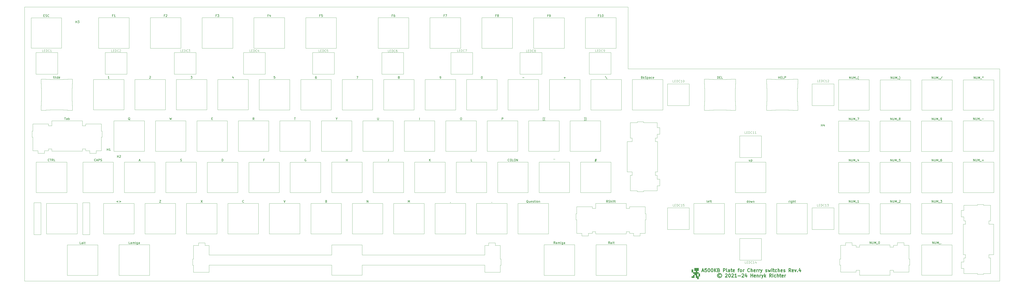
<source format=gto>
%TF.GenerationSoftware,KiCad,Pcbnew,8.0.5*%
%TF.CreationDate,2025-02-15T06:53:18+01:00*%
%TF.ProjectId,A500KBPlate,41353030-4b42-4506-9c61-74652e6b6963,rev?*%
%TF.SameCoordinates,Original*%
%TF.FileFunction,Legend,Top*%
%TF.FilePolarity,Positive*%
%FSLAX46Y46*%
G04 Gerber Fmt 4.6, Leading zero omitted, Abs format (unit mm)*
G04 Created by KiCad (PCBNEW 8.0.5) date 2025-02-15 06:53:18*
%MOMM*%
%LPD*%
G01*
G04 APERTURE LIST*
%ADD10C,0.300000*%
%ADD11C,0.150000*%
%ADD12C,0.100000*%
%TA.AperFunction,Profile*%
%ADD13C,0.050000*%
%TD*%
%TA.AperFunction,Profile*%
%ADD14C,0.120000*%
%TD*%
%TA.AperFunction,Profile*%
%ADD15C,0.100000*%
%TD*%
G04 APERTURE END LIST*
D10*
X336921430Y-355992299D02*
X337635716Y-355992299D01*
X336778573Y-356420870D02*
X337278573Y-354920870D01*
X337278573Y-354920870D02*
X337778573Y-356420870D01*
X338992858Y-354920870D02*
X338278572Y-354920870D01*
X338278572Y-354920870D02*
X338207144Y-355635156D01*
X338207144Y-355635156D02*
X338278572Y-355563727D01*
X338278572Y-355563727D02*
X338421430Y-355492299D01*
X338421430Y-355492299D02*
X338778572Y-355492299D01*
X338778572Y-355492299D02*
X338921430Y-355563727D01*
X338921430Y-355563727D02*
X338992858Y-355635156D01*
X338992858Y-355635156D02*
X339064287Y-355778013D01*
X339064287Y-355778013D02*
X339064287Y-356135156D01*
X339064287Y-356135156D02*
X338992858Y-356278013D01*
X338992858Y-356278013D02*
X338921430Y-356349442D01*
X338921430Y-356349442D02*
X338778572Y-356420870D01*
X338778572Y-356420870D02*
X338421430Y-356420870D01*
X338421430Y-356420870D02*
X338278572Y-356349442D01*
X338278572Y-356349442D02*
X338207144Y-356278013D01*
X339992858Y-354920870D02*
X340135715Y-354920870D01*
X340135715Y-354920870D02*
X340278572Y-354992299D01*
X340278572Y-354992299D02*
X340350001Y-355063727D01*
X340350001Y-355063727D02*
X340421429Y-355206584D01*
X340421429Y-355206584D02*
X340492858Y-355492299D01*
X340492858Y-355492299D02*
X340492858Y-355849442D01*
X340492858Y-355849442D02*
X340421429Y-356135156D01*
X340421429Y-356135156D02*
X340350001Y-356278013D01*
X340350001Y-356278013D02*
X340278572Y-356349442D01*
X340278572Y-356349442D02*
X340135715Y-356420870D01*
X340135715Y-356420870D02*
X339992858Y-356420870D01*
X339992858Y-356420870D02*
X339850001Y-356349442D01*
X339850001Y-356349442D02*
X339778572Y-356278013D01*
X339778572Y-356278013D02*
X339707143Y-356135156D01*
X339707143Y-356135156D02*
X339635715Y-355849442D01*
X339635715Y-355849442D02*
X339635715Y-355492299D01*
X339635715Y-355492299D02*
X339707143Y-355206584D01*
X339707143Y-355206584D02*
X339778572Y-355063727D01*
X339778572Y-355063727D02*
X339850001Y-354992299D01*
X339850001Y-354992299D02*
X339992858Y-354920870D01*
X341421429Y-354920870D02*
X341564286Y-354920870D01*
X341564286Y-354920870D02*
X341707143Y-354992299D01*
X341707143Y-354992299D02*
X341778572Y-355063727D01*
X341778572Y-355063727D02*
X341850000Y-355206584D01*
X341850000Y-355206584D02*
X341921429Y-355492299D01*
X341921429Y-355492299D02*
X341921429Y-355849442D01*
X341921429Y-355849442D02*
X341850000Y-356135156D01*
X341850000Y-356135156D02*
X341778572Y-356278013D01*
X341778572Y-356278013D02*
X341707143Y-356349442D01*
X341707143Y-356349442D02*
X341564286Y-356420870D01*
X341564286Y-356420870D02*
X341421429Y-356420870D01*
X341421429Y-356420870D02*
X341278572Y-356349442D01*
X341278572Y-356349442D02*
X341207143Y-356278013D01*
X341207143Y-356278013D02*
X341135714Y-356135156D01*
X341135714Y-356135156D02*
X341064286Y-355849442D01*
X341064286Y-355849442D02*
X341064286Y-355492299D01*
X341064286Y-355492299D02*
X341135714Y-355206584D01*
X341135714Y-355206584D02*
X341207143Y-355063727D01*
X341207143Y-355063727D02*
X341278572Y-354992299D01*
X341278572Y-354992299D02*
X341421429Y-354920870D01*
X342564285Y-356420870D02*
X342564285Y-354920870D01*
X343421428Y-356420870D02*
X342778571Y-355563727D01*
X343421428Y-354920870D02*
X342564285Y-355778013D01*
X344564285Y-355635156D02*
X344778571Y-355706584D01*
X344778571Y-355706584D02*
X344850000Y-355778013D01*
X344850000Y-355778013D02*
X344921428Y-355920870D01*
X344921428Y-355920870D02*
X344921428Y-356135156D01*
X344921428Y-356135156D02*
X344850000Y-356278013D01*
X344850000Y-356278013D02*
X344778571Y-356349442D01*
X344778571Y-356349442D02*
X344635714Y-356420870D01*
X344635714Y-356420870D02*
X344064285Y-356420870D01*
X344064285Y-356420870D02*
X344064285Y-354920870D01*
X344064285Y-354920870D02*
X344564285Y-354920870D01*
X344564285Y-354920870D02*
X344707143Y-354992299D01*
X344707143Y-354992299D02*
X344778571Y-355063727D01*
X344778571Y-355063727D02*
X344850000Y-355206584D01*
X344850000Y-355206584D02*
X344850000Y-355349442D01*
X344850000Y-355349442D02*
X344778571Y-355492299D01*
X344778571Y-355492299D02*
X344707143Y-355563727D01*
X344707143Y-355563727D02*
X344564285Y-355635156D01*
X344564285Y-355635156D02*
X344064285Y-355635156D01*
X346707142Y-356420870D02*
X346707142Y-354920870D01*
X346707142Y-354920870D02*
X347278571Y-354920870D01*
X347278571Y-354920870D02*
X347421428Y-354992299D01*
X347421428Y-354992299D02*
X347492857Y-355063727D01*
X347492857Y-355063727D02*
X347564285Y-355206584D01*
X347564285Y-355206584D02*
X347564285Y-355420870D01*
X347564285Y-355420870D02*
X347492857Y-355563727D01*
X347492857Y-355563727D02*
X347421428Y-355635156D01*
X347421428Y-355635156D02*
X347278571Y-355706584D01*
X347278571Y-355706584D02*
X346707142Y-355706584D01*
X348421428Y-356420870D02*
X348278571Y-356349442D01*
X348278571Y-356349442D02*
X348207142Y-356206584D01*
X348207142Y-356206584D02*
X348207142Y-354920870D01*
X349635714Y-356420870D02*
X349635714Y-355635156D01*
X349635714Y-355635156D02*
X349564285Y-355492299D01*
X349564285Y-355492299D02*
X349421428Y-355420870D01*
X349421428Y-355420870D02*
X349135714Y-355420870D01*
X349135714Y-355420870D02*
X348992856Y-355492299D01*
X349635714Y-356349442D02*
X349492856Y-356420870D01*
X349492856Y-356420870D02*
X349135714Y-356420870D01*
X349135714Y-356420870D02*
X348992856Y-356349442D01*
X348992856Y-356349442D02*
X348921428Y-356206584D01*
X348921428Y-356206584D02*
X348921428Y-356063727D01*
X348921428Y-356063727D02*
X348992856Y-355920870D01*
X348992856Y-355920870D02*
X349135714Y-355849442D01*
X349135714Y-355849442D02*
X349492856Y-355849442D01*
X349492856Y-355849442D02*
X349635714Y-355778013D01*
X350135714Y-355420870D02*
X350707142Y-355420870D01*
X350349999Y-354920870D02*
X350349999Y-356206584D01*
X350349999Y-356206584D02*
X350421428Y-356349442D01*
X350421428Y-356349442D02*
X350564285Y-356420870D01*
X350564285Y-356420870D02*
X350707142Y-356420870D01*
X351778571Y-356349442D02*
X351635714Y-356420870D01*
X351635714Y-356420870D02*
X351350000Y-356420870D01*
X351350000Y-356420870D02*
X351207142Y-356349442D01*
X351207142Y-356349442D02*
X351135714Y-356206584D01*
X351135714Y-356206584D02*
X351135714Y-355635156D01*
X351135714Y-355635156D02*
X351207142Y-355492299D01*
X351207142Y-355492299D02*
X351350000Y-355420870D01*
X351350000Y-355420870D02*
X351635714Y-355420870D01*
X351635714Y-355420870D02*
X351778571Y-355492299D01*
X351778571Y-355492299D02*
X351850000Y-355635156D01*
X351850000Y-355635156D02*
X351850000Y-355778013D01*
X351850000Y-355778013D02*
X351135714Y-355920870D01*
X353421428Y-355420870D02*
X353992856Y-355420870D01*
X353635713Y-356420870D02*
X353635713Y-355135156D01*
X353635713Y-355135156D02*
X353707142Y-354992299D01*
X353707142Y-354992299D02*
X353849999Y-354920870D01*
X353849999Y-354920870D02*
X353992856Y-354920870D01*
X354707142Y-356420870D02*
X354564285Y-356349442D01*
X354564285Y-356349442D02*
X354492856Y-356278013D01*
X354492856Y-356278013D02*
X354421428Y-356135156D01*
X354421428Y-356135156D02*
X354421428Y-355706584D01*
X354421428Y-355706584D02*
X354492856Y-355563727D01*
X354492856Y-355563727D02*
X354564285Y-355492299D01*
X354564285Y-355492299D02*
X354707142Y-355420870D01*
X354707142Y-355420870D02*
X354921428Y-355420870D01*
X354921428Y-355420870D02*
X355064285Y-355492299D01*
X355064285Y-355492299D02*
X355135714Y-355563727D01*
X355135714Y-355563727D02*
X355207142Y-355706584D01*
X355207142Y-355706584D02*
X355207142Y-356135156D01*
X355207142Y-356135156D02*
X355135714Y-356278013D01*
X355135714Y-356278013D02*
X355064285Y-356349442D01*
X355064285Y-356349442D02*
X354921428Y-356420870D01*
X354921428Y-356420870D02*
X354707142Y-356420870D01*
X355849999Y-356420870D02*
X355849999Y-355420870D01*
X355849999Y-355706584D02*
X355921428Y-355563727D01*
X355921428Y-355563727D02*
X355992857Y-355492299D01*
X355992857Y-355492299D02*
X356135714Y-355420870D01*
X356135714Y-355420870D02*
X356278571Y-355420870D01*
X358778570Y-356278013D02*
X358707142Y-356349442D01*
X358707142Y-356349442D02*
X358492856Y-356420870D01*
X358492856Y-356420870D02*
X358349999Y-356420870D01*
X358349999Y-356420870D02*
X358135713Y-356349442D01*
X358135713Y-356349442D02*
X357992856Y-356206584D01*
X357992856Y-356206584D02*
X357921427Y-356063727D01*
X357921427Y-356063727D02*
X357849999Y-355778013D01*
X357849999Y-355778013D02*
X357849999Y-355563727D01*
X357849999Y-355563727D02*
X357921427Y-355278013D01*
X357921427Y-355278013D02*
X357992856Y-355135156D01*
X357992856Y-355135156D02*
X358135713Y-354992299D01*
X358135713Y-354992299D02*
X358349999Y-354920870D01*
X358349999Y-354920870D02*
X358492856Y-354920870D01*
X358492856Y-354920870D02*
X358707142Y-354992299D01*
X358707142Y-354992299D02*
X358778570Y-355063727D01*
X359421427Y-356420870D02*
X359421427Y-354920870D01*
X360064285Y-356420870D02*
X360064285Y-355635156D01*
X360064285Y-355635156D02*
X359992856Y-355492299D01*
X359992856Y-355492299D02*
X359849999Y-355420870D01*
X359849999Y-355420870D02*
X359635713Y-355420870D01*
X359635713Y-355420870D02*
X359492856Y-355492299D01*
X359492856Y-355492299D02*
X359421427Y-355563727D01*
X361349999Y-356349442D02*
X361207142Y-356420870D01*
X361207142Y-356420870D02*
X360921428Y-356420870D01*
X360921428Y-356420870D02*
X360778570Y-356349442D01*
X360778570Y-356349442D02*
X360707142Y-356206584D01*
X360707142Y-356206584D02*
X360707142Y-355635156D01*
X360707142Y-355635156D02*
X360778570Y-355492299D01*
X360778570Y-355492299D02*
X360921428Y-355420870D01*
X360921428Y-355420870D02*
X361207142Y-355420870D01*
X361207142Y-355420870D02*
X361349999Y-355492299D01*
X361349999Y-355492299D02*
X361421428Y-355635156D01*
X361421428Y-355635156D02*
X361421428Y-355778013D01*
X361421428Y-355778013D02*
X360707142Y-355920870D01*
X362064284Y-356420870D02*
X362064284Y-355420870D01*
X362064284Y-355706584D02*
X362135713Y-355563727D01*
X362135713Y-355563727D02*
X362207142Y-355492299D01*
X362207142Y-355492299D02*
X362349999Y-355420870D01*
X362349999Y-355420870D02*
X362492856Y-355420870D01*
X362992855Y-356420870D02*
X362992855Y-355420870D01*
X362992855Y-355706584D02*
X363064284Y-355563727D01*
X363064284Y-355563727D02*
X363135713Y-355492299D01*
X363135713Y-355492299D02*
X363278570Y-355420870D01*
X363278570Y-355420870D02*
X363421427Y-355420870D01*
X363778569Y-355420870D02*
X364135712Y-356420870D01*
X364492855Y-355420870D02*
X364135712Y-356420870D01*
X364135712Y-356420870D02*
X363992855Y-356778013D01*
X363992855Y-356778013D02*
X363921426Y-356849442D01*
X363921426Y-356849442D02*
X363778569Y-356920870D01*
X366135712Y-356349442D02*
X366278569Y-356420870D01*
X366278569Y-356420870D02*
X366564283Y-356420870D01*
X366564283Y-356420870D02*
X366707140Y-356349442D01*
X366707140Y-356349442D02*
X366778569Y-356206584D01*
X366778569Y-356206584D02*
X366778569Y-356135156D01*
X366778569Y-356135156D02*
X366707140Y-355992299D01*
X366707140Y-355992299D02*
X366564283Y-355920870D01*
X366564283Y-355920870D02*
X366349998Y-355920870D01*
X366349998Y-355920870D02*
X366207140Y-355849442D01*
X366207140Y-355849442D02*
X366135712Y-355706584D01*
X366135712Y-355706584D02*
X366135712Y-355635156D01*
X366135712Y-355635156D02*
X366207140Y-355492299D01*
X366207140Y-355492299D02*
X366349998Y-355420870D01*
X366349998Y-355420870D02*
X366564283Y-355420870D01*
X366564283Y-355420870D02*
X366707140Y-355492299D01*
X367278569Y-355420870D02*
X367564284Y-356420870D01*
X367564284Y-356420870D02*
X367849998Y-355706584D01*
X367849998Y-355706584D02*
X368135712Y-356420870D01*
X368135712Y-356420870D02*
X368421426Y-355420870D01*
X368992855Y-356420870D02*
X368992855Y-355420870D01*
X368992855Y-354920870D02*
X368921427Y-354992299D01*
X368921427Y-354992299D02*
X368992855Y-355063727D01*
X368992855Y-355063727D02*
X369064284Y-354992299D01*
X369064284Y-354992299D02*
X368992855Y-354920870D01*
X368992855Y-354920870D02*
X368992855Y-355063727D01*
X369492856Y-355420870D02*
X370064284Y-355420870D01*
X369707141Y-354920870D02*
X369707141Y-356206584D01*
X369707141Y-356206584D02*
X369778570Y-356349442D01*
X369778570Y-356349442D02*
X369921427Y-356420870D01*
X369921427Y-356420870D02*
X370064284Y-356420870D01*
X371207142Y-356349442D02*
X371064284Y-356420870D01*
X371064284Y-356420870D02*
X370778570Y-356420870D01*
X370778570Y-356420870D02*
X370635713Y-356349442D01*
X370635713Y-356349442D02*
X370564284Y-356278013D01*
X370564284Y-356278013D02*
X370492856Y-356135156D01*
X370492856Y-356135156D02*
X370492856Y-355706584D01*
X370492856Y-355706584D02*
X370564284Y-355563727D01*
X370564284Y-355563727D02*
X370635713Y-355492299D01*
X370635713Y-355492299D02*
X370778570Y-355420870D01*
X370778570Y-355420870D02*
X371064284Y-355420870D01*
X371064284Y-355420870D02*
X371207142Y-355492299D01*
X371849998Y-356420870D02*
X371849998Y-354920870D01*
X372492856Y-356420870D02*
X372492856Y-355635156D01*
X372492856Y-355635156D02*
X372421427Y-355492299D01*
X372421427Y-355492299D02*
X372278570Y-355420870D01*
X372278570Y-355420870D02*
X372064284Y-355420870D01*
X372064284Y-355420870D02*
X371921427Y-355492299D01*
X371921427Y-355492299D02*
X371849998Y-355563727D01*
X373778570Y-356349442D02*
X373635713Y-356420870D01*
X373635713Y-356420870D02*
X373349999Y-356420870D01*
X373349999Y-356420870D02*
X373207141Y-356349442D01*
X373207141Y-356349442D02*
X373135713Y-356206584D01*
X373135713Y-356206584D02*
X373135713Y-355635156D01*
X373135713Y-355635156D02*
X373207141Y-355492299D01*
X373207141Y-355492299D02*
X373349999Y-355420870D01*
X373349999Y-355420870D02*
X373635713Y-355420870D01*
X373635713Y-355420870D02*
X373778570Y-355492299D01*
X373778570Y-355492299D02*
X373849999Y-355635156D01*
X373849999Y-355635156D02*
X373849999Y-355778013D01*
X373849999Y-355778013D02*
X373135713Y-355920870D01*
X374421427Y-356349442D02*
X374564284Y-356420870D01*
X374564284Y-356420870D02*
X374849998Y-356420870D01*
X374849998Y-356420870D02*
X374992855Y-356349442D01*
X374992855Y-356349442D02*
X375064284Y-356206584D01*
X375064284Y-356206584D02*
X375064284Y-356135156D01*
X375064284Y-356135156D02*
X374992855Y-355992299D01*
X374992855Y-355992299D02*
X374849998Y-355920870D01*
X374849998Y-355920870D02*
X374635713Y-355920870D01*
X374635713Y-355920870D02*
X374492855Y-355849442D01*
X374492855Y-355849442D02*
X374421427Y-355706584D01*
X374421427Y-355706584D02*
X374421427Y-355635156D01*
X374421427Y-355635156D02*
X374492855Y-355492299D01*
X374492855Y-355492299D02*
X374635713Y-355420870D01*
X374635713Y-355420870D02*
X374849998Y-355420870D01*
X374849998Y-355420870D02*
X374992855Y-355492299D01*
X377707141Y-356420870D02*
X377207141Y-355706584D01*
X376849998Y-356420870D02*
X376849998Y-354920870D01*
X376849998Y-354920870D02*
X377421427Y-354920870D01*
X377421427Y-354920870D02*
X377564284Y-354992299D01*
X377564284Y-354992299D02*
X377635713Y-355063727D01*
X377635713Y-355063727D02*
X377707141Y-355206584D01*
X377707141Y-355206584D02*
X377707141Y-355420870D01*
X377707141Y-355420870D02*
X377635713Y-355563727D01*
X377635713Y-355563727D02*
X377564284Y-355635156D01*
X377564284Y-355635156D02*
X377421427Y-355706584D01*
X377421427Y-355706584D02*
X376849998Y-355706584D01*
X378921427Y-356349442D02*
X378778570Y-356420870D01*
X378778570Y-356420870D02*
X378492856Y-356420870D01*
X378492856Y-356420870D02*
X378349998Y-356349442D01*
X378349998Y-356349442D02*
X378278570Y-356206584D01*
X378278570Y-356206584D02*
X378278570Y-355635156D01*
X378278570Y-355635156D02*
X378349998Y-355492299D01*
X378349998Y-355492299D02*
X378492856Y-355420870D01*
X378492856Y-355420870D02*
X378778570Y-355420870D01*
X378778570Y-355420870D02*
X378921427Y-355492299D01*
X378921427Y-355492299D02*
X378992856Y-355635156D01*
X378992856Y-355635156D02*
X378992856Y-355778013D01*
X378992856Y-355778013D02*
X378278570Y-355920870D01*
X379492855Y-355420870D02*
X379849998Y-356420870D01*
X379849998Y-356420870D02*
X380207141Y-355420870D01*
X380778569Y-356278013D02*
X380849998Y-356349442D01*
X380849998Y-356349442D02*
X380778569Y-356420870D01*
X380778569Y-356420870D02*
X380707141Y-356349442D01*
X380707141Y-356349442D02*
X380778569Y-356278013D01*
X380778569Y-356278013D02*
X380778569Y-356420870D01*
X382135713Y-355420870D02*
X382135713Y-356420870D01*
X381778570Y-354849442D02*
X381421427Y-355920870D01*
X381421427Y-355920870D02*
X382349998Y-355920870D01*
X345242858Y-357692929D02*
X345100001Y-357621500D01*
X345100001Y-357621500D02*
X344814287Y-357621500D01*
X344814287Y-357621500D02*
X344671430Y-357692929D01*
X344671430Y-357692929D02*
X344528572Y-357835786D01*
X344528572Y-357835786D02*
X344457144Y-357978643D01*
X344457144Y-357978643D02*
X344457144Y-358264358D01*
X344457144Y-358264358D02*
X344528572Y-358407215D01*
X344528572Y-358407215D02*
X344671430Y-358550072D01*
X344671430Y-358550072D02*
X344814287Y-358621500D01*
X344814287Y-358621500D02*
X345100001Y-358621500D01*
X345100001Y-358621500D02*
X345242858Y-358550072D01*
X344957144Y-357121500D02*
X344600001Y-357192929D01*
X344600001Y-357192929D02*
X344242858Y-357407215D01*
X344242858Y-357407215D02*
X344028572Y-357764358D01*
X344028572Y-357764358D02*
X343957144Y-358121500D01*
X343957144Y-358121500D02*
X344028572Y-358478643D01*
X344028572Y-358478643D02*
X344242858Y-358835786D01*
X344242858Y-358835786D02*
X344600001Y-359050072D01*
X344600001Y-359050072D02*
X344957144Y-359121500D01*
X344957144Y-359121500D02*
X345314287Y-359050072D01*
X345314287Y-359050072D02*
X345671430Y-358835786D01*
X345671430Y-358835786D02*
X345885715Y-358478643D01*
X345885715Y-358478643D02*
X345957144Y-358121500D01*
X345957144Y-358121500D02*
X345885715Y-357764358D01*
X345885715Y-357764358D02*
X345671430Y-357407215D01*
X345671430Y-357407215D02*
X345314287Y-357192929D01*
X345314287Y-357192929D02*
X344957144Y-357121500D01*
X347671430Y-357478643D02*
X347742858Y-357407215D01*
X347742858Y-357407215D02*
X347885716Y-357335786D01*
X347885716Y-357335786D02*
X348242858Y-357335786D01*
X348242858Y-357335786D02*
X348385716Y-357407215D01*
X348385716Y-357407215D02*
X348457144Y-357478643D01*
X348457144Y-357478643D02*
X348528573Y-357621500D01*
X348528573Y-357621500D02*
X348528573Y-357764358D01*
X348528573Y-357764358D02*
X348457144Y-357978643D01*
X348457144Y-357978643D02*
X347600001Y-358835786D01*
X347600001Y-358835786D02*
X348528573Y-358835786D01*
X349457144Y-357335786D02*
X349600001Y-357335786D01*
X349600001Y-357335786D02*
X349742858Y-357407215D01*
X349742858Y-357407215D02*
X349814287Y-357478643D01*
X349814287Y-357478643D02*
X349885715Y-357621500D01*
X349885715Y-357621500D02*
X349957144Y-357907215D01*
X349957144Y-357907215D02*
X349957144Y-358264358D01*
X349957144Y-358264358D02*
X349885715Y-358550072D01*
X349885715Y-358550072D02*
X349814287Y-358692929D01*
X349814287Y-358692929D02*
X349742858Y-358764358D01*
X349742858Y-358764358D02*
X349600001Y-358835786D01*
X349600001Y-358835786D02*
X349457144Y-358835786D01*
X349457144Y-358835786D02*
X349314287Y-358764358D01*
X349314287Y-358764358D02*
X349242858Y-358692929D01*
X349242858Y-358692929D02*
X349171429Y-358550072D01*
X349171429Y-358550072D02*
X349100001Y-358264358D01*
X349100001Y-358264358D02*
X349100001Y-357907215D01*
X349100001Y-357907215D02*
X349171429Y-357621500D01*
X349171429Y-357621500D02*
X349242858Y-357478643D01*
X349242858Y-357478643D02*
X349314287Y-357407215D01*
X349314287Y-357407215D02*
X349457144Y-357335786D01*
X350528572Y-357478643D02*
X350600000Y-357407215D01*
X350600000Y-357407215D02*
X350742858Y-357335786D01*
X350742858Y-357335786D02*
X351100000Y-357335786D01*
X351100000Y-357335786D02*
X351242858Y-357407215D01*
X351242858Y-357407215D02*
X351314286Y-357478643D01*
X351314286Y-357478643D02*
X351385715Y-357621500D01*
X351385715Y-357621500D02*
X351385715Y-357764358D01*
X351385715Y-357764358D02*
X351314286Y-357978643D01*
X351314286Y-357978643D02*
X350457143Y-358835786D01*
X350457143Y-358835786D02*
X351385715Y-358835786D01*
X352814286Y-358835786D02*
X351957143Y-358835786D01*
X352385714Y-358835786D02*
X352385714Y-357335786D01*
X352385714Y-357335786D02*
X352242857Y-357550072D01*
X352242857Y-357550072D02*
X352100000Y-357692929D01*
X352100000Y-357692929D02*
X351957143Y-357764358D01*
X353457142Y-358264358D02*
X354600000Y-358264358D01*
X355242857Y-357478643D02*
X355314285Y-357407215D01*
X355314285Y-357407215D02*
X355457143Y-357335786D01*
X355457143Y-357335786D02*
X355814285Y-357335786D01*
X355814285Y-357335786D02*
X355957143Y-357407215D01*
X355957143Y-357407215D02*
X356028571Y-357478643D01*
X356028571Y-357478643D02*
X356100000Y-357621500D01*
X356100000Y-357621500D02*
X356100000Y-357764358D01*
X356100000Y-357764358D02*
X356028571Y-357978643D01*
X356028571Y-357978643D02*
X355171428Y-358835786D01*
X355171428Y-358835786D02*
X356100000Y-358835786D01*
X357385714Y-357835786D02*
X357385714Y-358835786D01*
X357028571Y-357264358D02*
X356671428Y-358335786D01*
X356671428Y-358335786D02*
X357599999Y-358335786D01*
X359314284Y-358835786D02*
X359314284Y-357335786D01*
X359314284Y-358050072D02*
X360171427Y-358050072D01*
X360171427Y-358835786D02*
X360171427Y-357335786D01*
X361457142Y-358764358D02*
X361314285Y-358835786D01*
X361314285Y-358835786D02*
X361028571Y-358835786D01*
X361028571Y-358835786D02*
X360885713Y-358764358D01*
X360885713Y-358764358D02*
X360814285Y-358621500D01*
X360814285Y-358621500D02*
X360814285Y-358050072D01*
X360814285Y-358050072D02*
X360885713Y-357907215D01*
X360885713Y-357907215D02*
X361028571Y-357835786D01*
X361028571Y-357835786D02*
X361314285Y-357835786D01*
X361314285Y-357835786D02*
X361457142Y-357907215D01*
X361457142Y-357907215D02*
X361528571Y-358050072D01*
X361528571Y-358050072D02*
X361528571Y-358192929D01*
X361528571Y-358192929D02*
X360814285Y-358335786D01*
X362171427Y-357835786D02*
X362171427Y-358835786D01*
X362171427Y-357978643D02*
X362242856Y-357907215D01*
X362242856Y-357907215D02*
X362385713Y-357835786D01*
X362385713Y-357835786D02*
X362599999Y-357835786D01*
X362599999Y-357835786D02*
X362742856Y-357907215D01*
X362742856Y-357907215D02*
X362814285Y-358050072D01*
X362814285Y-358050072D02*
X362814285Y-358835786D01*
X363528570Y-358835786D02*
X363528570Y-357835786D01*
X363528570Y-358121500D02*
X363599999Y-357978643D01*
X363599999Y-357978643D02*
X363671428Y-357907215D01*
X363671428Y-357907215D02*
X363814285Y-357835786D01*
X363814285Y-357835786D02*
X363957142Y-357835786D01*
X364314284Y-357835786D02*
X364671427Y-358835786D01*
X365028570Y-357835786D02*
X364671427Y-358835786D01*
X364671427Y-358835786D02*
X364528570Y-359192929D01*
X364528570Y-359192929D02*
X364457141Y-359264358D01*
X364457141Y-359264358D02*
X364314284Y-359335786D01*
X365599998Y-358835786D02*
X365599998Y-357335786D01*
X365742856Y-358264358D02*
X366171427Y-358835786D01*
X366171427Y-357835786D02*
X365599998Y-358407215D01*
X368814284Y-358835786D02*
X368314284Y-358121500D01*
X367957141Y-358835786D02*
X367957141Y-357335786D01*
X367957141Y-357335786D02*
X368528570Y-357335786D01*
X368528570Y-357335786D02*
X368671427Y-357407215D01*
X368671427Y-357407215D02*
X368742856Y-357478643D01*
X368742856Y-357478643D02*
X368814284Y-357621500D01*
X368814284Y-357621500D02*
X368814284Y-357835786D01*
X368814284Y-357835786D02*
X368742856Y-357978643D01*
X368742856Y-357978643D02*
X368671427Y-358050072D01*
X368671427Y-358050072D02*
X368528570Y-358121500D01*
X368528570Y-358121500D02*
X367957141Y-358121500D01*
X369457141Y-358835786D02*
X369457141Y-357835786D01*
X369457141Y-357335786D02*
X369385713Y-357407215D01*
X369385713Y-357407215D02*
X369457141Y-357478643D01*
X369457141Y-357478643D02*
X369528570Y-357407215D01*
X369528570Y-357407215D02*
X369457141Y-357335786D01*
X369457141Y-357335786D02*
X369457141Y-357478643D01*
X370814285Y-358764358D02*
X370671427Y-358835786D01*
X370671427Y-358835786D02*
X370385713Y-358835786D01*
X370385713Y-358835786D02*
X370242856Y-358764358D01*
X370242856Y-358764358D02*
X370171427Y-358692929D01*
X370171427Y-358692929D02*
X370099999Y-358550072D01*
X370099999Y-358550072D02*
X370099999Y-358121500D01*
X370099999Y-358121500D02*
X370171427Y-357978643D01*
X370171427Y-357978643D02*
X370242856Y-357907215D01*
X370242856Y-357907215D02*
X370385713Y-357835786D01*
X370385713Y-357835786D02*
X370671427Y-357835786D01*
X370671427Y-357835786D02*
X370814285Y-357907215D01*
X371457141Y-358835786D02*
X371457141Y-357335786D01*
X372099999Y-358835786D02*
X372099999Y-358050072D01*
X372099999Y-358050072D02*
X372028570Y-357907215D01*
X372028570Y-357907215D02*
X371885713Y-357835786D01*
X371885713Y-357835786D02*
X371671427Y-357835786D01*
X371671427Y-357835786D02*
X371528570Y-357907215D01*
X371528570Y-357907215D02*
X371457141Y-357978643D01*
X372599999Y-357835786D02*
X373171427Y-357835786D01*
X372814284Y-357335786D02*
X372814284Y-358621500D01*
X372814284Y-358621500D02*
X372885713Y-358764358D01*
X372885713Y-358764358D02*
X373028570Y-358835786D01*
X373028570Y-358835786D02*
X373171427Y-358835786D01*
X374242856Y-358764358D02*
X374099999Y-358835786D01*
X374099999Y-358835786D02*
X373814285Y-358835786D01*
X373814285Y-358835786D02*
X373671427Y-358764358D01*
X373671427Y-358764358D02*
X373599999Y-358621500D01*
X373599999Y-358621500D02*
X373599999Y-358050072D01*
X373599999Y-358050072D02*
X373671427Y-357907215D01*
X373671427Y-357907215D02*
X373814285Y-357835786D01*
X373814285Y-357835786D02*
X374099999Y-357835786D01*
X374099999Y-357835786D02*
X374242856Y-357907215D01*
X374242856Y-357907215D02*
X374314285Y-358050072D01*
X374314285Y-358050072D02*
X374314285Y-358192929D01*
X374314285Y-358192929D02*
X373599999Y-358335786D01*
X374957141Y-358835786D02*
X374957141Y-357835786D01*
X374957141Y-358121500D02*
X375028570Y-357978643D01*
X375028570Y-357978643D02*
X375099999Y-357907215D01*
X375099999Y-357907215D02*
X375242856Y-357835786D01*
X375242856Y-357835786D02*
X375385713Y-357835786D01*
D11*
X34267924Y-238221109D02*
X34601257Y-238221109D01*
X34744114Y-238744919D02*
X34267924Y-238744919D01*
X34267924Y-238744919D02*
X34267924Y-237744919D01*
X34267924Y-237744919D02*
X34744114Y-237744919D01*
X35125067Y-238697300D02*
X35267924Y-238744919D01*
X35267924Y-238744919D02*
X35506019Y-238744919D01*
X35506019Y-238744919D02*
X35601257Y-238697300D01*
X35601257Y-238697300D02*
X35648876Y-238649680D01*
X35648876Y-238649680D02*
X35696495Y-238554442D01*
X35696495Y-238554442D02*
X35696495Y-238459204D01*
X35696495Y-238459204D02*
X35648876Y-238363966D01*
X35648876Y-238363966D02*
X35601257Y-238316347D01*
X35601257Y-238316347D02*
X35506019Y-238268728D01*
X35506019Y-238268728D02*
X35315543Y-238221109D01*
X35315543Y-238221109D02*
X35220305Y-238173490D01*
X35220305Y-238173490D02*
X35172686Y-238125871D01*
X35172686Y-238125871D02*
X35125067Y-238030633D01*
X35125067Y-238030633D02*
X35125067Y-237935395D01*
X35125067Y-237935395D02*
X35172686Y-237840157D01*
X35172686Y-237840157D02*
X35220305Y-237792538D01*
X35220305Y-237792538D02*
X35315543Y-237744919D01*
X35315543Y-237744919D02*
X35553638Y-237744919D01*
X35553638Y-237744919D02*
X35696495Y-237792538D01*
X36696495Y-238649680D02*
X36648876Y-238697300D01*
X36648876Y-238697300D02*
X36506019Y-238744919D01*
X36506019Y-238744919D02*
X36410781Y-238744919D01*
X36410781Y-238744919D02*
X36267924Y-238697300D01*
X36267924Y-238697300D02*
X36172686Y-238602061D01*
X36172686Y-238602061D02*
X36125067Y-238506823D01*
X36125067Y-238506823D02*
X36077448Y-238316347D01*
X36077448Y-238316347D02*
X36077448Y-238173490D01*
X36077448Y-238173490D02*
X36125067Y-237983014D01*
X36125067Y-237983014D02*
X36172686Y-237887776D01*
X36172686Y-237887776D02*
X36267924Y-237792538D01*
X36267924Y-237792538D02*
X36410781Y-237744919D01*
X36410781Y-237744919D02*
X36506019Y-237744919D01*
X36506019Y-237744919D02*
X36648876Y-237792538D01*
X36648876Y-237792538D02*
X36696495Y-237840157D01*
X38662171Y-266526252D02*
X39043123Y-266526252D01*
X38805028Y-266192919D02*
X38805028Y-267050061D01*
X38805028Y-267050061D02*
X38852647Y-267145300D01*
X38852647Y-267145300D02*
X38947885Y-267192919D01*
X38947885Y-267192919D02*
X39043123Y-267192919D01*
X39376457Y-267192919D02*
X39376457Y-266526252D01*
X39376457Y-266192919D02*
X39328838Y-266240538D01*
X39328838Y-266240538D02*
X39376457Y-266288157D01*
X39376457Y-266288157D02*
X39424076Y-266240538D01*
X39424076Y-266240538D02*
X39376457Y-266192919D01*
X39376457Y-266192919D02*
X39376457Y-266288157D01*
X39995504Y-267192919D02*
X39900266Y-267145300D01*
X39900266Y-267145300D02*
X39852647Y-267050061D01*
X39852647Y-267050061D02*
X39852647Y-266192919D01*
X40805028Y-267192919D02*
X40805028Y-266192919D01*
X40805028Y-267145300D02*
X40709790Y-267192919D01*
X40709790Y-267192919D02*
X40519314Y-267192919D01*
X40519314Y-267192919D02*
X40424076Y-267145300D01*
X40424076Y-267145300D02*
X40376457Y-267097680D01*
X40376457Y-267097680D02*
X40328838Y-267002442D01*
X40328838Y-267002442D02*
X40328838Y-266716728D01*
X40328838Y-266716728D02*
X40376457Y-266621490D01*
X40376457Y-266621490D02*
X40424076Y-266573871D01*
X40424076Y-266573871D02*
X40519314Y-266526252D01*
X40519314Y-266526252D02*
X40709790Y-266526252D01*
X40709790Y-266526252D02*
X40805028Y-266573871D01*
X41662171Y-267145300D02*
X41566933Y-267192919D01*
X41566933Y-267192919D02*
X41376457Y-267192919D01*
X41376457Y-267192919D02*
X41281219Y-267145300D01*
X41281219Y-267145300D02*
X41233600Y-267050061D01*
X41233600Y-267050061D02*
X41233600Y-266669109D01*
X41233600Y-266669109D02*
X41281219Y-266573871D01*
X41281219Y-266573871D02*
X41376457Y-266526252D01*
X41376457Y-266526252D02*
X41566933Y-266526252D01*
X41566933Y-266526252D02*
X41662171Y-266573871D01*
X41662171Y-266573871D02*
X41709790Y-266669109D01*
X41709790Y-266669109D02*
X41709790Y-266764347D01*
X41709790Y-266764347D02*
X41233600Y-266859585D01*
X36848609Y-305219280D02*
X36800990Y-305266900D01*
X36800990Y-305266900D02*
X36658133Y-305314519D01*
X36658133Y-305314519D02*
X36562895Y-305314519D01*
X36562895Y-305314519D02*
X36420038Y-305266900D01*
X36420038Y-305266900D02*
X36324800Y-305171661D01*
X36324800Y-305171661D02*
X36277181Y-305076423D01*
X36277181Y-305076423D02*
X36229562Y-304885947D01*
X36229562Y-304885947D02*
X36229562Y-304743090D01*
X36229562Y-304743090D02*
X36277181Y-304552614D01*
X36277181Y-304552614D02*
X36324800Y-304457376D01*
X36324800Y-304457376D02*
X36420038Y-304362138D01*
X36420038Y-304362138D02*
X36562895Y-304314519D01*
X36562895Y-304314519D02*
X36658133Y-304314519D01*
X36658133Y-304314519D02*
X36800990Y-304362138D01*
X36800990Y-304362138D02*
X36848609Y-304409757D01*
X37134324Y-304314519D02*
X37705752Y-304314519D01*
X37420038Y-305314519D02*
X37420038Y-304314519D01*
X38610514Y-305314519D02*
X38277181Y-304838328D01*
X38039086Y-305314519D02*
X38039086Y-304314519D01*
X38039086Y-304314519D02*
X38420038Y-304314519D01*
X38420038Y-304314519D02*
X38515276Y-304362138D01*
X38515276Y-304362138D02*
X38562895Y-304409757D01*
X38562895Y-304409757D02*
X38610514Y-304504995D01*
X38610514Y-304504995D02*
X38610514Y-304647852D01*
X38610514Y-304647852D02*
X38562895Y-304743090D01*
X38562895Y-304743090D02*
X38515276Y-304790709D01*
X38515276Y-304790709D02*
X38420038Y-304838328D01*
X38420038Y-304838328D02*
X38039086Y-304838328D01*
X39515276Y-305314519D02*
X39039086Y-305314519D01*
X39039086Y-305314519D02*
X39039086Y-304314519D01*
X51400723Y-343516119D02*
X50924533Y-343516119D01*
X50924533Y-343516119D02*
X50924533Y-342516119D01*
X52162628Y-343516119D02*
X52162628Y-342992309D01*
X52162628Y-342992309D02*
X52115009Y-342897071D01*
X52115009Y-342897071D02*
X52019771Y-342849452D01*
X52019771Y-342849452D02*
X51829295Y-342849452D01*
X51829295Y-342849452D02*
X51734057Y-342897071D01*
X52162628Y-343468500D02*
X52067390Y-343516119D01*
X52067390Y-343516119D02*
X51829295Y-343516119D01*
X51829295Y-343516119D02*
X51734057Y-343468500D01*
X51734057Y-343468500D02*
X51686438Y-343373261D01*
X51686438Y-343373261D02*
X51686438Y-343278023D01*
X51686438Y-343278023D02*
X51734057Y-343182785D01*
X51734057Y-343182785D02*
X51829295Y-343135166D01*
X51829295Y-343135166D02*
X52067390Y-343135166D01*
X52067390Y-343135166D02*
X52162628Y-343087547D01*
X52781676Y-343516119D02*
X52686438Y-343468500D01*
X52686438Y-343468500D02*
X52638819Y-343373261D01*
X52638819Y-343373261D02*
X52638819Y-342516119D01*
X53019772Y-342849452D02*
X53400724Y-342849452D01*
X53162629Y-342516119D02*
X53162629Y-343373261D01*
X53162629Y-343373261D02*
X53210248Y-343468500D01*
X53210248Y-343468500D02*
X53305486Y-343516119D01*
X53305486Y-343516119D02*
X53400724Y-343516119D01*
X64395314Y-267192919D02*
X63823886Y-267192919D01*
X64109600Y-267192919D02*
X64109600Y-266192919D01*
X64109600Y-266192919D02*
X64014362Y-266335776D01*
X64014362Y-266335776D02*
X63919124Y-266431014D01*
X63919124Y-266431014D02*
X63823886Y-266478633D01*
X58167161Y-305219280D02*
X58119542Y-305266900D01*
X58119542Y-305266900D02*
X57976685Y-305314519D01*
X57976685Y-305314519D02*
X57881447Y-305314519D01*
X57881447Y-305314519D02*
X57738590Y-305266900D01*
X57738590Y-305266900D02*
X57643352Y-305171661D01*
X57643352Y-305171661D02*
X57595733Y-305076423D01*
X57595733Y-305076423D02*
X57548114Y-304885947D01*
X57548114Y-304885947D02*
X57548114Y-304743090D01*
X57548114Y-304743090D02*
X57595733Y-304552614D01*
X57595733Y-304552614D02*
X57643352Y-304457376D01*
X57643352Y-304457376D02*
X57738590Y-304362138D01*
X57738590Y-304362138D02*
X57881447Y-304314519D01*
X57881447Y-304314519D02*
X57976685Y-304314519D01*
X57976685Y-304314519D02*
X58119542Y-304362138D01*
X58119542Y-304362138D02*
X58167161Y-304409757D01*
X58548114Y-305028804D02*
X59024304Y-305028804D01*
X58452876Y-305314519D02*
X58786209Y-304314519D01*
X58786209Y-304314519D02*
X59119542Y-305314519D01*
X59452876Y-305314519D02*
X59452876Y-304314519D01*
X59452876Y-304314519D02*
X59833828Y-304314519D01*
X59833828Y-304314519D02*
X59929066Y-304362138D01*
X59929066Y-304362138D02*
X59976685Y-304409757D01*
X59976685Y-304409757D02*
X60024304Y-304504995D01*
X60024304Y-304504995D02*
X60024304Y-304647852D01*
X60024304Y-304647852D02*
X59976685Y-304743090D01*
X59976685Y-304743090D02*
X59929066Y-304790709D01*
X59929066Y-304790709D02*
X59833828Y-304838328D01*
X59833828Y-304838328D02*
X59452876Y-304838328D01*
X60405257Y-305266900D02*
X60548114Y-305314519D01*
X60548114Y-305314519D02*
X60786209Y-305314519D01*
X60786209Y-305314519D02*
X60881447Y-305266900D01*
X60881447Y-305266900D02*
X60929066Y-305219280D01*
X60929066Y-305219280D02*
X60976685Y-305124042D01*
X60976685Y-305124042D02*
X60976685Y-305028804D01*
X60976685Y-305028804D02*
X60929066Y-304933566D01*
X60929066Y-304933566D02*
X60881447Y-304885947D01*
X60881447Y-304885947D02*
X60786209Y-304838328D01*
X60786209Y-304838328D02*
X60595733Y-304790709D01*
X60595733Y-304790709D02*
X60500495Y-304743090D01*
X60500495Y-304743090D02*
X60452876Y-304695471D01*
X60452876Y-304695471D02*
X60405257Y-304600233D01*
X60405257Y-304600233D02*
X60405257Y-304504995D01*
X60405257Y-304504995D02*
X60452876Y-304409757D01*
X60452876Y-304409757D02*
X60500495Y-304362138D01*
X60500495Y-304362138D02*
X60595733Y-304314519D01*
X60595733Y-304314519D02*
X60833828Y-304314519D01*
X60833828Y-304314519D02*
X60976685Y-304362138D01*
X68545105Y-323727052D02*
X67783200Y-324012766D01*
X67783200Y-324012766D02*
X68545105Y-324298480D01*
X69021295Y-323727052D02*
X69783200Y-324012766D01*
X69783200Y-324012766D02*
X69021295Y-324298480D01*
X73942819Y-343494519D02*
X73466629Y-343494519D01*
X73466629Y-343494519D02*
X73466629Y-342494519D01*
X74704724Y-343494519D02*
X74704724Y-342970709D01*
X74704724Y-342970709D02*
X74657105Y-342875471D01*
X74657105Y-342875471D02*
X74561867Y-342827852D01*
X74561867Y-342827852D02*
X74371391Y-342827852D01*
X74371391Y-342827852D02*
X74276153Y-342875471D01*
X74704724Y-343446900D02*
X74609486Y-343494519D01*
X74609486Y-343494519D02*
X74371391Y-343494519D01*
X74371391Y-343494519D02*
X74276153Y-343446900D01*
X74276153Y-343446900D02*
X74228534Y-343351661D01*
X74228534Y-343351661D02*
X74228534Y-343256423D01*
X74228534Y-343256423D02*
X74276153Y-343161185D01*
X74276153Y-343161185D02*
X74371391Y-343113566D01*
X74371391Y-343113566D02*
X74609486Y-343113566D01*
X74609486Y-343113566D02*
X74704724Y-343065947D01*
X75180915Y-343494519D02*
X75180915Y-342827852D01*
X75180915Y-342923090D02*
X75228534Y-342875471D01*
X75228534Y-342875471D02*
X75323772Y-342827852D01*
X75323772Y-342827852D02*
X75466629Y-342827852D01*
X75466629Y-342827852D02*
X75561867Y-342875471D01*
X75561867Y-342875471D02*
X75609486Y-342970709D01*
X75609486Y-342970709D02*
X75609486Y-343494519D01*
X75609486Y-342970709D02*
X75657105Y-342875471D01*
X75657105Y-342875471D02*
X75752343Y-342827852D01*
X75752343Y-342827852D02*
X75895200Y-342827852D01*
X75895200Y-342827852D02*
X75990439Y-342875471D01*
X75990439Y-342875471D02*
X76038058Y-342970709D01*
X76038058Y-342970709D02*
X76038058Y-343494519D01*
X76514248Y-343494519D02*
X76514248Y-342827852D01*
X76514248Y-342494519D02*
X76466629Y-342542138D01*
X76466629Y-342542138D02*
X76514248Y-342589757D01*
X76514248Y-342589757D02*
X76561867Y-342542138D01*
X76561867Y-342542138D02*
X76514248Y-342494519D01*
X76514248Y-342494519D02*
X76514248Y-342589757D01*
X77419009Y-342827852D02*
X77419009Y-343637376D01*
X77419009Y-343637376D02*
X77371390Y-343732614D01*
X77371390Y-343732614D02*
X77323771Y-343780233D01*
X77323771Y-343780233D02*
X77228533Y-343827852D01*
X77228533Y-343827852D02*
X77085676Y-343827852D01*
X77085676Y-343827852D02*
X76990438Y-343780233D01*
X77419009Y-343446900D02*
X77323771Y-343494519D01*
X77323771Y-343494519D02*
X77133295Y-343494519D01*
X77133295Y-343494519D02*
X77038057Y-343446900D01*
X77038057Y-343446900D02*
X76990438Y-343399280D01*
X76990438Y-343399280D02*
X76942819Y-343304042D01*
X76942819Y-343304042D02*
X76942819Y-343018328D01*
X76942819Y-343018328D02*
X76990438Y-342923090D01*
X76990438Y-342923090D02*
X77038057Y-342875471D01*
X77038057Y-342875471D02*
X77133295Y-342827852D01*
X77133295Y-342827852D02*
X77323771Y-342827852D01*
X77323771Y-342827852D02*
X77419009Y-342875471D01*
X78323771Y-343494519D02*
X78323771Y-342970709D01*
X78323771Y-342970709D02*
X78276152Y-342875471D01*
X78276152Y-342875471D02*
X78180914Y-342827852D01*
X78180914Y-342827852D02*
X77990438Y-342827852D01*
X77990438Y-342827852D02*
X77895200Y-342875471D01*
X78323771Y-343446900D02*
X78228533Y-343494519D01*
X78228533Y-343494519D02*
X77990438Y-343494519D01*
X77990438Y-343494519D02*
X77895200Y-343446900D01*
X77895200Y-343446900D02*
X77847581Y-343351661D01*
X77847581Y-343351661D02*
X77847581Y-343256423D01*
X77847581Y-343256423D02*
X77895200Y-343161185D01*
X77895200Y-343161185D02*
X77990438Y-343113566D01*
X77990438Y-343113566D02*
X78228533Y-343113566D01*
X78228533Y-343113566D02*
X78323771Y-343065947D01*
X89938266Y-238221109D02*
X89604933Y-238221109D01*
X89604933Y-238744919D02*
X89604933Y-237744919D01*
X89604933Y-237744919D02*
X90081123Y-237744919D01*
X90414457Y-237840157D02*
X90462076Y-237792538D01*
X90462076Y-237792538D02*
X90557314Y-237744919D01*
X90557314Y-237744919D02*
X90795409Y-237744919D01*
X90795409Y-237744919D02*
X90890647Y-237792538D01*
X90890647Y-237792538D02*
X90938266Y-237840157D01*
X90938266Y-237840157D02*
X90985885Y-237935395D01*
X90985885Y-237935395D02*
X90985885Y-238030633D01*
X90985885Y-238030633D02*
X90938266Y-238173490D01*
X90938266Y-238173490D02*
X90366838Y-238744919D01*
X90366838Y-238744919D02*
X90985885Y-238744919D01*
X82873886Y-266288157D02*
X82921505Y-266240538D01*
X82921505Y-266240538D02*
X83016743Y-266192919D01*
X83016743Y-266192919D02*
X83254838Y-266192919D01*
X83254838Y-266192919D02*
X83350076Y-266240538D01*
X83350076Y-266240538D02*
X83397695Y-266288157D01*
X83397695Y-266288157D02*
X83445314Y-266383395D01*
X83445314Y-266383395D02*
X83445314Y-266478633D01*
X83445314Y-266478633D02*
X83397695Y-266621490D01*
X83397695Y-266621490D02*
X82826267Y-267192919D01*
X82826267Y-267192919D02*
X83445314Y-267192919D01*
X78095505Y-305058004D02*
X78571695Y-305058004D01*
X78000267Y-305343719D02*
X78333600Y-304343719D01*
X78333600Y-304343719D02*
X78666933Y-305343719D01*
X87499867Y-323393719D02*
X88166533Y-323393719D01*
X88166533Y-323393719D02*
X87499867Y-324393719D01*
X87499867Y-324393719D02*
X88166533Y-324393719D01*
X113763466Y-238221109D02*
X113430133Y-238221109D01*
X113430133Y-238744919D02*
X113430133Y-237744919D01*
X113430133Y-237744919D02*
X113906323Y-237744919D01*
X114192038Y-237744919D02*
X114811085Y-237744919D01*
X114811085Y-237744919D02*
X114477752Y-238125871D01*
X114477752Y-238125871D02*
X114620609Y-238125871D01*
X114620609Y-238125871D02*
X114715847Y-238173490D01*
X114715847Y-238173490D02*
X114763466Y-238221109D01*
X114763466Y-238221109D02*
X114811085Y-238316347D01*
X114811085Y-238316347D02*
X114811085Y-238554442D01*
X114811085Y-238554442D02*
X114763466Y-238649680D01*
X114763466Y-238649680D02*
X114715847Y-238697300D01*
X114715847Y-238697300D02*
X114620609Y-238744919D01*
X114620609Y-238744919D02*
X114334895Y-238744919D01*
X114334895Y-238744919D02*
X114239657Y-238697300D01*
X114239657Y-238697300D02*
X114192038Y-238649680D01*
X101876267Y-266192919D02*
X102495314Y-266192919D01*
X102495314Y-266192919D02*
X102161981Y-266573871D01*
X102161981Y-266573871D02*
X102304838Y-266573871D01*
X102304838Y-266573871D02*
X102400076Y-266621490D01*
X102400076Y-266621490D02*
X102447695Y-266669109D01*
X102447695Y-266669109D02*
X102495314Y-266764347D01*
X102495314Y-266764347D02*
X102495314Y-267002442D01*
X102495314Y-267002442D02*
X102447695Y-267097680D01*
X102447695Y-267097680D02*
X102400076Y-267145300D01*
X102400076Y-267145300D02*
X102304838Y-267192919D01*
X102304838Y-267192919D02*
X102019124Y-267192919D01*
X102019124Y-267192919D02*
X101923886Y-267145300D01*
X101923886Y-267145300D02*
X101876267Y-267097680D01*
X111444114Y-285744509D02*
X111777447Y-285744509D01*
X111920304Y-286268319D02*
X111444114Y-286268319D01*
X111444114Y-286268319D02*
X111444114Y-285268319D01*
X111444114Y-285268319D02*
X111920304Y-285268319D01*
X97097886Y-305296100D02*
X97240743Y-305343719D01*
X97240743Y-305343719D02*
X97478838Y-305343719D01*
X97478838Y-305343719D02*
X97574076Y-305296100D01*
X97574076Y-305296100D02*
X97621695Y-305248480D01*
X97621695Y-305248480D02*
X97669314Y-305153242D01*
X97669314Y-305153242D02*
X97669314Y-305058004D01*
X97669314Y-305058004D02*
X97621695Y-304962766D01*
X97621695Y-304962766D02*
X97574076Y-304915147D01*
X97574076Y-304915147D02*
X97478838Y-304867528D01*
X97478838Y-304867528D02*
X97288362Y-304819909D01*
X97288362Y-304819909D02*
X97193124Y-304772290D01*
X97193124Y-304772290D02*
X97145505Y-304724671D01*
X97145505Y-304724671D02*
X97097886Y-304629433D01*
X97097886Y-304629433D02*
X97097886Y-304534195D01*
X97097886Y-304534195D02*
X97145505Y-304438957D01*
X97145505Y-304438957D02*
X97193124Y-304391338D01*
X97193124Y-304391338D02*
X97288362Y-304343719D01*
X97288362Y-304343719D02*
X97526457Y-304343719D01*
X97526457Y-304343719D02*
X97669314Y-304391338D01*
X106549867Y-323393719D02*
X107216533Y-324393719D01*
X107216533Y-323393719D02*
X106549867Y-324393719D01*
X137588666Y-238221109D02*
X137255333Y-238221109D01*
X137255333Y-238744919D02*
X137255333Y-237744919D01*
X137255333Y-237744919D02*
X137731523Y-237744919D01*
X138541047Y-238078252D02*
X138541047Y-238744919D01*
X138302952Y-237697300D02*
X138064857Y-238411585D01*
X138064857Y-238411585D02*
X138683904Y-238411585D01*
X121450076Y-266526252D02*
X121450076Y-267192919D01*
X121211981Y-266145300D02*
X120973886Y-266859585D01*
X120973886Y-266859585D02*
X121592933Y-266859585D01*
X131017923Y-286293719D02*
X130684590Y-285817528D01*
X130446495Y-286293719D02*
X130446495Y-285293719D01*
X130446495Y-285293719D02*
X130827447Y-285293719D01*
X130827447Y-285293719D02*
X130922685Y-285341338D01*
X130922685Y-285341338D02*
X130970304Y-285388957D01*
X130970304Y-285388957D02*
X131017923Y-285484195D01*
X131017923Y-285484195D02*
X131017923Y-285627052D01*
X131017923Y-285627052D02*
X130970304Y-285722290D01*
X130970304Y-285722290D02*
X130922685Y-285769909D01*
X130922685Y-285769909D02*
X130827447Y-285817528D01*
X130827447Y-285817528D02*
X130446495Y-285817528D01*
X116192895Y-305365319D02*
X116192895Y-304365319D01*
X116192895Y-304365319D02*
X116430990Y-304365319D01*
X116430990Y-304365319D02*
X116573847Y-304412938D01*
X116573847Y-304412938D02*
X116669085Y-304508176D01*
X116669085Y-304508176D02*
X116716704Y-304603414D01*
X116716704Y-304603414D02*
X116764323Y-304793890D01*
X116764323Y-304793890D02*
X116764323Y-304936747D01*
X116764323Y-304936747D02*
X116716704Y-305127223D01*
X116716704Y-305127223D02*
X116669085Y-305222461D01*
X116669085Y-305222461D02*
X116573847Y-305317700D01*
X116573847Y-305317700D02*
X116430990Y-305365319D01*
X116430990Y-305365319D02*
X116192895Y-305365319D01*
X126242723Y-324298480D02*
X126195104Y-324346100D01*
X126195104Y-324346100D02*
X126052247Y-324393719D01*
X126052247Y-324393719D02*
X125957009Y-324393719D01*
X125957009Y-324393719D02*
X125814152Y-324346100D01*
X125814152Y-324346100D02*
X125718914Y-324250861D01*
X125718914Y-324250861D02*
X125671295Y-324155623D01*
X125671295Y-324155623D02*
X125623676Y-323965147D01*
X125623676Y-323965147D02*
X125623676Y-323822290D01*
X125623676Y-323822290D02*
X125671295Y-323631814D01*
X125671295Y-323631814D02*
X125718914Y-323536576D01*
X125718914Y-323536576D02*
X125814152Y-323441338D01*
X125814152Y-323441338D02*
X125957009Y-323393719D01*
X125957009Y-323393719D02*
X126052247Y-323393719D01*
X126052247Y-323393719D02*
X126195104Y-323441338D01*
X126195104Y-323441338D02*
X126242723Y-323488957D01*
X161413866Y-238221109D02*
X161080533Y-238221109D01*
X161080533Y-238744919D02*
X161080533Y-237744919D01*
X161080533Y-237744919D02*
X161556723Y-237744919D01*
X162413866Y-237744919D02*
X161937676Y-237744919D01*
X161937676Y-237744919D02*
X161890057Y-238221109D01*
X161890057Y-238221109D02*
X161937676Y-238173490D01*
X161937676Y-238173490D02*
X162032914Y-238125871D01*
X162032914Y-238125871D02*
X162271009Y-238125871D01*
X162271009Y-238125871D02*
X162366247Y-238173490D01*
X162366247Y-238173490D02*
X162413866Y-238221109D01*
X162413866Y-238221109D02*
X162461485Y-238316347D01*
X162461485Y-238316347D02*
X162461485Y-238554442D01*
X162461485Y-238554442D02*
X162413866Y-238649680D01*
X162413866Y-238649680D02*
X162366247Y-238697300D01*
X162366247Y-238697300D02*
X162271009Y-238744919D01*
X162271009Y-238744919D02*
X162032914Y-238744919D01*
X162032914Y-238744919D02*
X161937676Y-238697300D01*
X161937676Y-238697300D02*
X161890057Y-238649680D01*
X149472686Y-285293719D02*
X150044114Y-285293719D01*
X149758400Y-286293719D02*
X149758400Y-285293719D01*
X144649867Y-323393719D02*
X144983200Y-324393719D01*
X144983200Y-324393719D02*
X145316533Y-323393719D01*
X194687866Y-238221109D02*
X194354533Y-238221109D01*
X194354533Y-238744919D02*
X194354533Y-237744919D01*
X194354533Y-237744919D02*
X194830723Y-237744919D01*
X195640247Y-237744919D02*
X195449771Y-237744919D01*
X195449771Y-237744919D02*
X195354533Y-237792538D01*
X195354533Y-237792538D02*
X195306914Y-237840157D01*
X195306914Y-237840157D02*
X195211676Y-237983014D01*
X195211676Y-237983014D02*
X195164057Y-238173490D01*
X195164057Y-238173490D02*
X195164057Y-238554442D01*
X195164057Y-238554442D02*
X195211676Y-238649680D01*
X195211676Y-238649680D02*
X195259295Y-238697300D01*
X195259295Y-238697300D02*
X195354533Y-238744919D01*
X195354533Y-238744919D02*
X195545009Y-238744919D01*
X195545009Y-238744919D02*
X195640247Y-238697300D01*
X195640247Y-238697300D02*
X195687866Y-238649680D01*
X195687866Y-238649680D02*
X195735485Y-238554442D01*
X195735485Y-238554442D02*
X195735485Y-238316347D01*
X195735485Y-238316347D02*
X195687866Y-238221109D01*
X195687866Y-238221109D02*
X195640247Y-238173490D01*
X195640247Y-238173490D02*
X195545009Y-238125871D01*
X195545009Y-238125871D02*
X195354533Y-238125871D01*
X195354533Y-238125871D02*
X195259295Y-238173490D01*
X195259295Y-238173490D02*
X195211676Y-238221109D01*
X195211676Y-238221109D02*
X195164057Y-238316347D01*
X159600876Y-266243719D02*
X159410400Y-266243719D01*
X159410400Y-266243719D02*
X159315162Y-266291338D01*
X159315162Y-266291338D02*
X159267543Y-266338957D01*
X159267543Y-266338957D02*
X159172305Y-266481814D01*
X159172305Y-266481814D02*
X159124686Y-266672290D01*
X159124686Y-266672290D02*
X159124686Y-267053242D01*
X159124686Y-267053242D02*
X159172305Y-267148480D01*
X159172305Y-267148480D02*
X159219924Y-267196100D01*
X159219924Y-267196100D02*
X159315162Y-267243719D01*
X159315162Y-267243719D02*
X159505638Y-267243719D01*
X159505638Y-267243719D02*
X159600876Y-267196100D01*
X159600876Y-267196100D02*
X159648495Y-267148480D01*
X159648495Y-267148480D02*
X159696114Y-267053242D01*
X159696114Y-267053242D02*
X159696114Y-266815147D01*
X159696114Y-266815147D02*
X159648495Y-266719909D01*
X159648495Y-266719909D02*
X159600876Y-266672290D01*
X159600876Y-266672290D02*
X159505638Y-266624671D01*
X159505638Y-266624671D02*
X159315162Y-266624671D01*
X159315162Y-266624671D02*
X159219924Y-266672290D01*
X159219924Y-266672290D02*
X159172305Y-266719909D01*
X159172305Y-266719909D02*
X159124686Y-266815147D01*
X154825104Y-304412938D02*
X154729866Y-304365319D01*
X154729866Y-304365319D02*
X154587009Y-304365319D01*
X154587009Y-304365319D02*
X154444152Y-304412938D01*
X154444152Y-304412938D02*
X154348914Y-304508176D01*
X154348914Y-304508176D02*
X154301295Y-304603414D01*
X154301295Y-304603414D02*
X154253676Y-304793890D01*
X154253676Y-304793890D02*
X154253676Y-304936747D01*
X154253676Y-304936747D02*
X154301295Y-305127223D01*
X154301295Y-305127223D02*
X154348914Y-305222461D01*
X154348914Y-305222461D02*
X154444152Y-305317700D01*
X154444152Y-305317700D02*
X154587009Y-305365319D01*
X154587009Y-305365319D02*
X154682247Y-305365319D01*
X154682247Y-305365319D02*
X154825104Y-305317700D01*
X154825104Y-305317700D02*
X154872723Y-305270080D01*
X154872723Y-305270080D02*
X154872723Y-304936747D01*
X154872723Y-304936747D02*
X154682247Y-304936747D01*
X164155428Y-323869909D02*
X164298285Y-323917528D01*
X164298285Y-323917528D02*
X164345904Y-323965147D01*
X164345904Y-323965147D02*
X164393523Y-324060385D01*
X164393523Y-324060385D02*
X164393523Y-324203242D01*
X164393523Y-324203242D02*
X164345904Y-324298480D01*
X164345904Y-324298480D02*
X164298285Y-324346100D01*
X164298285Y-324346100D02*
X164203047Y-324393719D01*
X164203047Y-324393719D02*
X163822095Y-324393719D01*
X163822095Y-324393719D02*
X163822095Y-323393719D01*
X163822095Y-323393719D02*
X164155428Y-323393719D01*
X164155428Y-323393719D02*
X164250666Y-323441338D01*
X164250666Y-323441338D02*
X164298285Y-323488957D01*
X164298285Y-323488957D02*
X164345904Y-323584195D01*
X164345904Y-323584195D02*
X164345904Y-323679433D01*
X164345904Y-323679433D02*
X164298285Y-323774671D01*
X164298285Y-323774671D02*
X164250666Y-323822290D01*
X164250666Y-323822290D02*
X164155428Y-323869909D01*
X164155428Y-323869909D02*
X163822095Y-323869909D01*
X218513066Y-238221109D02*
X218179733Y-238221109D01*
X218179733Y-238744919D02*
X218179733Y-237744919D01*
X218179733Y-237744919D02*
X218655923Y-237744919D01*
X218941638Y-237744919D02*
X219608304Y-237744919D01*
X219608304Y-237744919D02*
X219179733Y-238744919D01*
X178127067Y-266243719D02*
X178793733Y-266243719D01*
X178793733Y-266243719D02*
X178365162Y-267243719D01*
X187674286Y-285293719D02*
X187674286Y-286103242D01*
X187674286Y-286103242D02*
X187721905Y-286198480D01*
X187721905Y-286198480D02*
X187769524Y-286246100D01*
X187769524Y-286246100D02*
X187864762Y-286293719D01*
X187864762Y-286293719D02*
X188055238Y-286293719D01*
X188055238Y-286293719D02*
X188150476Y-286246100D01*
X188150476Y-286246100D02*
X188198095Y-286198480D01*
X188198095Y-286198480D02*
X188245714Y-286103242D01*
X188245714Y-286103242D02*
X188245714Y-285293719D01*
X173348686Y-305343719D02*
X173348686Y-304343719D01*
X173348686Y-304819909D02*
X173920114Y-304819909D01*
X173920114Y-305343719D02*
X173920114Y-304343719D01*
X182827086Y-324393719D02*
X182827086Y-323393719D01*
X182827086Y-323393719D02*
X183398514Y-324393719D01*
X183398514Y-324393719D02*
X183398514Y-323393719D01*
X197415162Y-266672290D02*
X197319924Y-266624671D01*
X197319924Y-266624671D02*
X197272305Y-266577052D01*
X197272305Y-266577052D02*
X197224686Y-266481814D01*
X197224686Y-266481814D02*
X197224686Y-266434195D01*
X197224686Y-266434195D02*
X197272305Y-266338957D01*
X197272305Y-266338957D02*
X197319924Y-266291338D01*
X197319924Y-266291338D02*
X197415162Y-266243719D01*
X197415162Y-266243719D02*
X197605638Y-266243719D01*
X197605638Y-266243719D02*
X197700876Y-266291338D01*
X197700876Y-266291338D02*
X197748495Y-266338957D01*
X197748495Y-266338957D02*
X197796114Y-266434195D01*
X197796114Y-266434195D02*
X197796114Y-266481814D01*
X197796114Y-266481814D02*
X197748495Y-266577052D01*
X197748495Y-266577052D02*
X197700876Y-266624671D01*
X197700876Y-266624671D02*
X197605638Y-266672290D01*
X197605638Y-266672290D02*
X197415162Y-266672290D01*
X197415162Y-266672290D02*
X197319924Y-266719909D01*
X197319924Y-266719909D02*
X197272305Y-266767528D01*
X197272305Y-266767528D02*
X197224686Y-266862766D01*
X197224686Y-266862766D02*
X197224686Y-267053242D01*
X197224686Y-267053242D02*
X197272305Y-267148480D01*
X197272305Y-267148480D02*
X197319924Y-267196100D01*
X197319924Y-267196100D02*
X197415162Y-267243719D01*
X197415162Y-267243719D02*
X197605638Y-267243719D01*
X197605638Y-267243719D02*
X197700876Y-267196100D01*
X197700876Y-267196100D02*
X197748495Y-267148480D01*
X197748495Y-267148480D02*
X197796114Y-267053242D01*
X197796114Y-267053242D02*
X197796114Y-266862766D01*
X197796114Y-266862766D02*
X197748495Y-266767528D01*
X197748495Y-266767528D02*
X197700876Y-266719909D01*
X197700876Y-266719909D02*
X197605638Y-266672290D01*
X207010000Y-286293719D02*
X207010000Y-285293719D01*
X192827257Y-304343719D02*
X192827257Y-305058004D01*
X192827257Y-305058004D02*
X192779638Y-305200861D01*
X192779638Y-305200861D02*
X192684400Y-305296100D01*
X192684400Y-305296100D02*
X192541543Y-305343719D01*
X192541543Y-305343719D02*
X192446305Y-305343719D01*
X266184666Y-238242709D02*
X265851333Y-238242709D01*
X265851333Y-238766519D02*
X265851333Y-237766519D01*
X265851333Y-237766519D02*
X266327523Y-237766519D01*
X266756095Y-238766519D02*
X266946571Y-238766519D01*
X266946571Y-238766519D02*
X267041809Y-238718900D01*
X267041809Y-238718900D02*
X267089428Y-238671280D01*
X267089428Y-238671280D02*
X267184666Y-238528423D01*
X267184666Y-238528423D02*
X267232285Y-238337947D01*
X267232285Y-238337947D02*
X267232285Y-237956995D01*
X267232285Y-237956995D02*
X267184666Y-237861757D01*
X267184666Y-237861757D02*
X267137047Y-237814138D01*
X267137047Y-237814138D02*
X267041809Y-237766519D01*
X267041809Y-237766519D02*
X266851333Y-237766519D01*
X266851333Y-237766519D02*
X266756095Y-237814138D01*
X266756095Y-237814138D02*
X266708476Y-237861757D01*
X266708476Y-237861757D02*
X266660857Y-237956995D01*
X266660857Y-237956995D02*
X266660857Y-238195090D01*
X266660857Y-238195090D02*
X266708476Y-238290328D01*
X266708476Y-238290328D02*
X266756095Y-238337947D01*
X266756095Y-238337947D02*
X266851333Y-238385566D01*
X266851333Y-238385566D02*
X267041809Y-238385566D01*
X267041809Y-238385566D02*
X267137047Y-238337947D01*
X267137047Y-238337947D02*
X267184666Y-238290328D01*
X267184666Y-238290328D02*
X267232285Y-238195090D01*
X216420724Y-267243719D02*
X216611200Y-267243719D01*
X216611200Y-267243719D02*
X216706438Y-267196100D01*
X216706438Y-267196100D02*
X216754057Y-267148480D01*
X216754057Y-267148480D02*
X216849295Y-267005623D01*
X216849295Y-267005623D02*
X216896914Y-266815147D01*
X216896914Y-266815147D02*
X216896914Y-266434195D01*
X216896914Y-266434195D02*
X216849295Y-266338957D01*
X216849295Y-266338957D02*
X216801676Y-266291338D01*
X216801676Y-266291338D02*
X216706438Y-266243719D01*
X216706438Y-266243719D02*
X216515962Y-266243719D01*
X216515962Y-266243719D02*
X216420724Y-266291338D01*
X216420724Y-266291338D02*
X216373105Y-266338957D01*
X216373105Y-266338957D02*
X216325486Y-266434195D01*
X216325486Y-266434195D02*
X216325486Y-266672290D01*
X216325486Y-266672290D02*
X216373105Y-266767528D01*
X216373105Y-266767528D02*
X216420724Y-266815147D01*
X216420724Y-266815147D02*
X216515962Y-266862766D01*
X216515962Y-266862766D02*
X216706438Y-266862766D01*
X216706438Y-266862766D02*
X216801676Y-266815147D01*
X216801676Y-266815147D02*
X216849295Y-266767528D01*
X216849295Y-266767528D02*
X216896914Y-266672290D01*
X226015562Y-285293719D02*
X226206038Y-285293719D01*
X226206038Y-285293719D02*
X226301276Y-285341338D01*
X226301276Y-285341338D02*
X226396514Y-285436576D01*
X226396514Y-285436576D02*
X226444133Y-285627052D01*
X226444133Y-285627052D02*
X226444133Y-285960385D01*
X226444133Y-285960385D02*
X226396514Y-286150861D01*
X226396514Y-286150861D02*
X226301276Y-286246100D01*
X226301276Y-286246100D02*
X226206038Y-286293719D01*
X226206038Y-286293719D02*
X226015562Y-286293719D01*
X226015562Y-286293719D02*
X225920324Y-286246100D01*
X225920324Y-286246100D02*
X225825086Y-286150861D01*
X225825086Y-286150861D02*
X225777467Y-285960385D01*
X225777467Y-285960385D02*
X225777467Y-285627052D01*
X225777467Y-285627052D02*
X225825086Y-285436576D01*
X225825086Y-285436576D02*
X225920324Y-285341338D01*
X225920324Y-285341338D02*
X226015562Y-285293719D01*
X211523295Y-305343719D02*
X211523295Y-304343719D01*
X212094723Y-305343719D02*
X211666152Y-304772290D01*
X212094723Y-304343719D02*
X211523295Y-304915147D01*
X221230819Y-324346100D02*
X221230819Y-324393719D01*
X221230819Y-324393719D02*
X221183200Y-324488957D01*
X221183200Y-324488957D02*
X221135581Y-324536576D01*
X289512476Y-238221109D02*
X289179143Y-238221109D01*
X289179143Y-238744919D02*
X289179143Y-237744919D01*
X289179143Y-237744919D02*
X289655333Y-237744919D01*
X290560095Y-238744919D02*
X289988667Y-238744919D01*
X290274381Y-238744919D02*
X290274381Y-237744919D01*
X290274381Y-237744919D02*
X290179143Y-237887776D01*
X290179143Y-237887776D02*
X290083905Y-237983014D01*
X290083905Y-237983014D02*
X289988667Y-238030633D01*
X291179143Y-237744919D02*
X291274381Y-237744919D01*
X291274381Y-237744919D02*
X291369619Y-237792538D01*
X291369619Y-237792538D02*
X291417238Y-237840157D01*
X291417238Y-237840157D02*
X291464857Y-237935395D01*
X291464857Y-237935395D02*
X291512476Y-238125871D01*
X291512476Y-238125871D02*
X291512476Y-238363966D01*
X291512476Y-238363966D02*
X291464857Y-238554442D01*
X291464857Y-238554442D02*
X291417238Y-238649680D01*
X291417238Y-238649680D02*
X291369619Y-238697300D01*
X291369619Y-238697300D02*
X291274381Y-238744919D01*
X291274381Y-238744919D02*
X291179143Y-238744919D01*
X291179143Y-238744919D02*
X291083905Y-238697300D01*
X291083905Y-238697300D02*
X291036286Y-238649680D01*
X291036286Y-238649680D02*
X290988667Y-238554442D01*
X290988667Y-238554442D02*
X290941048Y-238363966D01*
X290941048Y-238363966D02*
X290941048Y-238125871D01*
X290941048Y-238125871D02*
X290988667Y-237935395D01*
X290988667Y-237935395D02*
X291036286Y-237840157D01*
X291036286Y-237840157D02*
X291083905Y-237792538D01*
X291083905Y-237792538D02*
X291179143Y-237744919D01*
X235613581Y-266243719D02*
X235708819Y-266243719D01*
X235708819Y-266243719D02*
X235804057Y-266291338D01*
X235804057Y-266291338D02*
X235851676Y-266338957D01*
X235851676Y-266338957D02*
X235899295Y-266434195D01*
X235899295Y-266434195D02*
X235946914Y-266624671D01*
X235946914Y-266624671D02*
X235946914Y-266862766D01*
X235946914Y-266862766D02*
X235899295Y-267053242D01*
X235899295Y-267053242D02*
X235851676Y-267148480D01*
X235851676Y-267148480D02*
X235804057Y-267196100D01*
X235804057Y-267196100D02*
X235708819Y-267243719D01*
X235708819Y-267243719D02*
X235613581Y-267243719D01*
X235613581Y-267243719D02*
X235518343Y-267196100D01*
X235518343Y-267196100D02*
X235470724Y-267148480D01*
X235470724Y-267148480D02*
X235423105Y-267053242D01*
X235423105Y-267053242D02*
X235375486Y-266862766D01*
X235375486Y-266862766D02*
X235375486Y-266624671D01*
X235375486Y-266624671D02*
X235423105Y-266434195D01*
X235423105Y-266434195D02*
X235470724Y-266338957D01*
X235470724Y-266338957D02*
X235518343Y-266291338D01*
X235518343Y-266291338D02*
X235613581Y-266243719D01*
X244898895Y-286293719D02*
X244898895Y-285293719D01*
X244898895Y-285293719D02*
X245279847Y-285293719D01*
X245279847Y-285293719D02*
X245375085Y-285341338D01*
X245375085Y-285341338D02*
X245422704Y-285388957D01*
X245422704Y-285388957D02*
X245470323Y-285484195D01*
X245470323Y-285484195D02*
X245470323Y-285627052D01*
X245470323Y-285627052D02*
X245422704Y-285722290D01*
X245422704Y-285722290D02*
X245375085Y-285769909D01*
X245375085Y-285769909D02*
X245279847Y-285817528D01*
X245279847Y-285817528D02*
X244898895Y-285817528D01*
X231195523Y-305343719D02*
X230719333Y-305343719D01*
X230719333Y-305343719D02*
X230719333Y-304343719D01*
X240233200Y-324298480D02*
X240280819Y-324346100D01*
X240280819Y-324346100D02*
X240233200Y-324393719D01*
X240233200Y-324393719D02*
X240185581Y-324346100D01*
X240185581Y-324346100D02*
X240233200Y-324298480D01*
X240233200Y-324298480D02*
X240233200Y-324393719D01*
X269349219Y-343465319D02*
X269015886Y-342989128D01*
X268777791Y-343465319D02*
X268777791Y-342465319D01*
X268777791Y-342465319D02*
X269158743Y-342465319D01*
X269158743Y-342465319D02*
X269253981Y-342512938D01*
X269253981Y-342512938D02*
X269301600Y-342560557D01*
X269301600Y-342560557D02*
X269349219Y-342655795D01*
X269349219Y-342655795D02*
X269349219Y-342798652D01*
X269349219Y-342798652D02*
X269301600Y-342893890D01*
X269301600Y-342893890D02*
X269253981Y-342941509D01*
X269253981Y-342941509D02*
X269158743Y-342989128D01*
X269158743Y-342989128D02*
X268777791Y-342989128D01*
X270206362Y-343465319D02*
X270206362Y-342941509D01*
X270206362Y-342941509D02*
X270158743Y-342846271D01*
X270158743Y-342846271D02*
X270063505Y-342798652D01*
X270063505Y-342798652D02*
X269873029Y-342798652D01*
X269873029Y-342798652D02*
X269777791Y-342846271D01*
X270206362Y-343417700D02*
X270111124Y-343465319D01*
X270111124Y-343465319D02*
X269873029Y-343465319D01*
X269873029Y-343465319D02*
X269777791Y-343417700D01*
X269777791Y-343417700D02*
X269730172Y-343322461D01*
X269730172Y-343322461D02*
X269730172Y-343227223D01*
X269730172Y-343227223D02*
X269777791Y-343131985D01*
X269777791Y-343131985D02*
X269873029Y-343084366D01*
X269873029Y-343084366D02*
X270111124Y-343084366D01*
X270111124Y-343084366D02*
X270206362Y-343036747D01*
X270682553Y-343465319D02*
X270682553Y-342798652D01*
X270682553Y-342893890D02*
X270730172Y-342846271D01*
X270730172Y-342846271D02*
X270825410Y-342798652D01*
X270825410Y-342798652D02*
X270968267Y-342798652D01*
X270968267Y-342798652D02*
X271063505Y-342846271D01*
X271063505Y-342846271D02*
X271111124Y-342941509D01*
X271111124Y-342941509D02*
X271111124Y-343465319D01*
X271111124Y-342941509D02*
X271158743Y-342846271D01*
X271158743Y-342846271D02*
X271253981Y-342798652D01*
X271253981Y-342798652D02*
X271396838Y-342798652D01*
X271396838Y-342798652D02*
X271492077Y-342846271D01*
X271492077Y-342846271D02*
X271539696Y-342941509D01*
X271539696Y-342941509D02*
X271539696Y-343465319D01*
X272015886Y-343465319D02*
X272015886Y-342798652D01*
X272015886Y-342465319D02*
X271968267Y-342512938D01*
X271968267Y-342512938D02*
X272015886Y-342560557D01*
X272015886Y-342560557D02*
X272063505Y-342512938D01*
X272063505Y-342512938D02*
X272015886Y-342465319D01*
X272015886Y-342465319D02*
X272015886Y-342560557D01*
X272920647Y-342798652D02*
X272920647Y-343608176D01*
X272920647Y-343608176D02*
X272873028Y-343703414D01*
X272873028Y-343703414D02*
X272825409Y-343751033D01*
X272825409Y-343751033D02*
X272730171Y-343798652D01*
X272730171Y-343798652D02*
X272587314Y-343798652D01*
X272587314Y-343798652D02*
X272492076Y-343751033D01*
X272920647Y-343417700D02*
X272825409Y-343465319D01*
X272825409Y-343465319D02*
X272634933Y-343465319D01*
X272634933Y-343465319D02*
X272539695Y-343417700D01*
X272539695Y-343417700D02*
X272492076Y-343370080D01*
X272492076Y-343370080D02*
X272444457Y-343274842D01*
X272444457Y-343274842D02*
X272444457Y-342989128D01*
X272444457Y-342989128D02*
X272492076Y-342893890D01*
X272492076Y-342893890D02*
X272539695Y-342846271D01*
X272539695Y-342846271D02*
X272634933Y-342798652D01*
X272634933Y-342798652D02*
X272825409Y-342798652D01*
X272825409Y-342798652D02*
X272920647Y-342846271D01*
X273825409Y-343465319D02*
X273825409Y-342941509D01*
X273825409Y-342941509D02*
X273777790Y-342846271D01*
X273777790Y-342846271D02*
X273682552Y-342798652D01*
X273682552Y-342798652D02*
X273492076Y-342798652D01*
X273492076Y-342798652D02*
X273396838Y-342846271D01*
X273825409Y-343417700D02*
X273730171Y-343465319D01*
X273730171Y-343465319D02*
X273492076Y-343465319D01*
X273492076Y-343465319D02*
X273396838Y-343417700D01*
X273396838Y-343417700D02*
X273349219Y-343322461D01*
X273349219Y-343322461D02*
X273349219Y-343227223D01*
X273349219Y-343227223D02*
X273396838Y-343131985D01*
X273396838Y-343131985D02*
X273492076Y-343084366D01*
X273492076Y-343084366D02*
X273730171Y-343084366D01*
X273730171Y-343084366D02*
X273825409Y-343036747D01*
X254330248Y-266862766D02*
X255092153Y-266862766D01*
X264067942Y-286627052D02*
X263829847Y-286627052D01*
X263829847Y-286627052D02*
X263829847Y-285198480D01*
X263829847Y-285198480D02*
X264067942Y-285198480D01*
X264734609Y-286674671D02*
X264686990Y-286674671D01*
X264686990Y-286674671D02*
X264591752Y-286627052D01*
X264591752Y-286627052D02*
X264544133Y-286531814D01*
X264544133Y-286531814D02*
X264544133Y-286055623D01*
X264544133Y-286055623D02*
X264496514Y-285960385D01*
X264496514Y-285960385D02*
X264401276Y-285912766D01*
X264401276Y-285912766D02*
X264496514Y-285865147D01*
X264496514Y-285865147D02*
X264544133Y-285769909D01*
X264544133Y-285769909D02*
X264544133Y-285293719D01*
X264544133Y-285293719D02*
X264591752Y-285198480D01*
X264591752Y-285198480D02*
X264686990Y-285150861D01*
X264686990Y-285150861D02*
X264734609Y-285150861D01*
X248269333Y-305248480D02*
X248221714Y-305296100D01*
X248221714Y-305296100D02*
X248078857Y-305343719D01*
X248078857Y-305343719D02*
X247983619Y-305343719D01*
X247983619Y-305343719D02*
X247840762Y-305296100D01*
X247840762Y-305296100D02*
X247745524Y-305200861D01*
X247745524Y-305200861D02*
X247697905Y-305105623D01*
X247697905Y-305105623D02*
X247650286Y-304915147D01*
X247650286Y-304915147D02*
X247650286Y-304772290D01*
X247650286Y-304772290D02*
X247697905Y-304581814D01*
X247697905Y-304581814D02*
X247745524Y-304486576D01*
X247745524Y-304486576D02*
X247840762Y-304391338D01*
X247840762Y-304391338D02*
X247983619Y-304343719D01*
X247983619Y-304343719D02*
X248078857Y-304343719D01*
X248078857Y-304343719D02*
X248221714Y-304391338D01*
X248221714Y-304391338D02*
X248269333Y-304438957D01*
X248888381Y-304343719D02*
X249078857Y-304343719D01*
X249078857Y-304343719D02*
X249174095Y-304391338D01*
X249174095Y-304391338D02*
X249269333Y-304486576D01*
X249269333Y-304486576D02*
X249316952Y-304677052D01*
X249316952Y-304677052D02*
X249316952Y-305010385D01*
X249316952Y-305010385D02*
X249269333Y-305200861D01*
X249269333Y-305200861D02*
X249174095Y-305296100D01*
X249174095Y-305296100D02*
X249078857Y-305343719D01*
X249078857Y-305343719D02*
X248888381Y-305343719D01*
X248888381Y-305343719D02*
X248793143Y-305296100D01*
X248793143Y-305296100D02*
X248697905Y-305200861D01*
X248697905Y-305200861D02*
X248650286Y-305010385D01*
X248650286Y-305010385D02*
X248650286Y-304677052D01*
X248650286Y-304677052D02*
X248697905Y-304486576D01*
X248697905Y-304486576D02*
X248793143Y-304391338D01*
X248793143Y-304391338D02*
X248888381Y-304343719D01*
X250221714Y-305343719D02*
X249745524Y-305343719D01*
X249745524Y-305343719D02*
X249745524Y-304343719D01*
X250745524Y-304343719D02*
X250936000Y-304343719D01*
X250936000Y-304343719D02*
X251031238Y-304391338D01*
X251031238Y-304391338D02*
X251126476Y-304486576D01*
X251126476Y-304486576D02*
X251174095Y-304677052D01*
X251174095Y-304677052D02*
X251174095Y-305010385D01*
X251174095Y-305010385D02*
X251126476Y-305200861D01*
X251126476Y-305200861D02*
X251031238Y-305296100D01*
X251031238Y-305296100D02*
X250936000Y-305343719D01*
X250936000Y-305343719D02*
X250745524Y-305343719D01*
X250745524Y-305343719D02*
X250650286Y-305296100D01*
X250650286Y-305296100D02*
X250555048Y-305200861D01*
X250555048Y-305200861D02*
X250507429Y-305010385D01*
X250507429Y-305010385D02*
X250507429Y-304677052D01*
X250507429Y-304677052D02*
X250555048Y-304486576D01*
X250555048Y-304486576D02*
X250650286Y-304391338D01*
X250650286Y-304391338D02*
X250745524Y-304343719D01*
X251602667Y-305343719D02*
X251602667Y-304343719D01*
X251602667Y-304343719D02*
X252174095Y-305343719D01*
X252174095Y-305343719D02*
X252174095Y-304343719D01*
X256949866Y-324488957D02*
X256854628Y-324441338D01*
X256854628Y-324441338D02*
X256759390Y-324346100D01*
X256759390Y-324346100D02*
X256616533Y-324203242D01*
X256616533Y-324203242D02*
X256521295Y-324155623D01*
X256521295Y-324155623D02*
X256426057Y-324155623D01*
X256473676Y-324393719D02*
X256378438Y-324346100D01*
X256378438Y-324346100D02*
X256283200Y-324250861D01*
X256283200Y-324250861D02*
X256235581Y-324060385D01*
X256235581Y-324060385D02*
X256235581Y-323727052D01*
X256235581Y-323727052D02*
X256283200Y-323536576D01*
X256283200Y-323536576D02*
X256378438Y-323441338D01*
X256378438Y-323441338D02*
X256473676Y-323393719D01*
X256473676Y-323393719D02*
X256664152Y-323393719D01*
X256664152Y-323393719D02*
X256759390Y-323441338D01*
X256759390Y-323441338D02*
X256854628Y-323536576D01*
X256854628Y-323536576D02*
X256902247Y-323727052D01*
X256902247Y-323727052D02*
X256902247Y-324060385D01*
X256902247Y-324060385D02*
X256854628Y-324250861D01*
X256854628Y-324250861D02*
X256759390Y-324346100D01*
X256759390Y-324346100D02*
X256664152Y-324393719D01*
X256664152Y-324393719D02*
X256473676Y-324393719D01*
X257759390Y-323727052D02*
X257759390Y-324393719D01*
X257330819Y-323727052D02*
X257330819Y-324250861D01*
X257330819Y-324250861D02*
X257378438Y-324346100D01*
X257378438Y-324346100D02*
X257473676Y-324393719D01*
X257473676Y-324393719D02*
X257616533Y-324393719D01*
X257616533Y-324393719D02*
X257711771Y-324346100D01*
X257711771Y-324346100D02*
X257759390Y-324298480D01*
X258616533Y-324346100D02*
X258521295Y-324393719D01*
X258521295Y-324393719D02*
X258330819Y-324393719D01*
X258330819Y-324393719D02*
X258235581Y-324346100D01*
X258235581Y-324346100D02*
X258187962Y-324250861D01*
X258187962Y-324250861D02*
X258187962Y-323869909D01*
X258187962Y-323869909D02*
X258235581Y-323774671D01*
X258235581Y-323774671D02*
X258330819Y-323727052D01*
X258330819Y-323727052D02*
X258521295Y-323727052D01*
X258521295Y-323727052D02*
X258616533Y-323774671D01*
X258616533Y-323774671D02*
X258664152Y-323869909D01*
X258664152Y-323869909D02*
X258664152Y-323965147D01*
X258664152Y-323965147D02*
X258187962Y-324060385D01*
X259045105Y-324346100D02*
X259140343Y-324393719D01*
X259140343Y-324393719D02*
X259330819Y-324393719D01*
X259330819Y-324393719D02*
X259426057Y-324346100D01*
X259426057Y-324346100D02*
X259473676Y-324250861D01*
X259473676Y-324250861D02*
X259473676Y-324203242D01*
X259473676Y-324203242D02*
X259426057Y-324108004D01*
X259426057Y-324108004D02*
X259330819Y-324060385D01*
X259330819Y-324060385D02*
X259187962Y-324060385D01*
X259187962Y-324060385D02*
X259092724Y-324012766D01*
X259092724Y-324012766D02*
X259045105Y-323917528D01*
X259045105Y-323917528D02*
X259045105Y-323869909D01*
X259045105Y-323869909D02*
X259092724Y-323774671D01*
X259092724Y-323774671D02*
X259187962Y-323727052D01*
X259187962Y-323727052D02*
X259330819Y-323727052D01*
X259330819Y-323727052D02*
X259426057Y-323774671D01*
X259759391Y-323727052D02*
X260140343Y-323727052D01*
X259902248Y-323393719D02*
X259902248Y-324250861D01*
X259902248Y-324250861D02*
X259949867Y-324346100D01*
X259949867Y-324346100D02*
X260045105Y-324393719D01*
X260045105Y-324393719D02*
X260140343Y-324393719D01*
X260473677Y-324393719D02*
X260473677Y-323727052D01*
X260473677Y-323393719D02*
X260426058Y-323441338D01*
X260426058Y-323441338D02*
X260473677Y-323488957D01*
X260473677Y-323488957D02*
X260521296Y-323441338D01*
X260521296Y-323441338D02*
X260473677Y-323393719D01*
X260473677Y-323393719D02*
X260473677Y-323488957D01*
X261092724Y-324393719D02*
X260997486Y-324346100D01*
X260997486Y-324346100D02*
X260949867Y-324298480D01*
X260949867Y-324298480D02*
X260902248Y-324203242D01*
X260902248Y-324203242D02*
X260902248Y-323917528D01*
X260902248Y-323917528D02*
X260949867Y-323822290D01*
X260949867Y-323822290D02*
X260997486Y-323774671D01*
X260997486Y-323774671D02*
X261092724Y-323727052D01*
X261092724Y-323727052D02*
X261235581Y-323727052D01*
X261235581Y-323727052D02*
X261330819Y-323774671D01*
X261330819Y-323774671D02*
X261378438Y-323822290D01*
X261378438Y-323822290D02*
X261426057Y-323917528D01*
X261426057Y-323917528D02*
X261426057Y-324203242D01*
X261426057Y-324203242D02*
X261378438Y-324298480D01*
X261378438Y-324298480D02*
X261330819Y-324346100D01*
X261330819Y-324346100D02*
X261235581Y-324393719D01*
X261235581Y-324393719D02*
X261092724Y-324393719D01*
X261854629Y-323727052D02*
X261854629Y-324393719D01*
X261854629Y-323822290D02*
X261902248Y-323774671D01*
X261902248Y-323774671D02*
X261997486Y-323727052D01*
X261997486Y-323727052D02*
X262140343Y-323727052D01*
X262140343Y-323727052D02*
X262235581Y-323774671D01*
X262235581Y-323774671D02*
X262283200Y-323869909D01*
X262283200Y-323869909D02*
X262283200Y-324393719D01*
X294487123Y-343465319D02*
X294153790Y-342989128D01*
X293915695Y-343465319D02*
X293915695Y-342465319D01*
X293915695Y-342465319D02*
X294296647Y-342465319D01*
X294296647Y-342465319D02*
X294391885Y-342512938D01*
X294391885Y-342512938D02*
X294439504Y-342560557D01*
X294439504Y-342560557D02*
X294487123Y-342655795D01*
X294487123Y-342655795D02*
X294487123Y-342798652D01*
X294487123Y-342798652D02*
X294439504Y-342893890D01*
X294439504Y-342893890D02*
X294391885Y-342941509D01*
X294391885Y-342941509D02*
X294296647Y-342989128D01*
X294296647Y-342989128D02*
X293915695Y-342989128D01*
X295344266Y-343465319D02*
X295344266Y-342941509D01*
X295344266Y-342941509D02*
X295296647Y-342846271D01*
X295296647Y-342846271D02*
X295201409Y-342798652D01*
X295201409Y-342798652D02*
X295010933Y-342798652D01*
X295010933Y-342798652D02*
X294915695Y-342846271D01*
X295344266Y-343417700D02*
X295249028Y-343465319D01*
X295249028Y-343465319D02*
X295010933Y-343465319D01*
X295010933Y-343465319D02*
X294915695Y-343417700D01*
X294915695Y-343417700D02*
X294868076Y-343322461D01*
X294868076Y-343322461D02*
X294868076Y-343227223D01*
X294868076Y-343227223D02*
X294915695Y-343131985D01*
X294915695Y-343131985D02*
X295010933Y-343084366D01*
X295010933Y-343084366D02*
X295249028Y-343084366D01*
X295249028Y-343084366D02*
X295344266Y-343036747D01*
X295963314Y-343465319D02*
X295868076Y-343417700D01*
X295868076Y-343417700D02*
X295820457Y-343322461D01*
X295820457Y-343322461D02*
X295820457Y-342465319D01*
X296201410Y-342798652D02*
X296582362Y-342798652D01*
X296344267Y-342465319D02*
X296344267Y-343322461D01*
X296344267Y-343322461D02*
X296391886Y-343417700D01*
X296391886Y-343417700D02*
X296487124Y-343465319D01*
X296487124Y-343465319D02*
X296582362Y-343465319D01*
X273380248Y-266862766D02*
X274142153Y-266862766D01*
X273761200Y-267243719D02*
X273761200Y-266481814D01*
X268795524Y-304343719D02*
X268795524Y-304534195D01*
X269176476Y-304343719D02*
X269176476Y-304534195D01*
X293567028Y-324393719D02*
X293233695Y-323917528D01*
X292995600Y-324393719D02*
X292995600Y-323393719D01*
X292995600Y-323393719D02*
X293376552Y-323393719D01*
X293376552Y-323393719D02*
X293471790Y-323441338D01*
X293471790Y-323441338D02*
X293519409Y-323488957D01*
X293519409Y-323488957D02*
X293567028Y-323584195D01*
X293567028Y-323584195D02*
X293567028Y-323727052D01*
X293567028Y-323727052D02*
X293519409Y-323822290D01*
X293519409Y-323822290D02*
X293471790Y-323869909D01*
X293471790Y-323869909D02*
X293376552Y-323917528D01*
X293376552Y-323917528D02*
X292995600Y-323917528D01*
X293947981Y-324346100D02*
X294090838Y-324393719D01*
X294090838Y-324393719D02*
X294328933Y-324393719D01*
X294328933Y-324393719D02*
X294424171Y-324346100D01*
X294424171Y-324346100D02*
X294471790Y-324298480D01*
X294471790Y-324298480D02*
X294519409Y-324203242D01*
X294519409Y-324203242D02*
X294519409Y-324108004D01*
X294519409Y-324108004D02*
X294471790Y-324012766D01*
X294471790Y-324012766D02*
X294424171Y-323965147D01*
X294424171Y-323965147D02*
X294328933Y-323917528D01*
X294328933Y-323917528D02*
X294138457Y-323869909D01*
X294138457Y-323869909D02*
X294043219Y-323822290D01*
X294043219Y-323822290D02*
X293995600Y-323774671D01*
X293995600Y-323774671D02*
X293947981Y-323679433D01*
X293947981Y-323679433D02*
X293947981Y-323584195D01*
X293947981Y-323584195D02*
X293995600Y-323488957D01*
X293995600Y-323488957D02*
X294043219Y-323441338D01*
X294043219Y-323441338D02*
X294138457Y-323393719D01*
X294138457Y-323393719D02*
X294376552Y-323393719D01*
X294376552Y-323393719D02*
X294519409Y-323441338D01*
X294947981Y-324393719D02*
X294947981Y-323393719D01*
X295376552Y-324393719D02*
X295376552Y-323869909D01*
X295376552Y-323869909D02*
X295328933Y-323774671D01*
X295328933Y-323774671D02*
X295233695Y-323727052D01*
X295233695Y-323727052D02*
X295090838Y-323727052D01*
X295090838Y-323727052D02*
X294995600Y-323774671D01*
X294995600Y-323774671D02*
X294947981Y-323822290D01*
X295852743Y-324393719D02*
X295852743Y-323727052D01*
X295852743Y-323393719D02*
X295805124Y-323441338D01*
X295805124Y-323441338D02*
X295852743Y-323488957D01*
X295852743Y-323488957D02*
X295900362Y-323441338D01*
X295900362Y-323441338D02*
X295852743Y-323393719D01*
X295852743Y-323393719D02*
X295852743Y-323488957D01*
X296186076Y-323727052D02*
X296567028Y-323727052D01*
X296328933Y-324393719D02*
X296328933Y-323536576D01*
X296328933Y-323536576D02*
X296376552Y-323441338D01*
X296376552Y-323441338D02*
X296471790Y-323393719D01*
X296471790Y-323393719D02*
X296567028Y-323393719D01*
X296757505Y-323727052D02*
X297138457Y-323727052D01*
X296900362Y-323393719D02*
X296900362Y-324250861D01*
X296900362Y-324250861D02*
X296947981Y-324346100D01*
X296947981Y-324346100D02*
X297043219Y-324393719D01*
X297043219Y-324393719D02*
X297138457Y-324393719D01*
X292382628Y-266148480D02*
X293239771Y-267434195D01*
X287726476Y-304677052D02*
X288440761Y-304677052D01*
X288012190Y-304248480D02*
X287726476Y-305534195D01*
X288345523Y-305105623D02*
X287631238Y-305105623D01*
X288059809Y-305534195D02*
X288345523Y-304248480D01*
X309289771Y-266719909D02*
X309432628Y-266767528D01*
X309432628Y-266767528D02*
X309480247Y-266815147D01*
X309480247Y-266815147D02*
X309527866Y-266910385D01*
X309527866Y-266910385D02*
X309527866Y-267053242D01*
X309527866Y-267053242D02*
X309480247Y-267148480D01*
X309480247Y-267148480D02*
X309432628Y-267196100D01*
X309432628Y-267196100D02*
X309337390Y-267243719D01*
X309337390Y-267243719D02*
X308956438Y-267243719D01*
X308956438Y-267243719D02*
X308956438Y-266243719D01*
X308956438Y-266243719D02*
X309289771Y-266243719D01*
X309289771Y-266243719D02*
X309385009Y-266291338D01*
X309385009Y-266291338D02*
X309432628Y-266338957D01*
X309432628Y-266338957D02*
X309480247Y-266434195D01*
X309480247Y-266434195D02*
X309480247Y-266529433D01*
X309480247Y-266529433D02*
X309432628Y-266624671D01*
X309432628Y-266624671D02*
X309385009Y-266672290D01*
X309385009Y-266672290D02*
X309289771Y-266719909D01*
X309289771Y-266719909D02*
X308956438Y-266719909D01*
X309956438Y-267243719D02*
X309956438Y-266243719D01*
X310051676Y-266862766D02*
X310337390Y-267243719D01*
X310337390Y-266577052D02*
X309956438Y-266958004D01*
X310718343Y-267196100D02*
X310861200Y-267243719D01*
X310861200Y-267243719D02*
X311099295Y-267243719D01*
X311099295Y-267243719D02*
X311194533Y-267196100D01*
X311194533Y-267196100D02*
X311242152Y-267148480D01*
X311242152Y-267148480D02*
X311289771Y-267053242D01*
X311289771Y-267053242D02*
X311289771Y-266958004D01*
X311289771Y-266958004D02*
X311242152Y-266862766D01*
X311242152Y-266862766D02*
X311194533Y-266815147D01*
X311194533Y-266815147D02*
X311099295Y-266767528D01*
X311099295Y-266767528D02*
X310908819Y-266719909D01*
X310908819Y-266719909D02*
X310813581Y-266672290D01*
X310813581Y-266672290D02*
X310765962Y-266624671D01*
X310765962Y-266624671D02*
X310718343Y-266529433D01*
X310718343Y-266529433D02*
X310718343Y-266434195D01*
X310718343Y-266434195D02*
X310765962Y-266338957D01*
X310765962Y-266338957D02*
X310813581Y-266291338D01*
X310813581Y-266291338D02*
X310908819Y-266243719D01*
X310908819Y-266243719D02*
X311146914Y-266243719D01*
X311146914Y-266243719D02*
X311289771Y-266291338D01*
X311718343Y-266577052D02*
X311718343Y-267577052D01*
X311718343Y-266624671D02*
X311813581Y-266577052D01*
X311813581Y-266577052D02*
X312004057Y-266577052D01*
X312004057Y-266577052D02*
X312099295Y-266624671D01*
X312099295Y-266624671D02*
X312146914Y-266672290D01*
X312146914Y-266672290D02*
X312194533Y-266767528D01*
X312194533Y-266767528D02*
X312194533Y-267053242D01*
X312194533Y-267053242D02*
X312146914Y-267148480D01*
X312146914Y-267148480D02*
X312099295Y-267196100D01*
X312099295Y-267196100D02*
X312004057Y-267243719D01*
X312004057Y-267243719D02*
X311813581Y-267243719D01*
X311813581Y-267243719D02*
X311718343Y-267196100D01*
X313051676Y-267243719D02*
X313051676Y-266719909D01*
X313051676Y-266719909D02*
X313004057Y-266624671D01*
X313004057Y-266624671D02*
X312908819Y-266577052D01*
X312908819Y-266577052D02*
X312718343Y-266577052D01*
X312718343Y-266577052D02*
X312623105Y-266624671D01*
X313051676Y-267196100D02*
X312956438Y-267243719D01*
X312956438Y-267243719D02*
X312718343Y-267243719D01*
X312718343Y-267243719D02*
X312623105Y-267196100D01*
X312623105Y-267196100D02*
X312575486Y-267100861D01*
X312575486Y-267100861D02*
X312575486Y-267005623D01*
X312575486Y-267005623D02*
X312623105Y-266910385D01*
X312623105Y-266910385D02*
X312718343Y-266862766D01*
X312718343Y-266862766D02*
X312956438Y-266862766D01*
X312956438Y-266862766D02*
X313051676Y-266815147D01*
X313956438Y-267196100D02*
X313861200Y-267243719D01*
X313861200Y-267243719D02*
X313670724Y-267243719D01*
X313670724Y-267243719D02*
X313575486Y-267196100D01*
X313575486Y-267196100D02*
X313527867Y-267148480D01*
X313527867Y-267148480D02*
X313480248Y-267053242D01*
X313480248Y-267053242D02*
X313480248Y-266767528D01*
X313480248Y-266767528D02*
X313527867Y-266672290D01*
X313527867Y-266672290D02*
X313575486Y-266624671D01*
X313575486Y-266624671D02*
X313670724Y-266577052D01*
X313670724Y-266577052D02*
X313861200Y-266577052D01*
X313861200Y-266577052D02*
X313956438Y-266624671D01*
X314765962Y-267196100D02*
X314670724Y-267243719D01*
X314670724Y-267243719D02*
X314480248Y-267243719D01*
X314480248Y-267243719D02*
X314385010Y-267196100D01*
X314385010Y-267196100D02*
X314337391Y-267100861D01*
X314337391Y-267100861D02*
X314337391Y-266719909D01*
X314337391Y-266719909D02*
X314385010Y-266624671D01*
X314385010Y-266624671D02*
X314480248Y-266577052D01*
X314480248Y-266577052D02*
X314670724Y-266577052D01*
X314670724Y-266577052D02*
X314765962Y-266624671D01*
X314765962Y-266624671D02*
X314813581Y-266719909D01*
X314813581Y-266719909D02*
X314813581Y-266815147D01*
X314813581Y-266815147D02*
X314337391Y-266910385D01*
X343994952Y-267243719D02*
X343994952Y-266243719D01*
X343994952Y-266243719D02*
X344233047Y-266243719D01*
X344233047Y-266243719D02*
X344375904Y-266291338D01*
X344375904Y-266291338D02*
X344471142Y-266386576D01*
X344471142Y-266386576D02*
X344518761Y-266481814D01*
X344518761Y-266481814D02*
X344566380Y-266672290D01*
X344566380Y-266672290D02*
X344566380Y-266815147D01*
X344566380Y-266815147D02*
X344518761Y-267005623D01*
X344518761Y-267005623D02*
X344471142Y-267100861D01*
X344471142Y-267100861D02*
X344375904Y-267196100D01*
X344375904Y-267196100D02*
X344233047Y-267243719D01*
X344233047Y-267243719D02*
X343994952Y-267243719D01*
X344994952Y-266719909D02*
X345328285Y-266719909D01*
X345471142Y-267243719D02*
X344994952Y-267243719D01*
X344994952Y-267243719D02*
X344994952Y-266243719D01*
X344994952Y-266243719D02*
X345471142Y-266243719D01*
X346375904Y-267243719D02*
X345899714Y-267243719D01*
X345899714Y-267243719D02*
X345899714Y-266243719D01*
X339275847Y-324393719D02*
X339180609Y-324346100D01*
X339180609Y-324346100D02*
X339132990Y-324250861D01*
X339132990Y-324250861D02*
X339132990Y-323393719D01*
X340037752Y-324346100D02*
X339942514Y-324393719D01*
X339942514Y-324393719D02*
X339752038Y-324393719D01*
X339752038Y-324393719D02*
X339656800Y-324346100D01*
X339656800Y-324346100D02*
X339609181Y-324250861D01*
X339609181Y-324250861D02*
X339609181Y-323869909D01*
X339609181Y-323869909D02*
X339656800Y-323774671D01*
X339656800Y-323774671D02*
X339752038Y-323727052D01*
X339752038Y-323727052D02*
X339942514Y-323727052D01*
X339942514Y-323727052D02*
X340037752Y-323774671D01*
X340037752Y-323774671D02*
X340085371Y-323869909D01*
X340085371Y-323869909D02*
X340085371Y-323965147D01*
X340085371Y-323965147D02*
X339609181Y-324060385D01*
X340371086Y-323727052D02*
X340752038Y-323727052D01*
X340513943Y-324393719D02*
X340513943Y-323536576D01*
X340513943Y-323536576D02*
X340561562Y-323441338D01*
X340561562Y-323441338D02*
X340656800Y-323393719D01*
X340656800Y-323393719D02*
X340752038Y-323393719D01*
X340942515Y-323727052D02*
X341323467Y-323727052D01*
X341085372Y-323393719D02*
X341085372Y-324250861D01*
X341085372Y-324250861D02*
X341132991Y-324346100D01*
X341132991Y-324346100D02*
X341228229Y-324393719D01*
X341228229Y-324393719D02*
X341323467Y-324393719D01*
X358968704Y-304677052D02*
X358968704Y-305343719D01*
X358540133Y-304677052D02*
X358540133Y-305200861D01*
X358540133Y-305200861D02*
X358587752Y-305296100D01*
X358587752Y-305296100D02*
X358682990Y-305343719D01*
X358682990Y-305343719D02*
X358825847Y-305343719D01*
X358825847Y-305343719D02*
X358921085Y-305296100D01*
X358921085Y-305296100D02*
X358968704Y-305248480D01*
X359444895Y-304677052D02*
X359444895Y-305677052D01*
X359444895Y-304724671D02*
X359540133Y-304677052D01*
X359540133Y-304677052D02*
X359730609Y-304677052D01*
X359730609Y-304677052D02*
X359825847Y-304724671D01*
X359825847Y-304724671D02*
X359873466Y-304772290D01*
X359873466Y-304772290D02*
X359921085Y-304867528D01*
X359921085Y-304867528D02*
X359921085Y-305153242D01*
X359921085Y-305153242D02*
X359873466Y-305248480D01*
X359873466Y-305248480D02*
X359825847Y-305296100D01*
X359825847Y-305296100D02*
X359730609Y-305343719D01*
X359730609Y-305343719D02*
X359540133Y-305343719D01*
X359540133Y-305343719D02*
X359444895Y-305296100D01*
X358022114Y-324393719D02*
X358022114Y-323393719D01*
X358022114Y-324346100D02*
X357926876Y-324393719D01*
X357926876Y-324393719D02*
X357736400Y-324393719D01*
X357736400Y-324393719D02*
X357641162Y-324346100D01*
X357641162Y-324346100D02*
X357593543Y-324298480D01*
X357593543Y-324298480D02*
X357545924Y-324203242D01*
X357545924Y-324203242D02*
X357545924Y-323917528D01*
X357545924Y-323917528D02*
X357593543Y-323822290D01*
X357593543Y-323822290D02*
X357641162Y-323774671D01*
X357641162Y-323774671D02*
X357736400Y-323727052D01*
X357736400Y-323727052D02*
X357926876Y-323727052D01*
X357926876Y-323727052D02*
X358022114Y-323774671D01*
X358641162Y-324393719D02*
X358545924Y-324346100D01*
X358545924Y-324346100D02*
X358498305Y-324298480D01*
X358498305Y-324298480D02*
X358450686Y-324203242D01*
X358450686Y-324203242D02*
X358450686Y-323917528D01*
X358450686Y-323917528D02*
X358498305Y-323822290D01*
X358498305Y-323822290D02*
X358545924Y-323774671D01*
X358545924Y-323774671D02*
X358641162Y-323727052D01*
X358641162Y-323727052D02*
X358784019Y-323727052D01*
X358784019Y-323727052D02*
X358879257Y-323774671D01*
X358879257Y-323774671D02*
X358926876Y-323822290D01*
X358926876Y-323822290D02*
X358974495Y-323917528D01*
X358974495Y-323917528D02*
X358974495Y-324203242D01*
X358974495Y-324203242D02*
X358926876Y-324298480D01*
X358926876Y-324298480D02*
X358879257Y-324346100D01*
X358879257Y-324346100D02*
X358784019Y-324393719D01*
X358784019Y-324393719D02*
X358641162Y-324393719D01*
X359307829Y-323727052D02*
X359498305Y-324393719D01*
X359498305Y-324393719D02*
X359688781Y-323917528D01*
X359688781Y-323917528D02*
X359879257Y-324393719D01*
X359879257Y-324393719D02*
X360069733Y-323727052D01*
X360450686Y-323727052D02*
X360450686Y-324393719D01*
X360450686Y-323822290D02*
X360498305Y-323774671D01*
X360498305Y-323774671D02*
X360593543Y-323727052D01*
X360593543Y-323727052D02*
X360736400Y-323727052D01*
X360736400Y-323727052D02*
X360831638Y-323774671D01*
X360831638Y-323774671D02*
X360879257Y-323869909D01*
X360879257Y-323869909D02*
X360879257Y-324393719D01*
X372071543Y-267243719D02*
X372071543Y-266243719D01*
X372071543Y-266719909D02*
X372642971Y-266719909D01*
X372642971Y-267243719D02*
X372642971Y-266243719D01*
X373119162Y-266719909D02*
X373452495Y-266719909D01*
X373595352Y-267243719D02*
X373119162Y-267243719D01*
X373119162Y-267243719D02*
X373119162Y-266243719D01*
X373119162Y-266243719D02*
X373595352Y-266243719D01*
X374500114Y-267243719D02*
X374023924Y-267243719D01*
X374023924Y-267243719D02*
X374023924Y-266243719D01*
X374833448Y-267243719D02*
X374833448Y-266243719D01*
X374833448Y-266243719D02*
X375214400Y-266243719D01*
X375214400Y-266243719D02*
X375309638Y-266291338D01*
X375309638Y-266291338D02*
X375357257Y-266338957D01*
X375357257Y-266338957D02*
X375404876Y-266434195D01*
X375404876Y-266434195D02*
X375404876Y-266577052D01*
X375404876Y-266577052D02*
X375357257Y-266672290D01*
X375357257Y-266672290D02*
X375309638Y-266719909D01*
X375309638Y-266719909D02*
X375214400Y-266767528D01*
X375214400Y-266767528D02*
X374833448Y-266767528D01*
X376756800Y-324393719D02*
X376756800Y-323727052D01*
X376756800Y-323917528D02*
X376804419Y-323822290D01*
X376804419Y-323822290D02*
X376852038Y-323774671D01*
X376852038Y-323774671D02*
X376947276Y-323727052D01*
X376947276Y-323727052D02*
X377042514Y-323727052D01*
X377375848Y-324393719D02*
X377375848Y-323727052D01*
X377375848Y-323393719D02*
X377328229Y-323441338D01*
X377328229Y-323441338D02*
X377375848Y-323488957D01*
X377375848Y-323488957D02*
X377423467Y-323441338D01*
X377423467Y-323441338D02*
X377375848Y-323393719D01*
X377375848Y-323393719D02*
X377375848Y-323488957D01*
X378280609Y-323727052D02*
X378280609Y-324536576D01*
X378280609Y-324536576D02*
X378232990Y-324631814D01*
X378232990Y-324631814D02*
X378185371Y-324679433D01*
X378185371Y-324679433D02*
X378090133Y-324727052D01*
X378090133Y-324727052D02*
X377947276Y-324727052D01*
X377947276Y-324727052D02*
X377852038Y-324679433D01*
X378280609Y-324346100D02*
X378185371Y-324393719D01*
X378185371Y-324393719D02*
X377994895Y-324393719D01*
X377994895Y-324393719D02*
X377899657Y-324346100D01*
X377899657Y-324346100D02*
X377852038Y-324298480D01*
X377852038Y-324298480D02*
X377804419Y-324203242D01*
X377804419Y-324203242D02*
X377804419Y-323917528D01*
X377804419Y-323917528D02*
X377852038Y-323822290D01*
X377852038Y-323822290D02*
X377899657Y-323774671D01*
X377899657Y-323774671D02*
X377994895Y-323727052D01*
X377994895Y-323727052D02*
X378185371Y-323727052D01*
X378185371Y-323727052D02*
X378280609Y-323774671D01*
X378756800Y-324393719D02*
X378756800Y-323393719D01*
X379185371Y-324393719D02*
X379185371Y-323869909D01*
X379185371Y-323869909D02*
X379137752Y-323774671D01*
X379137752Y-323774671D02*
X379042514Y-323727052D01*
X379042514Y-323727052D02*
X378899657Y-323727052D01*
X378899657Y-323727052D02*
X378804419Y-323774671D01*
X378804419Y-323774671D02*
X378756800Y-323822290D01*
X379518705Y-323727052D02*
X379899657Y-323727052D01*
X379661562Y-323393719D02*
X379661562Y-324250861D01*
X379661562Y-324250861D02*
X379709181Y-324346100D01*
X379709181Y-324346100D02*
X379804419Y-324393719D01*
X379804419Y-324393719D02*
X379899657Y-324393719D01*
X404609562Y-267294519D02*
X404609562Y-266294519D01*
X404609562Y-266294519D02*
X405180990Y-267294519D01*
X405180990Y-267294519D02*
X405180990Y-266294519D01*
X405657181Y-266294519D02*
X405657181Y-267104042D01*
X405657181Y-267104042D02*
X405704800Y-267199280D01*
X405704800Y-267199280D02*
X405752419Y-267246900D01*
X405752419Y-267246900D02*
X405847657Y-267294519D01*
X405847657Y-267294519D02*
X406038133Y-267294519D01*
X406038133Y-267294519D02*
X406133371Y-267246900D01*
X406133371Y-267246900D02*
X406180990Y-267199280D01*
X406180990Y-267199280D02*
X406228609Y-267104042D01*
X406228609Y-267104042D02*
X406228609Y-266294519D01*
X406704800Y-267294519D02*
X406704800Y-266294519D01*
X406704800Y-266294519D02*
X407038133Y-267008804D01*
X407038133Y-267008804D02*
X407371466Y-266294519D01*
X407371466Y-266294519D02*
X407371466Y-267294519D01*
X407609562Y-267389757D02*
X408371466Y-267389757D01*
X408895276Y-267675471D02*
X408847657Y-267627852D01*
X408847657Y-267627852D02*
X408752419Y-267484995D01*
X408752419Y-267484995D02*
X408704800Y-267389757D01*
X408704800Y-267389757D02*
X408657181Y-267246900D01*
X408657181Y-267246900D02*
X408609562Y-267008804D01*
X408609562Y-267008804D02*
X408609562Y-266818328D01*
X408609562Y-266818328D02*
X408657181Y-266580233D01*
X408657181Y-266580233D02*
X408704800Y-266437376D01*
X408704800Y-266437376D02*
X408752419Y-266342138D01*
X408752419Y-266342138D02*
X408847657Y-266199280D01*
X408847657Y-266199280D02*
X408895276Y-266151661D01*
X404466705Y-286344519D02*
X404466705Y-285344519D01*
X404466705Y-285344519D02*
X405038133Y-286344519D01*
X405038133Y-286344519D02*
X405038133Y-285344519D01*
X405514324Y-285344519D02*
X405514324Y-286154042D01*
X405514324Y-286154042D02*
X405561943Y-286249280D01*
X405561943Y-286249280D02*
X405609562Y-286296900D01*
X405609562Y-286296900D02*
X405704800Y-286344519D01*
X405704800Y-286344519D02*
X405895276Y-286344519D01*
X405895276Y-286344519D02*
X405990514Y-286296900D01*
X405990514Y-286296900D02*
X406038133Y-286249280D01*
X406038133Y-286249280D02*
X406085752Y-286154042D01*
X406085752Y-286154042D02*
X406085752Y-285344519D01*
X406561943Y-286344519D02*
X406561943Y-285344519D01*
X406561943Y-285344519D02*
X406895276Y-286058804D01*
X406895276Y-286058804D02*
X407228609Y-285344519D01*
X407228609Y-285344519D02*
X407228609Y-286344519D01*
X407466705Y-286439757D02*
X408228609Y-286439757D01*
X408371467Y-285344519D02*
X409038133Y-285344519D01*
X409038133Y-285344519D02*
X408609562Y-286344519D01*
X404466705Y-305394519D02*
X404466705Y-304394519D01*
X404466705Y-304394519D02*
X405038133Y-305394519D01*
X405038133Y-305394519D02*
X405038133Y-304394519D01*
X405514324Y-304394519D02*
X405514324Y-305204042D01*
X405514324Y-305204042D02*
X405561943Y-305299280D01*
X405561943Y-305299280D02*
X405609562Y-305346900D01*
X405609562Y-305346900D02*
X405704800Y-305394519D01*
X405704800Y-305394519D02*
X405895276Y-305394519D01*
X405895276Y-305394519D02*
X405990514Y-305346900D01*
X405990514Y-305346900D02*
X406038133Y-305299280D01*
X406038133Y-305299280D02*
X406085752Y-305204042D01*
X406085752Y-305204042D02*
X406085752Y-304394519D01*
X406561943Y-305394519D02*
X406561943Y-304394519D01*
X406561943Y-304394519D02*
X406895276Y-305108804D01*
X406895276Y-305108804D02*
X407228609Y-304394519D01*
X407228609Y-304394519D02*
X407228609Y-305394519D01*
X407466705Y-305489757D02*
X408228609Y-305489757D01*
X408895276Y-304727852D02*
X408895276Y-305394519D01*
X408657181Y-304346900D02*
X408419086Y-305061185D01*
X408419086Y-305061185D02*
X409038133Y-305061185D01*
X404496305Y-324415319D02*
X404496305Y-323415319D01*
X404496305Y-323415319D02*
X405067733Y-324415319D01*
X405067733Y-324415319D02*
X405067733Y-323415319D01*
X405543924Y-323415319D02*
X405543924Y-324224842D01*
X405543924Y-324224842D02*
X405591543Y-324320080D01*
X405591543Y-324320080D02*
X405639162Y-324367700D01*
X405639162Y-324367700D02*
X405734400Y-324415319D01*
X405734400Y-324415319D02*
X405924876Y-324415319D01*
X405924876Y-324415319D02*
X406020114Y-324367700D01*
X406020114Y-324367700D02*
X406067733Y-324320080D01*
X406067733Y-324320080D02*
X406115352Y-324224842D01*
X406115352Y-324224842D02*
X406115352Y-323415319D01*
X406591543Y-324415319D02*
X406591543Y-323415319D01*
X406591543Y-323415319D02*
X406924876Y-324129604D01*
X406924876Y-324129604D02*
X407258209Y-323415319D01*
X407258209Y-323415319D02*
X407258209Y-324415319D01*
X407496305Y-324510557D02*
X408258209Y-324510557D01*
X409020114Y-324415319D02*
X408448686Y-324415319D01*
X408734400Y-324415319D02*
X408734400Y-323415319D01*
X408734400Y-323415319D02*
X408639162Y-323558176D01*
X408639162Y-323558176D02*
X408543924Y-323653414D01*
X408543924Y-323653414D02*
X408448686Y-323701033D01*
X414036155Y-343454819D02*
X414036155Y-342454819D01*
X414036155Y-342454819D02*
X414607583Y-343454819D01*
X414607583Y-343454819D02*
X414607583Y-342454819D01*
X415083774Y-342454819D02*
X415083774Y-343264342D01*
X415083774Y-343264342D02*
X415131393Y-343359580D01*
X415131393Y-343359580D02*
X415179012Y-343407200D01*
X415179012Y-343407200D02*
X415274250Y-343454819D01*
X415274250Y-343454819D02*
X415464726Y-343454819D01*
X415464726Y-343454819D02*
X415559964Y-343407200D01*
X415559964Y-343407200D02*
X415607583Y-343359580D01*
X415607583Y-343359580D02*
X415655202Y-343264342D01*
X415655202Y-343264342D02*
X415655202Y-342454819D01*
X416131393Y-343454819D02*
X416131393Y-342454819D01*
X416131393Y-342454819D02*
X416464726Y-343169104D01*
X416464726Y-343169104D02*
X416798059Y-342454819D01*
X416798059Y-342454819D02*
X416798059Y-343454819D01*
X417036155Y-343550057D02*
X417798059Y-343550057D01*
X418226631Y-342454819D02*
X418321869Y-342454819D01*
X418321869Y-342454819D02*
X418417107Y-342502438D01*
X418417107Y-342502438D02*
X418464726Y-342550057D01*
X418464726Y-342550057D02*
X418512345Y-342645295D01*
X418512345Y-342645295D02*
X418559964Y-342835771D01*
X418559964Y-342835771D02*
X418559964Y-343073866D01*
X418559964Y-343073866D02*
X418512345Y-343264342D01*
X418512345Y-343264342D02*
X418464726Y-343359580D01*
X418464726Y-343359580D02*
X418417107Y-343407200D01*
X418417107Y-343407200D02*
X418321869Y-343454819D01*
X418321869Y-343454819D02*
X418226631Y-343454819D01*
X418226631Y-343454819D02*
X418131393Y-343407200D01*
X418131393Y-343407200D02*
X418083774Y-343359580D01*
X418083774Y-343359580D02*
X418036155Y-343264342D01*
X418036155Y-343264342D02*
X417988536Y-343073866D01*
X417988536Y-343073866D02*
X417988536Y-342835771D01*
X417988536Y-342835771D02*
X418036155Y-342645295D01*
X418036155Y-342645295D02*
X418083774Y-342550057D01*
X418083774Y-342550057D02*
X418131393Y-342502438D01*
X418131393Y-342502438D02*
X418226631Y-342454819D01*
X423516705Y-286344519D02*
X423516705Y-285344519D01*
X423516705Y-285344519D02*
X424088133Y-286344519D01*
X424088133Y-286344519D02*
X424088133Y-285344519D01*
X424564324Y-285344519D02*
X424564324Y-286154042D01*
X424564324Y-286154042D02*
X424611943Y-286249280D01*
X424611943Y-286249280D02*
X424659562Y-286296900D01*
X424659562Y-286296900D02*
X424754800Y-286344519D01*
X424754800Y-286344519D02*
X424945276Y-286344519D01*
X424945276Y-286344519D02*
X425040514Y-286296900D01*
X425040514Y-286296900D02*
X425088133Y-286249280D01*
X425088133Y-286249280D02*
X425135752Y-286154042D01*
X425135752Y-286154042D02*
X425135752Y-285344519D01*
X425611943Y-286344519D02*
X425611943Y-285344519D01*
X425611943Y-285344519D02*
X425945276Y-286058804D01*
X425945276Y-286058804D02*
X426278609Y-285344519D01*
X426278609Y-285344519D02*
X426278609Y-286344519D01*
X426516705Y-286439757D02*
X427278609Y-286439757D01*
X427659562Y-285773090D02*
X427564324Y-285725471D01*
X427564324Y-285725471D02*
X427516705Y-285677852D01*
X427516705Y-285677852D02*
X427469086Y-285582614D01*
X427469086Y-285582614D02*
X427469086Y-285534995D01*
X427469086Y-285534995D02*
X427516705Y-285439757D01*
X427516705Y-285439757D02*
X427564324Y-285392138D01*
X427564324Y-285392138D02*
X427659562Y-285344519D01*
X427659562Y-285344519D02*
X427850038Y-285344519D01*
X427850038Y-285344519D02*
X427945276Y-285392138D01*
X427945276Y-285392138D02*
X427992895Y-285439757D01*
X427992895Y-285439757D02*
X428040514Y-285534995D01*
X428040514Y-285534995D02*
X428040514Y-285582614D01*
X428040514Y-285582614D02*
X427992895Y-285677852D01*
X427992895Y-285677852D02*
X427945276Y-285725471D01*
X427945276Y-285725471D02*
X427850038Y-285773090D01*
X427850038Y-285773090D02*
X427659562Y-285773090D01*
X427659562Y-285773090D02*
X427564324Y-285820709D01*
X427564324Y-285820709D02*
X427516705Y-285868328D01*
X427516705Y-285868328D02*
X427469086Y-285963566D01*
X427469086Y-285963566D02*
X427469086Y-286154042D01*
X427469086Y-286154042D02*
X427516705Y-286249280D01*
X427516705Y-286249280D02*
X427564324Y-286296900D01*
X427564324Y-286296900D02*
X427659562Y-286344519D01*
X427659562Y-286344519D02*
X427850038Y-286344519D01*
X427850038Y-286344519D02*
X427945276Y-286296900D01*
X427945276Y-286296900D02*
X427992895Y-286249280D01*
X427992895Y-286249280D02*
X428040514Y-286154042D01*
X428040514Y-286154042D02*
X428040514Y-285963566D01*
X428040514Y-285963566D02*
X427992895Y-285868328D01*
X427992895Y-285868328D02*
X427945276Y-285820709D01*
X427945276Y-285820709D02*
X427850038Y-285773090D01*
X423516705Y-305394519D02*
X423516705Y-304394519D01*
X423516705Y-304394519D02*
X424088133Y-305394519D01*
X424088133Y-305394519D02*
X424088133Y-304394519D01*
X424564324Y-304394519D02*
X424564324Y-305204042D01*
X424564324Y-305204042D02*
X424611943Y-305299280D01*
X424611943Y-305299280D02*
X424659562Y-305346900D01*
X424659562Y-305346900D02*
X424754800Y-305394519D01*
X424754800Y-305394519D02*
X424945276Y-305394519D01*
X424945276Y-305394519D02*
X425040514Y-305346900D01*
X425040514Y-305346900D02*
X425088133Y-305299280D01*
X425088133Y-305299280D02*
X425135752Y-305204042D01*
X425135752Y-305204042D02*
X425135752Y-304394519D01*
X425611943Y-305394519D02*
X425611943Y-304394519D01*
X425611943Y-304394519D02*
X425945276Y-305108804D01*
X425945276Y-305108804D02*
X426278609Y-304394519D01*
X426278609Y-304394519D02*
X426278609Y-305394519D01*
X426516705Y-305489757D02*
X427278609Y-305489757D01*
X427992895Y-304394519D02*
X427516705Y-304394519D01*
X427516705Y-304394519D02*
X427469086Y-304870709D01*
X427469086Y-304870709D02*
X427516705Y-304823090D01*
X427516705Y-304823090D02*
X427611943Y-304775471D01*
X427611943Y-304775471D02*
X427850038Y-304775471D01*
X427850038Y-304775471D02*
X427945276Y-304823090D01*
X427945276Y-304823090D02*
X427992895Y-304870709D01*
X427992895Y-304870709D02*
X428040514Y-304965947D01*
X428040514Y-304965947D02*
X428040514Y-305204042D01*
X428040514Y-305204042D02*
X427992895Y-305299280D01*
X427992895Y-305299280D02*
X427945276Y-305346900D01*
X427945276Y-305346900D02*
X427850038Y-305394519D01*
X427850038Y-305394519D02*
X427611943Y-305394519D01*
X427611943Y-305394519D02*
X427516705Y-305346900D01*
X427516705Y-305346900D02*
X427469086Y-305299280D01*
X423546305Y-324415319D02*
X423546305Y-323415319D01*
X423546305Y-323415319D02*
X424117733Y-324415319D01*
X424117733Y-324415319D02*
X424117733Y-323415319D01*
X424593924Y-323415319D02*
X424593924Y-324224842D01*
X424593924Y-324224842D02*
X424641543Y-324320080D01*
X424641543Y-324320080D02*
X424689162Y-324367700D01*
X424689162Y-324367700D02*
X424784400Y-324415319D01*
X424784400Y-324415319D02*
X424974876Y-324415319D01*
X424974876Y-324415319D02*
X425070114Y-324367700D01*
X425070114Y-324367700D02*
X425117733Y-324320080D01*
X425117733Y-324320080D02*
X425165352Y-324224842D01*
X425165352Y-324224842D02*
X425165352Y-323415319D01*
X425641543Y-324415319D02*
X425641543Y-323415319D01*
X425641543Y-323415319D02*
X425974876Y-324129604D01*
X425974876Y-324129604D02*
X426308209Y-323415319D01*
X426308209Y-323415319D02*
X426308209Y-324415319D01*
X426546305Y-324510557D02*
X427308209Y-324510557D01*
X427498686Y-323510557D02*
X427546305Y-323462938D01*
X427546305Y-323462938D02*
X427641543Y-323415319D01*
X427641543Y-323415319D02*
X427879638Y-323415319D01*
X427879638Y-323415319D02*
X427974876Y-323462938D01*
X427974876Y-323462938D02*
X428022495Y-323510557D01*
X428022495Y-323510557D02*
X428070114Y-323605795D01*
X428070114Y-323605795D02*
X428070114Y-323701033D01*
X428070114Y-323701033D02*
X428022495Y-323843890D01*
X428022495Y-323843890D02*
X427451067Y-324415319D01*
X427451067Y-324415319D02*
X428070114Y-324415319D01*
X442620686Y-267345319D02*
X442620686Y-266345319D01*
X442620686Y-266345319D02*
X443192114Y-267345319D01*
X443192114Y-267345319D02*
X443192114Y-266345319D01*
X443668305Y-266345319D02*
X443668305Y-267154842D01*
X443668305Y-267154842D02*
X443715924Y-267250080D01*
X443715924Y-267250080D02*
X443763543Y-267297700D01*
X443763543Y-267297700D02*
X443858781Y-267345319D01*
X443858781Y-267345319D02*
X444049257Y-267345319D01*
X444049257Y-267345319D02*
X444144495Y-267297700D01*
X444144495Y-267297700D02*
X444192114Y-267250080D01*
X444192114Y-267250080D02*
X444239733Y-267154842D01*
X444239733Y-267154842D02*
X444239733Y-266345319D01*
X444715924Y-267345319D02*
X444715924Y-266345319D01*
X444715924Y-266345319D02*
X445049257Y-267059604D01*
X445049257Y-267059604D02*
X445382590Y-266345319D01*
X445382590Y-266345319D02*
X445382590Y-267345319D01*
X445620686Y-267440557D02*
X446382590Y-267440557D01*
X447334971Y-266297700D02*
X446477829Y-267583414D01*
X442566705Y-286344519D02*
X442566705Y-285344519D01*
X442566705Y-285344519D02*
X443138133Y-286344519D01*
X443138133Y-286344519D02*
X443138133Y-285344519D01*
X443614324Y-285344519D02*
X443614324Y-286154042D01*
X443614324Y-286154042D02*
X443661943Y-286249280D01*
X443661943Y-286249280D02*
X443709562Y-286296900D01*
X443709562Y-286296900D02*
X443804800Y-286344519D01*
X443804800Y-286344519D02*
X443995276Y-286344519D01*
X443995276Y-286344519D02*
X444090514Y-286296900D01*
X444090514Y-286296900D02*
X444138133Y-286249280D01*
X444138133Y-286249280D02*
X444185752Y-286154042D01*
X444185752Y-286154042D02*
X444185752Y-285344519D01*
X444661943Y-286344519D02*
X444661943Y-285344519D01*
X444661943Y-285344519D02*
X444995276Y-286058804D01*
X444995276Y-286058804D02*
X445328609Y-285344519D01*
X445328609Y-285344519D02*
X445328609Y-286344519D01*
X445566705Y-286439757D02*
X446328609Y-286439757D01*
X446614324Y-286344519D02*
X446804800Y-286344519D01*
X446804800Y-286344519D02*
X446900038Y-286296900D01*
X446900038Y-286296900D02*
X446947657Y-286249280D01*
X446947657Y-286249280D02*
X447042895Y-286106423D01*
X447042895Y-286106423D02*
X447090514Y-285915947D01*
X447090514Y-285915947D02*
X447090514Y-285534995D01*
X447090514Y-285534995D02*
X447042895Y-285439757D01*
X447042895Y-285439757D02*
X446995276Y-285392138D01*
X446995276Y-285392138D02*
X446900038Y-285344519D01*
X446900038Y-285344519D02*
X446709562Y-285344519D01*
X446709562Y-285344519D02*
X446614324Y-285392138D01*
X446614324Y-285392138D02*
X446566705Y-285439757D01*
X446566705Y-285439757D02*
X446519086Y-285534995D01*
X446519086Y-285534995D02*
X446519086Y-285773090D01*
X446519086Y-285773090D02*
X446566705Y-285868328D01*
X446566705Y-285868328D02*
X446614324Y-285915947D01*
X446614324Y-285915947D02*
X446709562Y-285963566D01*
X446709562Y-285963566D02*
X446900038Y-285963566D01*
X446900038Y-285963566D02*
X446995276Y-285915947D01*
X446995276Y-285915947D02*
X447042895Y-285868328D01*
X447042895Y-285868328D02*
X447090514Y-285773090D01*
X442617505Y-305394519D02*
X442617505Y-304394519D01*
X442617505Y-304394519D02*
X443188933Y-305394519D01*
X443188933Y-305394519D02*
X443188933Y-304394519D01*
X443665124Y-304394519D02*
X443665124Y-305204042D01*
X443665124Y-305204042D02*
X443712743Y-305299280D01*
X443712743Y-305299280D02*
X443760362Y-305346900D01*
X443760362Y-305346900D02*
X443855600Y-305394519D01*
X443855600Y-305394519D02*
X444046076Y-305394519D01*
X444046076Y-305394519D02*
X444141314Y-305346900D01*
X444141314Y-305346900D02*
X444188933Y-305299280D01*
X444188933Y-305299280D02*
X444236552Y-305204042D01*
X444236552Y-305204042D02*
X444236552Y-304394519D01*
X444712743Y-305394519D02*
X444712743Y-304394519D01*
X444712743Y-304394519D02*
X445046076Y-305108804D01*
X445046076Y-305108804D02*
X445379409Y-304394519D01*
X445379409Y-304394519D02*
X445379409Y-305394519D01*
X445617505Y-305489757D02*
X446379409Y-305489757D01*
X447046076Y-304394519D02*
X446855600Y-304394519D01*
X446855600Y-304394519D02*
X446760362Y-304442138D01*
X446760362Y-304442138D02*
X446712743Y-304489757D01*
X446712743Y-304489757D02*
X446617505Y-304632614D01*
X446617505Y-304632614D02*
X446569886Y-304823090D01*
X446569886Y-304823090D02*
X446569886Y-305204042D01*
X446569886Y-305204042D02*
X446617505Y-305299280D01*
X446617505Y-305299280D02*
X446665124Y-305346900D01*
X446665124Y-305346900D02*
X446760362Y-305394519D01*
X446760362Y-305394519D02*
X446950838Y-305394519D01*
X446950838Y-305394519D02*
X447046076Y-305346900D01*
X447046076Y-305346900D02*
X447093695Y-305299280D01*
X447093695Y-305299280D02*
X447141314Y-305204042D01*
X447141314Y-305204042D02*
X447141314Y-304965947D01*
X447141314Y-304965947D02*
X447093695Y-304870709D01*
X447093695Y-304870709D02*
X447046076Y-304823090D01*
X447046076Y-304823090D02*
X446950838Y-304775471D01*
X446950838Y-304775471D02*
X446760362Y-304775471D01*
X446760362Y-304775471D02*
X446665124Y-304823090D01*
X446665124Y-304823090D02*
X446617505Y-304870709D01*
X446617505Y-304870709D02*
X446569886Y-304965947D01*
X442617505Y-324393719D02*
X442617505Y-323393719D01*
X442617505Y-323393719D02*
X443188933Y-324393719D01*
X443188933Y-324393719D02*
X443188933Y-323393719D01*
X443665124Y-323393719D02*
X443665124Y-324203242D01*
X443665124Y-324203242D02*
X443712743Y-324298480D01*
X443712743Y-324298480D02*
X443760362Y-324346100D01*
X443760362Y-324346100D02*
X443855600Y-324393719D01*
X443855600Y-324393719D02*
X444046076Y-324393719D01*
X444046076Y-324393719D02*
X444141314Y-324346100D01*
X444141314Y-324346100D02*
X444188933Y-324298480D01*
X444188933Y-324298480D02*
X444236552Y-324203242D01*
X444236552Y-324203242D02*
X444236552Y-323393719D01*
X444712743Y-324393719D02*
X444712743Y-323393719D01*
X444712743Y-323393719D02*
X445046076Y-324108004D01*
X445046076Y-324108004D02*
X445379409Y-323393719D01*
X445379409Y-323393719D02*
X445379409Y-324393719D01*
X445617505Y-324488957D02*
X446379409Y-324488957D01*
X446522267Y-323393719D02*
X447141314Y-323393719D01*
X447141314Y-323393719D02*
X446807981Y-323774671D01*
X446807981Y-323774671D02*
X446950838Y-323774671D01*
X446950838Y-323774671D02*
X447046076Y-323822290D01*
X447046076Y-323822290D02*
X447093695Y-323869909D01*
X447093695Y-323869909D02*
X447141314Y-323965147D01*
X447141314Y-323965147D02*
X447141314Y-324203242D01*
X447141314Y-324203242D02*
X447093695Y-324298480D01*
X447093695Y-324298480D02*
X447046076Y-324346100D01*
X447046076Y-324346100D02*
X446950838Y-324393719D01*
X446950838Y-324393719D02*
X446665124Y-324393719D01*
X446665124Y-324393719D02*
X446569886Y-324346100D01*
X446569886Y-324346100D02*
X446522267Y-324298480D01*
X442834400Y-343465319D02*
X442834400Y-342465319D01*
X442834400Y-342465319D02*
X443405828Y-343465319D01*
X443405828Y-343465319D02*
X443405828Y-342465319D01*
X443882019Y-342465319D02*
X443882019Y-343274842D01*
X443882019Y-343274842D02*
X443929638Y-343370080D01*
X443929638Y-343370080D02*
X443977257Y-343417700D01*
X443977257Y-343417700D02*
X444072495Y-343465319D01*
X444072495Y-343465319D02*
X444262971Y-343465319D01*
X444262971Y-343465319D02*
X444358209Y-343417700D01*
X444358209Y-343417700D02*
X444405828Y-343370080D01*
X444405828Y-343370080D02*
X444453447Y-343274842D01*
X444453447Y-343274842D02*
X444453447Y-342465319D01*
X444929638Y-343465319D02*
X444929638Y-342465319D01*
X444929638Y-342465319D02*
X445262971Y-343179604D01*
X445262971Y-343179604D02*
X445596304Y-342465319D01*
X445596304Y-342465319D02*
X445596304Y-343465319D01*
X445834400Y-343560557D02*
X446596304Y-343560557D01*
X446834400Y-343370080D02*
X446882019Y-343417700D01*
X446882019Y-343417700D02*
X446834400Y-343465319D01*
X446834400Y-343465319D02*
X446786781Y-343417700D01*
X446786781Y-343417700D02*
X446834400Y-343370080D01*
X446834400Y-343370080D02*
X446834400Y-343465319D01*
X461864343Y-267345319D02*
X461864343Y-266345319D01*
X461864343Y-266345319D02*
X462435771Y-267345319D01*
X462435771Y-267345319D02*
X462435771Y-266345319D01*
X462911962Y-266345319D02*
X462911962Y-267154842D01*
X462911962Y-267154842D02*
X462959581Y-267250080D01*
X462959581Y-267250080D02*
X463007200Y-267297700D01*
X463007200Y-267297700D02*
X463102438Y-267345319D01*
X463102438Y-267345319D02*
X463292914Y-267345319D01*
X463292914Y-267345319D02*
X463388152Y-267297700D01*
X463388152Y-267297700D02*
X463435771Y-267250080D01*
X463435771Y-267250080D02*
X463483390Y-267154842D01*
X463483390Y-267154842D02*
X463483390Y-266345319D01*
X463959581Y-267345319D02*
X463959581Y-266345319D01*
X463959581Y-266345319D02*
X464292914Y-267059604D01*
X464292914Y-267059604D02*
X464626247Y-266345319D01*
X464626247Y-266345319D02*
X464626247Y-267345319D01*
X464864343Y-267440557D02*
X465626247Y-267440557D01*
X466007200Y-266345319D02*
X466007200Y-266583414D01*
X465769105Y-266488176D02*
X466007200Y-266583414D01*
X466007200Y-266583414D02*
X466245295Y-266488176D01*
X465864343Y-266773890D02*
X466007200Y-266583414D01*
X466007200Y-266583414D02*
X466150057Y-266773890D01*
X461626248Y-286293719D02*
X461626248Y-285293719D01*
X461626248Y-285293719D02*
X462197676Y-286293719D01*
X462197676Y-286293719D02*
X462197676Y-285293719D01*
X462673867Y-285293719D02*
X462673867Y-286103242D01*
X462673867Y-286103242D02*
X462721486Y-286198480D01*
X462721486Y-286198480D02*
X462769105Y-286246100D01*
X462769105Y-286246100D02*
X462864343Y-286293719D01*
X462864343Y-286293719D02*
X463054819Y-286293719D01*
X463054819Y-286293719D02*
X463150057Y-286246100D01*
X463150057Y-286246100D02*
X463197676Y-286198480D01*
X463197676Y-286198480D02*
X463245295Y-286103242D01*
X463245295Y-286103242D02*
X463245295Y-285293719D01*
X463721486Y-286293719D02*
X463721486Y-285293719D01*
X463721486Y-285293719D02*
X464054819Y-286008004D01*
X464054819Y-286008004D02*
X464388152Y-285293719D01*
X464388152Y-285293719D02*
X464388152Y-286293719D01*
X464626248Y-286388957D02*
X465388152Y-286388957D01*
X465626248Y-285912766D02*
X466388153Y-285912766D01*
X461626248Y-305343719D02*
X461626248Y-304343719D01*
X461626248Y-304343719D02*
X462197676Y-305343719D01*
X462197676Y-305343719D02*
X462197676Y-304343719D01*
X462673867Y-304343719D02*
X462673867Y-305153242D01*
X462673867Y-305153242D02*
X462721486Y-305248480D01*
X462721486Y-305248480D02*
X462769105Y-305296100D01*
X462769105Y-305296100D02*
X462864343Y-305343719D01*
X462864343Y-305343719D02*
X463054819Y-305343719D01*
X463054819Y-305343719D02*
X463150057Y-305296100D01*
X463150057Y-305296100D02*
X463197676Y-305248480D01*
X463197676Y-305248480D02*
X463245295Y-305153242D01*
X463245295Y-305153242D02*
X463245295Y-304343719D01*
X463721486Y-305343719D02*
X463721486Y-304343719D01*
X463721486Y-304343719D02*
X464054819Y-305058004D01*
X464054819Y-305058004D02*
X464388152Y-304343719D01*
X464388152Y-304343719D02*
X464388152Y-305343719D01*
X464626248Y-305438957D02*
X465388152Y-305438957D01*
X465626248Y-304962766D02*
X466388153Y-304962766D01*
X466007200Y-305343719D02*
X466007200Y-304581814D01*
X73918152Y-286359757D02*
X73822914Y-286312138D01*
X73822914Y-286312138D02*
X73727676Y-286216900D01*
X73727676Y-286216900D02*
X73584819Y-286074042D01*
X73584819Y-286074042D02*
X73489581Y-286026423D01*
X73489581Y-286026423D02*
X73394343Y-286026423D01*
X73441962Y-286264519D02*
X73346724Y-286216900D01*
X73346724Y-286216900D02*
X73251486Y-286121661D01*
X73251486Y-286121661D02*
X73203867Y-285931185D01*
X73203867Y-285931185D02*
X73203867Y-285597852D01*
X73203867Y-285597852D02*
X73251486Y-285407376D01*
X73251486Y-285407376D02*
X73346724Y-285312138D01*
X73346724Y-285312138D02*
X73441962Y-285264519D01*
X73441962Y-285264519D02*
X73632438Y-285264519D01*
X73632438Y-285264519D02*
X73727676Y-285312138D01*
X73727676Y-285312138D02*
X73822914Y-285407376D01*
X73822914Y-285407376D02*
X73870533Y-285597852D01*
X73870533Y-285597852D02*
X73870533Y-285931185D01*
X73870533Y-285931185D02*
X73822914Y-286121661D01*
X73822914Y-286121661D02*
X73727676Y-286216900D01*
X73727676Y-286216900D02*
X73632438Y-286264519D01*
X73632438Y-286264519D02*
X73441962Y-286264519D01*
X92179829Y-285268319D02*
X92417924Y-286268319D01*
X92417924Y-286268319D02*
X92608400Y-285554033D01*
X92608400Y-285554033D02*
X92798876Y-286268319D01*
X92798876Y-286268319D02*
X93036972Y-285268319D01*
X66163866Y-238221109D02*
X65830533Y-238221109D01*
X65830533Y-238744919D02*
X65830533Y-237744919D01*
X65830533Y-237744919D02*
X66306723Y-237744919D01*
X67211485Y-238744919D02*
X66640057Y-238744919D01*
X66925771Y-238744919D02*
X66925771Y-237744919D01*
X66925771Y-237744919D02*
X66830533Y-237887776D01*
X66830533Y-237887776D02*
X66735295Y-237983014D01*
X66735295Y-237983014D02*
X66640057Y-238030633D01*
X43786574Y-285264519D02*
X44358002Y-285264519D01*
X44072288Y-286264519D02*
X44072288Y-285264519D01*
X45119907Y-286264519D02*
X45119907Y-285740709D01*
X45119907Y-285740709D02*
X45072288Y-285645471D01*
X45072288Y-285645471D02*
X44977050Y-285597852D01*
X44977050Y-285597852D02*
X44786574Y-285597852D01*
X44786574Y-285597852D02*
X44691336Y-285645471D01*
X45119907Y-286216900D02*
X45024669Y-286264519D01*
X45024669Y-286264519D02*
X44786574Y-286264519D01*
X44786574Y-286264519D02*
X44691336Y-286216900D01*
X44691336Y-286216900D02*
X44643717Y-286121661D01*
X44643717Y-286121661D02*
X44643717Y-286026423D01*
X44643717Y-286026423D02*
X44691336Y-285931185D01*
X44691336Y-285931185D02*
X44786574Y-285883566D01*
X44786574Y-285883566D02*
X45024669Y-285883566D01*
X45024669Y-285883566D02*
X45119907Y-285835947D01*
X45596098Y-286264519D02*
X45596098Y-285264519D01*
X45596098Y-285645471D02*
X45691336Y-285597852D01*
X45691336Y-285597852D02*
X45881812Y-285597852D01*
X45881812Y-285597852D02*
X45977050Y-285645471D01*
X45977050Y-285645471D02*
X46024669Y-285693090D01*
X46024669Y-285693090D02*
X46072288Y-285788328D01*
X46072288Y-285788328D02*
X46072288Y-286074042D01*
X46072288Y-286074042D02*
X46024669Y-286169280D01*
X46024669Y-286169280D02*
X45977050Y-286216900D01*
X45977050Y-286216900D02*
X45881812Y-286264519D01*
X45881812Y-286264519D02*
X45691336Y-286264519D01*
X45691336Y-286264519D02*
X45596098Y-286216900D01*
X168910000Y-285817528D02*
X168910000Y-286293719D01*
X168576667Y-285293719D02*
X168910000Y-285817528D01*
X168910000Y-285817528D02*
X169243333Y-285293719D01*
X135677257Y-304841509D02*
X135343924Y-304841509D01*
X135343924Y-305365319D02*
X135343924Y-304365319D01*
X135343924Y-304365319D02*
X135820114Y-304365319D01*
X140577295Y-266214519D02*
X140101105Y-266214519D01*
X140101105Y-266214519D02*
X140053486Y-266690709D01*
X140053486Y-266690709D02*
X140101105Y-266643090D01*
X140101105Y-266643090D02*
X140196343Y-266595471D01*
X140196343Y-266595471D02*
X140434438Y-266595471D01*
X140434438Y-266595471D02*
X140529676Y-266643090D01*
X140529676Y-266643090D02*
X140577295Y-266690709D01*
X140577295Y-266690709D02*
X140624914Y-266785947D01*
X140624914Y-266785947D02*
X140624914Y-267024042D01*
X140624914Y-267024042D02*
X140577295Y-267119280D01*
X140577295Y-267119280D02*
X140529676Y-267166900D01*
X140529676Y-267166900D02*
X140434438Y-267214519D01*
X140434438Y-267214519D02*
X140196343Y-267214519D01*
X140196343Y-267214519D02*
X140101105Y-267166900D01*
X140101105Y-267166900D02*
X140053486Y-267119280D01*
X201799867Y-324393719D02*
X201799867Y-323393719D01*
X201799867Y-323393719D02*
X202133200Y-324108004D01*
X202133200Y-324108004D02*
X202466533Y-323393719D01*
X202466533Y-323393719D02*
X202466533Y-324393719D01*
X282736990Y-286627052D02*
X282975085Y-286627052D01*
X282975085Y-286627052D02*
X282975085Y-285198480D01*
X282975085Y-285198480D02*
X282736990Y-285198480D01*
X283403657Y-286674671D02*
X283451276Y-286674671D01*
X283451276Y-286674671D02*
X283546514Y-286627052D01*
X283546514Y-286627052D02*
X283594133Y-286531814D01*
X283594133Y-286531814D02*
X283594133Y-286055623D01*
X283594133Y-286055623D02*
X283641752Y-285960385D01*
X283641752Y-285960385D02*
X283736990Y-285912766D01*
X283736990Y-285912766D02*
X283641752Y-285865147D01*
X283641752Y-285865147D02*
X283594133Y-285769909D01*
X283594133Y-285769909D02*
X283594133Y-285293719D01*
X283594133Y-285293719D02*
X283546514Y-285198480D01*
X283546514Y-285198480D02*
X283451276Y-285150861D01*
X283451276Y-285150861D02*
X283403657Y-285150861D01*
X423710362Y-267345319D02*
X423710362Y-266345319D01*
X423710362Y-266345319D02*
X424281790Y-267345319D01*
X424281790Y-267345319D02*
X424281790Y-266345319D01*
X424757981Y-266345319D02*
X424757981Y-267154842D01*
X424757981Y-267154842D02*
X424805600Y-267250080D01*
X424805600Y-267250080D02*
X424853219Y-267297700D01*
X424853219Y-267297700D02*
X424948457Y-267345319D01*
X424948457Y-267345319D02*
X425138933Y-267345319D01*
X425138933Y-267345319D02*
X425234171Y-267297700D01*
X425234171Y-267297700D02*
X425281790Y-267250080D01*
X425281790Y-267250080D02*
X425329409Y-267154842D01*
X425329409Y-267154842D02*
X425329409Y-266345319D01*
X425805600Y-267345319D02*
X425805600Y-266345319D01*
X425805600Y-266345319D02*
X426138933Y-267059604D01*
X426138933Y-267059604D02*
X426472266Y-266345319D01*
X426472266Y-266345319D02*
X426472266Y-267345319D01*
X426710362Y-267440557D02*
X427472266Y-267440557D01*
X427615124Y-267726271D02*
X427662743Y-267678652D01*
X427662743Y-267678652D02*
X427757981Y-267535795D01*
X427757981Y-267535795D02*
X427805600Y-267440557D01*
X427805600Y-267440557D02*
X427853219Y-267297700D01*
X427853219Y-267297700D02*
X427900838Y-267059604D01*
X427900838Y-267059604D02*
X427900838Y-266869128D01*
X427900838Y-266869128D02*
X427853219Y-266631033D01*
X427853219Y-266631033D02*
X427805600Y-266488176D01*
X427805600Y-266488176D02*
X427757981Y-266392938D01*
X427757981Y-266392938D02*
X427662743Y-266250080D01*
X427662743Y-266250080D02*
X427615124Y-266202461D01*
X242338266Y-238221109D02*
X242004933Y-238221109D01*
X242004933Y-238744919D02*
X242004933Y-237744919D01*
X242004933Y-237744919D02*
X242481123Y-237744919D01*
X243004933Y-238173490D02*
X242909695Y-238125871D01*
X242909695Y-238125871D02*
X242862076Y-238078252D01*
X242862076Y-238078252D02*
X242814457Y-237983014D01*
X242814457Y-237983014D02*
X242814457Y-237935395D01*
X242814457Y-237935395D02*
X242862076Y-237840157D01*
X242862076Y-237840157D02*
X242909695Y-237792538D01*
X242909695Y-237792538D02*
X243004933Y-237744919D01*
X243004933Y-237744919D02*
X243195409Y-237744919D01*
X243195409Y-237744919D02*
X243290647Y-237792538D01*
X243290647Y-237792538D02*
X243338266Y-237840157D01*
X243338266Y-237840157D02*
X243385885Y-237935395D01*
X243385885Y-237935395D02*
X243385885Y-237983014D01*
X243385885Y-237983014D02*
X243338266Y-238078252D01*
X243338266Y-238078252D02*
X243290647Y-238125871D01*
X243290647Y-238125871D02*
X243195409Y-238173490D01*
X243195409Y-238173490D02*
X243004933Y-238173490D01*
X243004933Y-238173490D02*
X242909695Y-238221109D01*
X242909695Y-238221109D02*
X242862076Y-238268728D01*
X242862076Y-238268728D02*
X242814457Y-238363966D01*
X242814457Y-238363966D02*
X242814457Y-238554442D01*
X242814457Y-238554442D02*
X242862076Y-238649680D01*
X242862076Y-238649680D02*
X242909695Y-238697300D01*
X242909695Y-238697300D02*
X243004933Y-238744919D01*
X243004933Y-238744919D02*
X243195409Y-238744919D01*
X243195409Y-238744919D02*
X243290647Y-238697300D01*
X243290647Y-238697300D02*
X243338266Y-238649680D01*
X243338266Y-238649680D02*
X243385885Y-238554442D01*
X243385885Y-238554442D02*
X243385885Y-238363966D01*
X243385885Y-238363966D02*
X243338266Y-238268728D01*
X243338266Y-238268728D02*
X243290647Y-238221109D01*
X243290647Y-238221109D02*
X243195409Y-238173490D01*
X63373095Y-300484819D02*
X63373095Y-299484819D01*
X63373095Y-299961009D02*
X63944523Y-299961009D01*
X63944523Y-300484819D02*
X63944523Y-299484819D01*
X64944523Y-300484819D02*
X64373095Y-300484819D01*
X64658809Y-300484819D02*
X64658809Y-299484819D01*
X64658809Y-299484819D02*
X64563571Y-299627676D01*
X64563571Y-299627676D02*
X64468333Y-299722914D01*
X64468333Y-299722914D02*
X64373095Y-299770533D01*
X68072095Y-303659819D02*
X68072095Y-302659819D01*
X68072095Y-303136009D02*
X68643523Y-303136009D01*
X68643523Y-303659819D02*
X68643523Y-302659819D01*
X69072095Y-302755057D02*
X69119714Y-302707438D01*
X69119714Y-302707438D02*
X69214952Y-302659819D01*
X69214952Y-302659819D02*
X69453047Y-302659819D01*
X69453047Y-302659819D02*
X69548285Y-302707438D01*
X69548285Y-302707438D02*
X69595904Y-302755057D01*
X69595904Y-302755057D02*
X69643523Y-302850295D01*
X69643523Y-302850295D02*
X69643523Y-302945533D01*
X69643523Y-302945533D02*
X69595904Y-303088390D01*
X69595904Y-303088390D02*
X69024476Y-303659819D01*
X69024476Y-303659819D02*
X69643523Y-303659819D01*
X391688095Y-289304819D02*
X391688095Y-288304819D01*
X391688095Y-288781009D02*
X392259523Y-288781009D01*
X392259523Y-289304819D02*
X392259523Y-288304819D01*
X393164285Y-288638152D02*
X393164285Y-289304819D01*
X392926190Y-288257200D02*
X392688095Y-288971485D01*
X392688095Y-288971485D02*
X393307142Y-288971485D01*
X48988095Y-241604819D02*
X48988095Y-240604819D01*
X48988095Y-241081009D02*
X49559523Y-241081009D01*
X49559523Y-241604819D02*
X49559523Y-240604819D01*
X49940476Y-240604819D02*
X50559523Y-240604819D01*
X50559523Y-240604819D02*
X50226190Y-240985771D01*
X50226190Y-240985771D02*
X50369047Y-240985771D01*
X50369047Y-240985771D02*
X50464285Y-241033390D01*
X50464285Y-241033390D02*
X50511904Y-241081009D01*
X50511904Y-241081009D02*
X50559523Y-241176247D01*
X50559523Y-241176247D02*
X50559523Y-241414342D01*
X50559523Y-241414342D02*
X50511904Y-241509580D01*
X50511904Y-241509580D02*
X50464285Y-241557200D01*
X50464285Y-241557200D02*
X50369047Y-241604819D01*
X50369047Y-241604819D02*
X50083333Y-241604819D01*
X50083333Y-241604819D02*
X49988095Y-241557200D01*
X49988095Y-241557200D02*
X49940476Y-241509580D01*
D12*
X193019802Y-254957419D02*
X192543612Y-254957419D01*
X192543612Y-254957419D02*
X192543612Y-253957419D01*
X193353136Y-254433609D02*
X193686469Y-254433609D01*
X193829326Y-254957419D02*
X193353136Y-254957419D01*
X193353136Y-254957419D02*
X193353136Y-253957419D01*
X193353136Y-253957419D02*
X193829326Y-253957419D01*
X194257898Y-254957419D02*
X194257898Y-253957419D01*
X194257898Y-253957419D02*
X194495993Y-253957419D01*
X194495993Y-253957419D02*
X194638850Y-254005038D01*
X194638850Y-254005038D02*
X194734088Y-254100276D01*
X194734088Y-254100276D02*
X194781707Y-254195514D01*
X194781707Y-254195514D02*
X194829326Y-254385990D01*
X194829326Y-254385990D02*
X194829326Y-254528847D01*
X194829326Y-254528847D02*
X194781707Y-254719323D01*
X194781707Y-254719323D02*
X194734088Y-254814561D01*
X194734088Y-254814561D02*
X194638850Y-254909800D01*
X194638850Y-254909800D02*
X194495993Y-254957419D01*
X194495993Y-254957419D02*
X194257898Y-254957419D01*
X195829326Y-254862180D02*
X195781707Y-254909800D01*
X195781707Y-254909800D02*
X195638850Y-254957419D01*
X195638850Y-254957419D02*
X195543612Y-254957419D01*
X195543612Y-254957419D02*
X195400755Y-254909800D01*
X195400755Y-254909800D02*
X195305517Y-254814561D01*
X195305517Y-254814561D02*
X195257898Y-254719323D01*
X195257898Y-254719323D02*
X195210279Y-254528847D01*
X195210279Y-254528847D02*
X195210279Y-254385990D01*
X195210279Y-254385990D02*
X195257898Y-254195514D01*
X195257898Y-254195514D02*
X195305517Y-254100276D01*
X195305517Y-254100276D02*
X195400755Y-254005038D01*
X195400755Y-254005038D02*
X195543612Y-253957419D01*
X195543612Y-253957419D02*
X195638850Y-253957419D01*
X195638850Y-253957419D02*
X195781707Y-254005038D01*
X195781707Y-254005038D02*
X195829326Y-254052657D01*
X196686469Y-253957419D02*
X196495993Y-253957419D01*
X196495993Y-253957419D02*
X196400755Y-254005038D01*
X196400755Y-254005038D02*
X196353136Y-254052657D01*
X196353136Y-254052657D02*
X196257898Y-254195514D01*
X196257898Y-254195514D02*
X196210279Y-254385990D01*
X196210279Y-254385990D02*
X196210279Y-254766942D01*
X196210279Y-254766942D02*
X196257898Y-254862180D01*
X196257898Y-254862180D02*
X196305517Y-254909800D01*
X196305517Y-254909800D02*
X196400755Y-254957419D01*
X196400755Y-254957419D02*
X196591231Y-254957419D01*
X196591231Y-254957419D02*
X196686469Y-254909800D01*
X196686469Y-254909800D02*
X196734088Y-254862180D01*
X196734088Y-254862180D02*
X196781707Y-254766942D01*
X196781707Y-254766942D02*
X196781707Y-254528847D01*
X196781707Y-254528847D02*
X196734088Y-254433609D01*
X196734088Y-254433609D02*
X196686469Y-254385990D01*
X196686469Y-254385990D02*
X196591231Y-254338371D01*
X196591231Y-254338371D02*
X196400755Y-254338371D01*
X196400755Y-254338371D02*
X196305517Y-254385990D01*
X196305517Y-254385990D02*
X196257898Y-254433609D01*
X196257898Y-254433609D02*
X196210279Y-254528847D01*
X323954761Y-268933819D02*
X323478571Y-268933819D01*
X323478571Y-268933819D02*
X323478571Y-267933819D01*
X324288095Y-268410009D02*
X324621428Y-268410009D01*
X324764285Y-268933819D02*
X324288095Y-268933819D01*
X324288095Y-268933819D02*
X324288095Y-267933819D01*
X324288095Y-267933819D02*
X324764285Y-267933819D01*
X325192857Y-268933819D02*
X325192857Y-267933819D01*
X325192857Y-267933819D02*
X325430952Y-267933819D01*
X325430952Y-267933819D02*
X325573809Y-267981438D01*
X325573809Y-267981438D02*
X325669047Y-268076676D01*
X325669047Y-268076676D02*
X325716666Y-268171914D01*
X325716666Y-268171914D02*
X325764285Y-268362390D01*
X325764285Y-268362390D02*
X325764285Y-268505247D01*
X325764285Y-268505247D02*
X325716666Y-268695723D01*
X325716666Y-268695723D02*
X325669047Y-268790961D01*
X325669047Y-268790961D02*
X325573809Y-268886200D01*
X325573809Y-268886200D02*
X325430952Y-268933819D01*
X325430952Y-268933819D02*
X325192857Y-268933819D01*
X326764285Y-268838580D02*
X326716666Y-268886200D01*
X326716666Y-268886200D02*
X326573809Y-268933819D01*
X326573809Y-268933819D02*
X326478571Y-268933819D01*
X326478571Y-268933819D02*
X326335714Y-268886200D01*
X326335714Y-268886200D02*
X326240476Y-268790961D01*
X326240476Y-268790961D02*
X326192857Y-268695723D01*
X326192857Y-268695723D02*
X326145238Y-268505247D01*
X326145238Y-268505247D02*
X326145238Y-268362390D01*
X326145238Y-268362390D02*
X326192857Y-268171914D01*
X326192857Y-268171914D02*
X326240476Y-268076676D01*
X326240476Y-268076676D02*
X326335714Y-267981438D01*
X326335714Y-267981438D02*
X326478571Y-267933819D01*
X326478571Y-267933819D02*
X326573809Y-267933819D01*
X326573809Y-267933819D02*
X326716666Y-267981438D01*
X326716666Y-267981438D02*
X326764285Y-268029057D01*
X327716666Y-268933819D02*
X327145238Y-268933819D01*
X327430952Y-268933819D02*
X327430952Y-267933819D01*
X327430952Y-267933819D02*
X327335714Y-268076676D01*
X327335714Y-268076676D02*
X327240476Y-268171914D01*
X327240476Y-268171914D02*
X327145238Y-268219533D01*
X328335714Y-267933819D02*
X328430952Y-267933819D01*
X328430952Y-267933819D02*
X328526190Y-267981438D01*
X328526190Y-267981438D02*
X328573809Y-268029057D01*
X328573809Y-268029057D02*
X328621428Y-268124295D01*
X328621428Y-268124295D02*
X328669047Y-268314771D01*
X328669047Y-268314771D02*
X328669047Y-268552866D01*
X328669047Y-268552866D02*
X328621428Y-268743342D01*
X328621428Y-268743342D02*
X328573809Y-268838580D01*
X328573809Y-268838580D02*
X328526190Y-268886200D01*
X328526190Y-268886200D02*
X328430952Y-268933819D01*
X328430952Y-268933819D02*
X328335714Y-268933819D01*
X328335714Y-268933819D02*
X328240476Y-268886200D01*
X328240476Y-268886200D02*
X328192857Y-268838580D01*
X328192857Y-268838580D02*
X328145238Y-268743342D01*
X328145238Y-268743342D02*
X328097619Y-268552866D01*
X328097619Y-268552866D02*
X328097619Y-268314771D01*
X328097619Y-268314771D02*
X328145238Y-268124295D01*
X328145238Y-268124295D02*
X328192857Y-268029057D01*
X328192857Y-268029057D02*
X328240476Y-267981438D01*
X328240476Y-267981438D02*
X328335714Y-267933819D01*
X224880952Y-254857419D02*
X224404762Y-254857419D01*
X224404762Y-254857419D02*
X224404762Y-253857419D01*
X225214286Y-254333609D02*
X225547619Y-254333609D01*
X225690476Y-254857419D02*
X225214286Y-254857419D01*
X225214286Y-254857419D02*
X225214286Y-253857419D01*
X225214286Y-253857419D02*
X225690476Y-253857419D01*
X226119048Y-254857419D02*
X226119048Y-253857419D01*
X226119048Y-253857419D02*
X226357143Y-253857419D01*
X226357143Y-253857419D02*
X226500000Y-253905038D01*
X226500000Y-253905038D02*
X226595238Y-254000276D01*
X226595238Y-254000276D02*
X226642857Y-254095514D01*
X226642857Y-254095514D02*
X226690476Y-254285990D01*
X226690476Y-254285990D02*
X226690476Y-254428847D01*
X226690476Y-254428847D02*
X226642857Y-254619323D01*
X226642857Y-254619323D02*
X226595238Y-254714561D01*
X226595238Y-254714561D02*
X226500000Y-254809800D01*
X226500000Y-254809800D02*
X226357143Y-254857419D01*
X226357143Y-254857419D02*
X226119048Y-254857419D01*
X227690476Y-254762180D02*
X227642857Y-254809800D01*
X227642857Y-254809800D02*
X227500000Y-254857419D01*
X227500000Y-254857419D02*
X227404762Y-254857419D01*
X227404762Y-254857419D02*
X227261905Y-254809800D01*
X227261905Y-254809800D02*
X227166667Y-254714561D01*
X227166667Y-254714561D02*
X227119048Y-254619323D01*
X227119048Y-254619323D02*
X227071429Y-254428847D01*
X227071429Y-254428847D02*
X227071429Y-254285990D01*
X227071429Y-254285990D02*
X227119048Y-254095514D01*
X227119048Y-254095514D02*
X227166667Y-254000276D01*
X227166667Y-254000276D02*
X227261905Y-253905038D01*
X227261905Y-253905038D02*
X227404762Y-253857419D01*
X227404762Y-253857419D02*
X227500000Y-253857419D01*
X227500000Y-253857419D02*
X227642857Y-253905038D01*
X227642857Y-253905038D02*
X227690476Y-253952657D01*
X228023810Y-253857419D02*
X228690476Y-253857419D01*
X228690476Y-253857419D02*
X228261905Y-254857419D01*
X161180952Y-254907419D02*
X160704762Y-254907419D01*
X160704762Y-254907419D02*
X160704762Y-253907419D01*
X161514286Y-254383609D02*
X161847619Y-254383609D01*
X161990476Y-254907419D02*
X161514286Y-254907419D01*
X161514286Y-254907419D02*
X161514286Y-253907419D01*
X161514286Y-253907419D02*
X161990476Y-253907419D01*
X162419048Y-254907419D02*
X162419048Y-253907419D01*
X162419048Y-253907419D02*
X162657143Y-253907419D01*
X162657143Y-253907419D02*
X162800000Y-253955038D01*
X162800000Y-253955038D02*
X162895238Y-254050276D01*
X162895238Y-254050276D02*
X162942857Y-254145514D01*
X162942857Y-254145514D02*
X162990476Y-254335990D01*
X162990476Y-254335990D02*
X162990476Y-254478847D01*
X162990476Y-254478847D02*
X162942857Y-254669323D01*
X162942857Y-254669323D02*
X162895238Y-254764561D01*
X162895238Y-254764561D02*
X162800000Y-254859800D01*
X162800000Y-254859800D02*
X162657143Y-254907419D01*
X162657143Y-254907419D02*
X162419048Y-254907419D01*
X163990476Y-254812180D02*
X163942857Y-254859800D01*
X163942857Y-254859800D02*
X163800000Y-254907419D01*
X163800000Y-254907419D02*
X163704762Y-254907419D01*
X163704762Y-254907419D02*
X163561905Y-254859800D01*
X163561905Y-254859800D02*
X163466667Y-254764561D01*
X163466667Y-254764561D02*
X163419048Y-254669323D01*
X163419048Y-254669323D02*
X163371429Y-254478847D01*
X163371429Y-254478847D02*
X163371429Y-254335990D01*
X163371429Y-254335990D02*
X163419048Y-254145514D01*
X163419048Y-254145514D02*
X163466667Y-254050276D01*
X163466667Y-254050276D02*
X163561905Y-253955038D01*
X163561905Y-253955038D02*
X163704762Y-253907419D01*
X163704762Y-253907419D02*
X163800000Y-253907419D01*
X163800000Y-253907419D02*
X163942857Y-253955038D01*
X163942857Y-253955038D02*
X163990476Y-254002657D01*
X164895238Y-253907419D02*
X164419048Y-253907419D01*
X164419048Y-253907419D02*
X164371429Y-254383609D01*
X164371429Y-254383609D02*
X164419048Y-254335990D01*
X164419048Y-254335990D02*
X164514286Y-254288371D01*
X164514286Y-254288371D02*
X164752381Y-254288371D01*
X164752381Y-254288371D02*
X164847619Y-254335990D01*
X164847619Y-254335990D02*
X164895238Y-254383609D01*
X164895238Y-254383609D02*
X164942857Y-254478847D01*
X164942857Y-254478847D02*
X164942857Y-254716942D01*
X164942857Y-254716942D02*
X164895238Y-254812180D01*
X164895238Y-254812180D02*
X164847619Y-254859800D01*
X164847619Y-254859800D02*
X164752381Y-254907419D01*
X164752381Y-254907419D02*
X164514286Y-254907419D01*
X164514286Y-254907419D02*
X164419048Y-254859800D01*
X164419048Y-254859800D02*
X164371429Y-254812180D01*
X390454761Y-268833819D02*
X389978571Y-268833819D01*
X389978571Y-268833819D02*
X389978571Y-267833819D01*
X390788095Y-268310009D02*
X391121428Y-268310009D01*
X391264285Y-268833819D02*
X390788095Y-268833819D01*
X390788095Y-268833819D02*
X390788095Y-267833819D01*
X390788095Y-267833819D02*
X391264285Y-267833819D01*
X391692857Y-268833819D02*
X391692857Y-267833819D01*
X391692857Y-267833819D02*
X391930952Y-267833819D01*
X391930952Y-267833819D02*
X392073809Y-267881438D01*
X392073809Y-267881438D02*
X392169047Y-267976676D01*
X392169047Y-267976676D02*
X392216666Y-268071914D01*
X392216666Y-268071914D02*
X392264285Y-268262390D01*
X392264285Y-268262390D02*
X392264285Y-268405247D01*
X392264285Y-268405247D02*
X392216666Y-268595723D01*
X392216666Y-268595723D02*
X392169047Y-268690961D01*
X392169047Y-268690961D02*
X392073809Y-268786200D01*
X392073809Y-268786200D02*
X391930952Y-268833819D01*
X391930952Y-268833819D02*
X391692857Y-268833819D01*
X393264285Y-268738580D02*
X393216666Y-268786200D01*
X393216666Y-268786200D02*
X393073809Y-268833819D01*
X393073809Y-268833819D02*
X392978571Y-268833819D01*
X392978571Y-268833819D02*
X392835714Y-268786200D01*
X392835714Y-268786200D02*
X392740476Y-268690961D01*
X392740476Y-268690961D02*
X392692857Y-268595723D01*
X392692857Y-268595723D02*
X392645238Y-268405247D01*
X392645238Y-268405247D02*
X392645238Y-268262390D01*
X392645238Y-268262390D02*
X392692857Y-268071914D01*
X392692857Y-268071914D02*
X392740476Y-267976676D01*
X392740476Y-267976676D02*
X392835714Y-267881438D01*
X392835714Y-267881438D02*
X392978571Y-267833819D01*
X392978571Y-267833819D02*
X393073809Y-267833819D01*
X393073809Y-267833819D02*
X393216666Y-267881438D01*
X393216666Y-267881438D02*
X393264285Y-267929057D01*
X394216666Y-268833819D02*
X393645238Y-268833819D01*
X393930952Y-268833819D02*
X393930952Y-267833819D01*
X393930952Y-267833819D02*
X393835714Y-267976676D01*
X393835714Y-267976676D02*
X393740476Y-268071914D01*
X393740476Y-268071914D02*
X393645238Y-268119533D01*
X394597619Y-267929057D02*
X394645238Y-267881438D01*
X394645238Y-267881438D02*
X394740476Y-267833819D01*
X394740476Y-267833819D02*
X394978571Y-267833819D01*
X394978571Y-267833819D02*
X395073809Y-267881438D01*
X395073809Y-267881438D02*
X395121428Y-267929057D01*
X395121428Y-267929057D02*
X395169047Y-268024295D01*
X395169047Y-268024295D02*
X395169047Y-268119533D01*
X395169047Y-268119533D02*
X395121428Y-268262390D01*
X395121428Y-268262390D02*
X394550000Y-268833819D01*
X394550000Y-268833819D02*
X395169047Y-268833819D01*
X390304761Y-326183819D02*
X389828571Y-326183819D01*
X389828571Y-326183819D02*
X389828571Y-325183819D01*
X390638095Y-325660009D02*
X390971428Y-325660009D01*
X391114285Y-326183819D02*
X390638095Y-326183819D01*
X390638095Y-326183819D02*
X390638095Y-325183819D01*
X390638095Y-325183819D02*
X391114285Y-325183819D01*
X391542857Y-326183819D02*
X391542857Y-325183819D01*
X391542857Y-325183819D02*
X391780952Y-325183819D01*
X391780952Y-325183819D02*
X391923809Y-325231438D01*
X391923809Y-325231438D02*
X392019047Y-325326676D01*
X392019047Y-325326676D02*
X392066666Y-325421914D01*
X392066666Y-325421914D02*
X392114285Y-325612390D01*
X392114285Y-325612390D02*
X392114285Y-325755247D01*
X392114285Y-325755247D02*
X392066666Y-325945723D01*
X392066666Y-325945723D02*
X392019047Y-326040961D01*
X392019047Y-326040961D02*
X391923809Y-326136200D01*
X391923809Y-326136200D02*
X391780952Y-326183819D01*
X391780952Y-326183819D02*
X391542857Y-326183819D01*
X393114285Y-326088580D02*
X393066666Y-326136200D01*
X393066666Y-326136200D02*
X392923809Y-326183819D01*
X392923809Y-326183819D02*
X392828571Y-326183819D01*
X392828571Y-326183819D02*
X392685714Y-326136200D01*
X392685714Y-326136200D02*
X392590476Y-326040961D01*
X392590476Y-326040961D02*
X392542857Y-325945723D01*
X392542857Y-325945723D02*
X392495238Y-325755247D01*
X392495238Y-325755247D02*
X392495238Y-325612390D01*
X392495238Y-325612390D02*
X392542857Y-325421914D01*
X392542857Y-325421914D02*
X392590476Y-325326676D01*
X392590476Y-325326676D02*
X392685714Y-325231438D01*
X392685714Y-325231438D02*
X392828571Y-325183819D01*
X392828571Y-325183819D02*
X392923809Y-325183819D01*
X392923809Y-325183819D02*
X393066666Y-325231438D01*
X393066666Y-325231438D02*
X393114285Y-325279057D01*
X394066666Y-326183819D02*
X393495238Y-326183819D01*
X393780952Y-326183819D02*
X393780952Y-325183819D01*
X393780952Y-325183819D02*
X393685714Y-325326676D01*
X393685714Y-325326676D02*
X393590476Y-325421914D01*
X393590476Y-325421914D02*
X393495238Y-325469533D01*
X394400000Y-325183819D02*
X395019047Y-325183819D01*
X395019047Y-325183819D02*
X394685714Y-325564771D01*
X394685714Y-325564771D02*
X394828571Y-325564771D01*
X394828571Y-325564771D02*
X394923809Y-325612390D01*
X394923809Y-325612390D02*
X394971428Y-325660009D01*
X394971428Y-325660009D02*
X395019047Y-325755247D01*
X395019047Y-325755247D02*
X395019047Y-325993342D01*
X395019047Y-325993342D02*
X394971428Y-326088580D01*
X394971428Y-326088580D02*
X394923809Y-326136200D01*
X394923809Y-326136200D02*
X394828571Y-326183819D01*
X394828571Y-326183819D02*
X394542857Y-326183819D01*
X394542857Y-326183819D02*
X394447619Y-326136200D01*
X394447619Y-326136200D02*
X394400000Y-326088580D01*
X288380952Y-254857419D02*
X287904762Y-254857419D01*
X287904762Y-254857419D02*
X287904762Y-253857419D01*
X288714286Y-254333609D02*
X289047619Y-254333609D01*
X289190476Y-254857419D02*
X288714286Y-254857419D01*
X288714286Y-254857419D02*
X288714286Y-253857419D01*
X288714286Y-253857419D02*
X289190476Y-253857419D01*
X289619048Y-254857419D02*
X289619048Y-253857419D01*
X289619048Y-253857419D02*
X289857143Y-253857419D01*
X289857143Y-253857419D02*
X290000000Y-253905038D01*
X290000000Y-253905038D02*
X290095238Y-254000276D01*
X290095238Y-254000276D02*
X290142857Y-254095514D01*
X290142857Y-254095514D02*
X290190476Y-254285990D01*
X290190476Y-254285990D02*
X290190476Y-254428847D01*
X290190476Y-254428847D02*
X290142857Y-254619323D01*
X290142857Y-254619323D02*
X290095238Y-254714561D01*
X290095238Y-254714561D02*
X290000000Y-254809800D01*
X290000000Y-254809800D02*
X289857143Y-254857419D01*
X289857143Y-254857419D02*
X289619048Y-254857419D01*
X291190476Y-254762180D02*
X291142857Y-254809800D01*
X291142857Y-254809800D02*
X291000000Y-254857419D01*
X291000000Y-254857419D02*
X290904762Y-254857419D01*
X290904762Y-254857419D02*
X290761905Y-254809800D01*
X290761905Y-254809800D02*
X290666667Y-254714561D01*
X290666667Y-254714561D02*
X290619048Y-254619323D01*
X290619048Y-254619323D02*
X290571429Y-254428847D01*
X290571429Y-254428847D02*
X290571429Y-254285990D01*
X290571429Y-254285990D02*
X290619048Y-254095514D01*
X290619048Y-254095514D02*
X290666667Y-254000276D01*
X290666667Y-254000276D02*
X290761905Y-253905038D01*
X290761905Y-253905038D02*
X290904762Y-253857419D01*
X290904762Y-253857419D02*
X291000000Y-253857419D01*
X291000000Y-253857419D02*
X291142857Y-253905038D01*
X291142857Y-253905038D02*
X291190476Y-253952657D01*
X291666667Y-254857419D02*
X291857143Y-254857419D01*
X291857143Y-254857419D02*
X291952381Y-254809800D01*
X291952381Y-254809800D02*
X292000000Y-254762180D01*
X292000000Y-254762180D02*
X292095238Y-254619323D01*
X292095238Y-254619323D02*
X292142857Y-254428847D01*
X292142857Y-254428847D02*
X292142857Y-254047895D01*
X292142857Y-254047895D02*
X292095238Y-253952657D01*
X292095238Y-253952657D02*
X292047619Y-253905038D01*
X292047619Y-253905038D02*
X291952381Y-253857419D01*
X291952381Y-253857419D02*
X291761905Y-253857419D01*
X291761905Y-253857419D02*
X291666667Y-253905038D01*
X291666667Y-253905038D02*
X291619048Y-253952657D01*
X291619048Y-253952657D02*
X291571429Y-254047895D01*
X291571429Y-254047895D02*
X291571429Y-254285990D01*
X291571429Y-254285990D02*
X291619048Y-254381228D01*
X291619048Y-254381228D02*
X291666667Y-254428847D01*
X291666667Y-254428847D02*
X291761905Y-254476466D01*
X291761905Y-254476466D02*
X291952381Y-254476466D01*
X291952381Y-254476466D02*
X292047619Y-254428847D01*
X292047619Y-254428847D02*
X292095238Y-254381228D01*
X292095238Y-254381228D02*
X292142857Y-254285990D01*
X97658652Y-254907419D02*
X97182462Y-254907419D01*
X97182462Y-254907419D02*
X97182462Y-253907419D01*
X97991986Y-254383609D02*
X98325319Y-254383609D01*
X98468176Y-254907419D02*
X97991986Y-254907419D01*
X97991986Y-254907419D02*
X97991986Y-253907419D01*
X97991986Y-253907419D02*
X98468176Y-253907419D01*
X98896748Y-254907419D02*
X98896748Y-253907419D01*
X98896748Y-253907419D02*
X99134843Y-253907419D01*
X99134843Y-253907419D02*
X99277700Y-253955038D01*
X99277700Y-253955038D02*
X99372938Y-254050276D01*
X99372938Y-254050276D02*
X99420557Y-254145514D01*
X99420557Y-254145514D02*
X99468176Y-254335990D01*
X99468176Y-254335990D02*
X99468176Y-254478847D01*
X99468176Y-254478847D02*
X99420557Y-254669323D01*
X99420557Y-254669323D02*
X99372938Y-254764561D01*
X99372938Y-254764561D02*
X99277700Y-254859800D01*
X99277700Y-254859800D02*
X99134843Y-254907419D01*
X99134843Y-254907419D02*
X98896748Y-254907419D01*
X100468176Y-254812180D02*
X100420557Y-254859800D01*
X100420557Y-254859800D02*
X100277700Y-254907419D01*
X100277700Y-254907419D02*
X100182462Y-254907419D01*
X100182462Y-254907419D02*
X100039605Y-254859800D01*
X100039605Y-254859800D02*
X99944367Y-254764561D01*
X99944367Y-254764561D02*
X99896748Y-254669323D01*
X99896748Y-254669323D02*
X99849129Y-254478847D01*
X99849129Y-254478847D02*
X99849129Y-254335990D01*
X99849129Y-254335990D02*
X99896748Y-254145514D01*
X99896748Y-254145514D02*
X99944367Y-254050276D01*
X99944367Y-254050276D02*
X100039605Y-253955038D01*
X100039605Y-253955038D02*
X100182462Y-253907419D01*
X100182462Y-253907419D02*
X100277700Y-253907419D01*
X100277700Y-253907419D02*
X100420557Y-253955038D01*
X100420557Y-253955038D02*
X100468176Y-254002657D01*
X100801510Y-253907419D02*
X101420557Y-253907419D01*
X101420557Y-253907419D02*
X101087224Y-254288371D01*
X101087224Y-254288371D02*
X101230081Y-254288371D01*
X101230081Y-254288371D02*
X101325319Y-254335990D01*
X101325319Y-254335990D02*
X101372938Y-254383609D01*
X101372938Y-254383609D02*
X101420557Y-254478847D01*
X101420557Y-254478847D02*
X101420557Y-254716942D01*
X101420557Y-254716942D02*
X101372938Y-254812180D01*
X101372938Y-254812180D02*
X101325319Y-254859800D01*
X101325319Y-254859800D02*
X101230081Y-254907419D01*
X101230081Y-254907419D02*
X100944367Y-254907419D01*
X100944367Y-254907419D02*
X100849129Y-254859800D01*
X100849129Y-254859800D02*
X100801510Y-254812180D01*
X324004761Y-326207419D02*
X323528571Y-326207419D01*
X323528571Y-326207419D02*
X323528571Y-325207419D01*
X324338095Y-325683609D02*
X324671428Y-325683609D01*
X324814285Y-326207419D02*
X324338095Y-326207419D01*
X324338095Y-326207419D02*
X324338095Y-325207419D01*
X324338095Y-325207419D02*
X324814285Y-325207419D01*
X325242857Y-326207419D02*
X325242857Y-325207419D01*
X325242857Y-325207419D02*
X325480952Y-325207419D01*
X325480952Y-325207419D02*
X325623809Y-325255038D01*
X325623809Y-325255038D02*
X325719047Y-325350276D01*
X325719047Y-325350276D02*
X325766666Y-325445514D01*
X325766666Y-325445514D02*
X325814285Y-325635990D01*
X325814285Y-325635990D02*
X325814285Y-325778847D01*
X325814285Y-325778847D02*
X325766666Y-325969323D01*
X325766666Y-325969323D02*
X325719047Y-326064561D01*
X325719047Y-326064561D02*
X325623809Y-326159800D01*
X325623809Y-326159800D02*
X325480952Y-326207419D01*
X325480952Y-326207419D02*
X325242857Y-326207419D01*
X326814285Y-326112180D02*
X326766666Y-326159800D01*
X326766666Y-326159800D02*
X326623809Y-326207419D01*
X326623809Y-326207419D02*
X326528571Y-326207419D01*
X326528571Y-326207419D02*
X326385714Y-326159800D01*
X326385714Y-326159800D02*
X326290476Y-326064561D01*
X326290476Y-326064561D02*
X326242857Y-325969323D01*
X326242857Y-325969323D02*
X326195238Y-325778847D01*
X326195238Y-325778847D02*
X326195238Y-325635990D01*
X326195238Y-325635990D02*
X326242857Y-325445514D01*
X326242857Y-325445514D02*
X326290476Y-325350276D01*
X326290476Y-325350276D02*
X326385714Y-325255038D01*
X326385714Y-325255038D02*
X326528571Y-325207419D01*
X326528571Y-325207419D02*
X326623809Y-325207419D01*
X326623809Y-325207419D02*
X326766666Y-325255038D01*
X326766666Y-325255038D02*
X326814285Y-325302657D01*
X327766666Y-326207419D02*
X327195238Y-326207419D01*
X327480952Y-326207419D02*
X327480952Y-325207419D01*
X327480952Y-325207419D02*
X327385714Y-325350276D01*
X327385714Y-325350276D02*
X327290476Y-325445514D01*
X327290476Y-325445514D02*
X327195238Y-325493133D01*
X328671428Y-325207419D02*
X328195238Y-325207419D01*
X328195238Y-325207419D02*
X328147619Y-325683609D01*
X328147619Y-325683609D02*
X328195238Y-325635990D01*
X328195238Y-325635990D02*
X328290476Y-325588371D01*
X328290476Y-325588371D02*
X328528571Y-325588371D01*
X328528571Y-325588371D02*
X328623809Y-325635990D01*
X328623809Y-325635990D02*
X328671428Y-325683609D01*
X328671428Y-325683609D02*
X328719047Y-325778847D01*
X328719047Y-325778847D02*
X328719047Y-326016942D01*
X328719047Y-326016942D02*
X328671428Y-326112180D01*
X328671428Y-326112180D02*
X328623809Y-326159800D01*
X328623809Y-326159800D02*
X328528571Y-326207419D01*
X328528571Y-326207419D02*
X328290476Y-326207419D01*
X328290476Y-326207419D02*
X328195238Y-326159800D01*
X328195238Y-326159800D02*
X328147619Y-326112180D01*
X34084552Y-254857419D02*
X33608362Y-254857419D01*
X33608362Y-254857419D02*
X33608362Y-253857419D01*
X34417886Y-254333609D02*
X34751219Y-254333609D01*
X34894076Y-254857419D02*
X34417886Y-254857419D01*
X34417886Y-254857419D02*
X34417886Y-253857419D01*
X34417886Y-253857419D02*
X34894076Y-253857419D01*
X35322648Y-254857419D02*
X35322648Y-253857419D01*
X35322648Y-253857419D02*
X35560743Y-253857419D01*
X35560743Y-253857419D02*
X35703600Y-253905038D01*
X35703600Y-253905038D02*
X35798838Y-254000276D01*
X35798838Y-254000276D02*
X35846457Y-254095514D01*
X35846457Y-254095514D02*
X35894076Y-254285990D01*
X35894076Y-254285990D02*
X35894076Y-254428847D01*
X35894076Y-254428847D02*
X35846457Y-254619323D01*
X35846457Y-254619323D02*
X35798838Y-254714561D01*
X35798838Y-254714561D02*
X35703600Y-254809800D01*
X35703600Y-254809800D02*
X35560743Y-254857419D01*
X35560743Y-254857419D02*
X35322648Y-254857419D01*
X36894076Y-254762180D02*
X36846457Y-254809800D01*
X36846457Y-254809800D02*
X36703600Y-254857419D01*
X36703600Y-254857419D02*
X36608362Y-254857419D01*
X36608362Y-254857419D02*
X36465505Y-254809800D01*
X36465505Y-254809800D02*
X36370267Y-254714561D01*
X36370267Y-254714561D02*
X36322648Y-254619323D01*
X36322648Y-254619323D02*
X36275029Y-254428847D01*
X36275029Y-254428847D02*
X36275029Y-254285990D01*
X36275029Y-254285990D02*
X36322648Y-254095514D01*
X36322648Y-254095514D02*
X36370267Y-254000276D01*
X36370267Y-254000276D02*
X36465505Y-253905038D01*
X36465505Y-253905038D02*
X36608362Y-253857419D01*
X36608362Y-253857419D02*
X36703600Y-253857419D01*
X36703600Y-253857419D02*
X36846457Y-253905038D01*
X36846457Y-253905038D02*
X36894076Y-253952657D01*
X37846457Y-254857419D02*
X37275029Y-254857419D01*
X37560743Y-254857419D02*
X37560743Y-253857419D01*
X37560743Y-253857419D02*
X37465505Y-254000276D01*
X37465505Y-254000276D02*
X37370267Y-254095514D01*
X37370267Y-254095514D02*
X37275029Y-254143133D01*
X65871602Y-254907419D02*
X65395412Y-254907419D01*
X65395412Y-254907419D02*
X65395412Y-253907419D01*
X66204936Y-254383609D02*
X66538269Y-254383609D01*
X66681126Y-254907419D02*
X66204936Y-254907419D01*
X66204936Y-254907419D02*
X66204936Y-253907419D01*
X66204936Y-253907419D02*
X66681126Y-253907419D01*
X67109698Y-254907419D02*
X67109698Y-253907419D01*
X67109698Y-253907419D02*
X67347793Y-253907419D01*
X67347793Y-253907419D02*
X67490650Y-253955038D01*
X67490650Y-253955038D02*
X67585888Y-254050276D01*
X67585888Y-254050276D02*
X67633507Y-254145514D01*
X67633507Y-254145514D02*
X67681126Y-254335990D01*
X67681126Y-254335990D02*
X67681126Y-254478847D01*
X67681126Y-254478847D02*
X67633507Y-254669323D01*
X67633507Y-254669323D02*
X67585888Y-254764561D01*
X67585888Y-254764561D02*
X67490650Y-254859800D01*
X67490650Y-254859800D02*
X67347793Y-254907419D01*
X67347793Y-254907419D02*
X67109698Y-254907419D01*
X68681126Y-254812180D02*
X68633507Y-254859800D01*
X68633507Y-254859800D02*
X68490650Y-254907419D01*
X68490650Y-254907419D02*
X68395412Y-254907419D01*
X68395412Y-254907419D02*
X68252555Y-254859800D01*
X68252555Y-254859800D02*
X68157317Y-254764561D01*
X68157317Y-254764561D02*
X68109698Y-254669323D01*
X68109698Y-254669323D02*
X68062079Y-254478847D01*
X68062079Y-254478847D02*
X68062079Y-254335990D01*
X68062079Y-254335990D02*
X68109698Y-254145514D01*
X68109698Y-254145514D02*
X68157317Y-254050276D01*
X68157317Y-254050276D02*
X68252555Y-253955038D01*
X68252555Y-253955038D02*
X68395412Y-253907419D01*
X68395412Y-253907419D02*
X68490650Y-253907419D01*
X68490650Y-253907419D02*
X68633507Y-253955038D01*
X68633507Y-253955038D02*
X68681126Y-254002657D01*
X69062079Y-254002657D02*
X69109698Y-253955038D01*
X69109698Y-253955038D02*
X69204936Y-253907419D01*
X69204936Y-253907419D02*
X69443031Y-253907419D01*
X69443031Y-253907419D02*
X69538269Y-253955038D01*
X69538269Y-253955038D02*
X69585888Y-254002657D01*
X69585888Y-254002657D02*
X69633507Y-254097895D01*
X69633507Y-254097895D02*
X69633507Y-254193133D01*
X69633507Y-254193133D02*
X69585888Y-254335990D01*
X69585888Y-254335990D02*
X69014460Y-254907419D01*
X69014460Y-254907419D02*
X69633507Y-254907419D01*
X357054761Y-292657419D02*
X356578571Y-292657419D01*
X356578571Y-292657419D02*
X356578571Y-291657419D01*
X357388095Y-292133609D02*
X357721428Y-292133609D01*
X357864285Y-292657419D02*
X357388095Y-292657419D01*
X357388095Y-292657419D02*
X357388095Y-291657419D01*
X357388095Y-291657419D02*
X357864285Y-291657419D01*
X358292857Y-292657419D02*
X358292857Y-291657419D01*
X358292857Y-291657419D02*
X358530952Y-291657419D01*
X358530952Y-291657419D02*
X358673809Y-291705038D01*
X358673809Y-291705038D02*
X358769047Y-291800276D01*
X358769047Y-291800276D02*
X358816666Y-291895514D01*
X358816666Y-291895514D02*
X358864285Y-292085990D01*
X358864285Y-292085990D02*
X358864285Y-292228847D01*
X358864285Y-292228847D02*
X358816666Y-292419323D01*
X358816666Y-292419323D02*
X358769047Y-292514561D01*
X358769047Y-292514561D02*
X358673809Y-292609800D01*
X358673809Y-292609800D02*
X358530952Y-292657419D01*
X358530952Y-292657419D02*
X358292857Y-292657419D01*
X359864285Y-292562180D02*
X359816666Y-292609800D01*
X359816666Y-292609800D02*
X359673809Y-292657419D01*
X359673809Y-292657419D02*
X359578571Y-292657419D01*
X359578571Y-292657419D02*
X359435714Y-292609800D01*
X359435714Y-292609800D02*
X359340476Y-292514561D01*
X359340476Y-292514561D02*
X359292857Y-292419323D01*
X359292857Y-292419323D02*
X359245238Y-292228847D01*
X359245238Y-292228847D02*
X359245238Y-292085990D01*
X359245238Y-292085990D02*
X359292857Y-291895514D01*
X359292857Y-291895514D02*
X359340476Y-291800276D01*
X359340476Y-291800276D02*
X359435714Y-291705038D01*
X359435714Y-291705038D02*
X359578571Y-291657419D01*
X359578571Y-291657419D02*
X359673809Y-291657419D01*
X359673809Y-291657419D02*
X359816666Y-291705038D01*
X359816666Y-291705038D02*
X359864285Y-291752657D01*
X360816666Y-292657419D02*
X360245238Y-292657419D01*
X360530952Y-292657419D02*
X360530952Y-291657419D01*
X360530952Y-291657419D02*
X360435714Y-291800276D01*
X360435714Y-291800276D02*
X360340476Y-291895514D01*
X360340476Y-291895514D02*
X360245238Y-291943133D01*
X361769047Y-292657419D02*
X361197619Y-292657419D01*
X361483333Y-292657419D02*
X361483333Y-291657419D01*
X361483333Y-291657419D02*
X361388095Y-291800276D01*
X361388095Y-291800276D02*
X361292857Y-291895514D01*
X361292857Y-291895514D02*
X361197619Y-291943133D01*
X129430952Y-254907419D02*
X128954762Y-254907419D01*
X128954762Y-254907419D02*
X128954762Y-253907419D01*
X129764286Y-254383609D02*
X130097619Y-254383609D01*
X130240476Y-254907419D02*
X129764286Y-254907419D01*
X129764286Y-254907419D02*
X129764286Y-253907419D01*
X129764286Y-253907419D02*
X130240476Y-253907419D01*
X130669048Y-254907419D02*
X130669048Y-253907419D01*
X130669048Y-253907419D02*
X130907143Y-253907419D01*
X130907143Y-253907419D02*
X131050000Y-253955038D01*
X131050000Y-253955038D02*
X131145238Y-254050276D01*
X131145238Y-254050276D02*
X131192857Y-254145514D01*
X131192857Y-254145514D02*
X131240476Y-254335990D01*
X131240476Y-254335990D02*
X131240476Y-254478847D01*
X131240476Y-254478847D02*
X131192857Y-254669323D01*
X131192857Y-254669323D02*
X131145238Y-254764561D01*
X131145238Y-254764561D02*
X131050000Y-254859800D01*
X131050000Y-254859800D02*
X130907143Y-254907419D01*
X130907143Y-254907419D02*
X130669048Y-254907419D01*
X132240476Y-254812180D02*
X132192857Y-254859800D01*
X132192857Y-254859800D02*
X132050000Y-254907419D01*
X132050000Y-254907419D02*
X131954762Y-254907419D01*
X131954762Y-254907419D02*
X131811905Y-254859800D01*
X131811905Y-254859800D02*
X131716667Y-254764561D01*
X131716667Y-254764561D02*
X131669048Y-254669323D01*
X131669048Y-254669323D02*
X131621429Y-254478847D01*
X131621429Y-254478847D02*
X131621429Y-254335990D01*
X131621429Y-254335990D02*
X131669048Y-254145514D01*
X131669048Y-254145514D02*
X131716667Y-254050276D01*
X131716667Y-254050276D02*
X131811905Y-253955038D01*
X131811905Y-253955038D02*
X131954762Y-253907419D01*
X131954762Y-253907419D02*
X132050000Y-253907419D01*
X132050000Y-253907419D02*
X132192857Y-253955038D01*
X132192857Y-253955038D02*
X132240476Y-254002657D01*
X133097619Y-254240752D02*
X133097619Y-254907419D01*
X132859524Y-253859800D02*
X132621429Y-254574085D01*
X132621429Y-254574085D02*
X133240476Y-254574085D01*
X256580952Y-254957419D02*
X256104762Y-254957419D01*
X256104762Y-254957419D02*
X256104762Y-253957419D01*
X256914286Y-254433609D02*
X257247619Y-254433609D01*
X257390476Y-254957419D02*
X256914286Y-254957419D01*
X256914286Y-254957419D02*
X256914286Y-253957419D01*
X256914286Y-253957419D02*
X257390476Y-253957419D01*
X257819048Y-254957419D02*
X257819048Y-253957419D01*
X257819048Y-253957419D02*
X258057143Y-253957419D01*
X258057143Y-253957419D02*
X258200000Y-254005038D01*
X258200000Y-254005038D02*
X258295238Y-254100276D01*
X258295238Y-254100276D02*
X258342857Y-254195514D01*
X258342857Y-254195514D02*
X258390476Y-254385990D01*
X258390476Y-254385990D02*
X258390476Y-254528847D01*
X258390476Y-254528847D02*
X258342857Y-254719323D01*
X258342857Y-254719323D02*
X258295238Y-254814561D01*
X258295238Y-254814561D02*
X258200000Y-254909800D01*
X258200000Y-254909800D02*
X258057143Y-254957419D01*
X258057143Y-254957419D02*
X257819048Y-254957419D01*
X259390476Y-254862180D02*
X259342857Y-254909800D01*
X259342857Y-254909800D02*
X259200000Y-254957419D01*
X259200000Y-254957419D02*
X259104762Y-254957419D01*
X259104762Y-254957419D02*
X258961905Y-254909800D01*
X258961905Y-254909800D02*
X258866667Y-254814561D01*
X258866667Y-254814561D02*
X258819048Y-254719323D01*
X258819048Y-254719323D02*
X258771429Y-254528847D01*
X258771429Y-254528847D02*
X258771429Y-254385990D01*
X258771429Y-254385990D02*
X258819048Y-254195514D01*
X258819048Y-254195514D02*
X258866667Y-254100276D01*
X258866667Y-254100276D02*
X258961905Y-254005038D01*
X258961905Y-254005038D02*
X259104762Y-253957419D01*
X259104762Y-253957419D02*
X259200000Y-253957419D01*
X259200000Y-253957419D02*
X259342857Y-254005038D01*
X259342857Y-254005038D02*
X259390476Y-254052657D01*
X259961905Y-254385990D02*
X259866667Y-254338371D01*
X259866667Y-254338371D02*
X259819048Y-254290752D01*
X259819048Y-254290752D02*
X259771429Y-254195514D01*
X259771429Y-254195514D02*
X259771429Y-254147895D01*
X259771429Y-254147895D02*
X259819048Y-254052657D01*
X259819048Y-254052657D02*
X259866667Y-254005038D01*
X259866667Y-254005038D02*
X259961905Y-253957419D01*
X259961905Y-253957419D02*
X260152381Y-253957419D01*
X260152381Y-253957419D02*
X260247619Y-254005038D01*
X260247619Y-254005038D02*
X260295238Y-254052657D01*
X260295238Y-254052657D02*
X260342857Y-254147895D01*
X260342857Y-254147895D02*
X260342857Y-254195514D01*
X260342857Y-254195514D02*
X260295238Y-254290752D01*
X260295238Y-254290752D02*
X260247619Y-254338371D01*
X260247619Y-254338371D02*
X260152381Y-254385990D01*
X260152381Y-254385990D02*
X259961905Y-254385990D01*
X259961905Y-254385990D02*
X259866667Y-254433609D01*
X259866667Y-254433609D02*
X259819048Y-254481228D01*
X259819048Y-254481228D02*
X259771429Y-254576466D01*
X259771429Y-254576466D02*
X259771429Y-254766942D01*
X259771429Y-254766942D02*
X259819048Y-254862180D01*
X259819048Y-254862180D02*
X259866667Y-254909800D01*
X259866667Y-254909800D02*
X259961905Y-254957419D01*
X259961905Y-254957419D02*
X260152381Y-254957419D01*
X260152381Y-254957419D02*
X260247619Y-254909800D01*
X260247619Y-254909800D02*
X260295238Y-254862180D01*
X260295238Y-254862180D02*
X260342857Y-254766942D01*
X260342857Y-254766942D02*
X260342857Y-254576466D01*
X260342857Y-254576466D02*
X260295238Y-254481228D01*
X260295238Y-254481228D02*
X260247619Y-254433609D01*
X260247619Y-254433609D02*
X260152381Y-254385990D01*
X357154761Y-352507419D02*
X356678571Y-352507419D01*
X356678571Y-352507419D02*
X356678571Y-351507419D01*
X357488095Y-351983609D02*
X357821428Y-351983609D01*
X357964285Y-352507419D02*
X357488095Y-352507419D01*
X357488095Y-352507419D02*
X357488095Y-351507419D01*
X357488095Y-351507419D02*
X357964285Y-351507419D01*
X358392857Y-352507419D02*
X358392857Y-351507419D01*
X358392857Y-351507419D02*
X358630952Y-351507419D01*
X358630952Y-351507419D02*
X358773809Y-351555038D01*
X358773809Y-351555038D02*
X358869047Y-351650276D01*
X358869047Y-351650276D02*
X358916666Y-351745514D01*
X358916666Y-351745514D02*
X358964285Y-351935990D01*
X358964285Y-351935990D02*
X358964285Y-352078847D01*
X358964285Y-352078847D02*
X358916666Y-352269323D01*
X358916666Y-352269323D02*
X358869047Y-352364561D01*
X358869047Y-352364561D02*
X358773809Y-352459800D01*
X358773809Y-352459800D02*
X358630952Y-352507419D01*
X358630952Y-352507419D02*
X358392857Y-352507419D01*
X359964285Y-352412180D02*
X359916666Y-352459800D01*
X359916666Y-352459800D02*
X359773809Y-352507419D01*
X359773809Y-352507419D02*
X359678571Y-352507419D01*
X359678571Y-352507419D02*
X359535714Y-352459800D01*
X359535714Y-352459800D02*
X359440476Y-352364561D01*
X359440476Y-352364561D02*
X359392857Y-352269323D01*
X359392857Y-352269323D02*
X359345238Y-352078847D01*
X359345238Y-352078847D02*
X359345238Y-351935990D01*
X359345238Y-351935990D02*
X359392857Y-351745514D01*
X359392857Y-351745514D02*
X359440476Y-351650276D01*
X359440476Y-351650276D02*
X359535714Y-351555038D01*
X359535714Y-351555038D02*
X359678571Y-351507419D01*
X359678571Y-351507419D02*
X359773809Y-351507419D01*
X359773809Y-351507419D02*
X359916666Y-351555038D01*
X359916666Y-351555038D02*
X359964285Y-351602657D01*
X360916666Y-352507419D02*
X360345238Y-352507419D01*
X360630952Y-352507419D02*
X360630952Y-351507419D01*
X360630952Y-351507419D02*
X360535714Y-351650276D01*
X360535714Y-351650276D02*
X360440476Y-351745514D01*
X360440476Y-351745514D02*
X360345238Y-351793133D01*
X361773809Y-351840752D02*
X361773809Y-352507419D01*
X361535714Y-351459800D02*
X361297619Y-352174085D01*
X361297619Y-352174085D02*
X361916666Y-352174085D01*
%TO.C,baxlogo1*%
X332730000Y-356565000D02*
X332095000Y-356565000D01*
X332095000Y-355295000D01*
X332730000Y-355295000D01*
X332730000Y-356565000D01*
G36*
X332730000Y-356565000D02*
G01*
X332095000Y-356565000D01*
X332095000Y-355295000D01*
X332730000Y-355295000D01*
X332730000Y-356565000D01*
G37*
X335270000Y-355930000D02*
X333365000Y-355930000D01*
X333365000Y-354660000D01*
X335270000Y-354660000D01*
X335270000Y-355930000D01*
G36*
X335270000Y-355930000D02*
G01*
X333365000Y-355930000D01*
X333365000Y-354660000D01*
X335270000Y-354660000D01*
X335270000Y-355930000D01*
G37*
X333365000Y-357200000D02*
X332730000Y-357200000D01*
X332730000Y-356565000D01*
X333365000Y-356565000D01*
X333365000Y-357200000D01*
G36*
X333365000Y-357200000D02*
G01*
X332730000Y-357200000D01*
X332730000Y-356565000D01*
X333365000Y-356565000D01*
X333365000Y-357200000D01*
G37*
X335270000Y-357200000D02*
X333365000Y-357200000D01*
X333365000Y-356565000D01*
X335270000Y-356565000D01*
X335270000Y-357200000D01*
G36*
X335270000Y-357200000D02*
G01*
X333365000Y-357200000D01*
X333365000Y-356565000D01*
X335270000Y-356565000D01*
X335270000Y-357200000D01*
G37*
X333365000Y-358470000D02*
X332730000Y-358470000D01*
X332730000Y-357835000D01*
X333365000Y-357835000D01*
X333365000Y-358470000D01*
G36*
X333365000Y-358470000D02*
G01*
X332730000Y-358470000D01*
X332730000Y-357835000D01*
X333365000Y-357835000D01*
X333365000Y-358470000D01*
G37*
X333365000Y-359105000D02*
X332095000Y-359105000D01*
X332095000Y-358470000D01*
X333365000Y-358470000D01*
X333365000Y-359105000D01*
G36*
X333365000Y-359105000D02*
G01*
X332095000Y-359105000D01*
X332095000Y-358470000D01*
X333365000Y-358470000D01*
X333365000Y-359105000D01*
G37*
X334635000Y-356565000D02*
X334000000Y-356565000D01*
X334000000Y-355930000D01*
X334635000Y-355930000D01*
X334635000Y-356565000D01*
G36*
X334635000Y-356565000D02*
G01*
X334000000Y-356565000D01*
X334000000Y-355930000D01*
X334635000Y-355930000D01*
X334635000Y-356565000D01*
G37*
X334635000Y-357835000D02*
X333365000Y-357835000D01*
X333365000Y-357200000D01*
X334635000Y-357200000D01*
X334635000Y-357835000D01*
G36*
X334635000Y-357835000D02*
G01*
X333365000Y-357835000D01*
X333365000Y-357200000D01*
X334635000Y-357200000D01*
X334635000Y-357835000D01*
G37*
X334635000Y-359105000D02*
X334000000Y-359105000D01*
X334000000Y-357835000D01*
X334635000Y-357835000D01*
X334635000Y-359105000D01*
G36*
X334635000Y-359105000D02*
G01*
X334000000Y-359105000D01*
X334000000Y-357835000D01*
X334635000Y-357835000D01*
X334635000Y-359105000D01*
G37*
X335270000Y-359740000D02*
X334635000Y-359740000D01*
X334635000Y-358470000D01*
X335270000Y-358470000D01*
X335270000Y-359740000D01*
G36*
X335270000Y-359740000D02*
G01*
X334635000Y-359740000D01*
X334635000Y-358470000D01*
X335270000Y-358470000D01*
X335270000Y-359740000D01*
G37*
X335905000Y-358470000D02*
X335270000Y-358470000D01*
X335270000Y-357200000D01*
X335905000Y-357200000D01*
X335905000Y-358470000D01*
G36*
X335905000Y-358470000D02*
G01*
X335270000Y-358470000D01*
X335270000Y-357200000D01*
X335905000Y-357200000D01*
X335905000Y-358470000D01*
G37*
%TD*%
D13*
X25400000Y-234220000D02*
X26035000Y-234220000D01*
X25400000Y-360680000D02*
X25400000Y-234220000D01*
X26035000Y-234220000D02*
X302895000Y-234220000D01*
X473710000Y-262795000D02*
X473710000Y-360680000D01*
X302895000Y-262795000D02*
X473710000Y-262795000D01*
X302895000Y-234220000D02*
X302895000Y-262795000D01*
X473710000Y-360680000D02*
X25400000Y-360680000D01*
D14*
%TO.C,MX1*%
X28448400Y-239217600D02*
X42468400Y-239217600D01*
X28448400Y-253237600D02*
X28448400Y-239217600D01*
X42468400Y-239217600D02*
X42468400Y-253237600D01*
X42468400Y-253237600D02*
X28448400Y-253237600D01*
%TO.C,MX2*%
X33033600Y-267475600D02*
X33033600Y-269675600D01*
X33033600Y-269675600D02*
X33133600Y-269675600D01*
X33033600Y-279675600D02*
X33033600Y-281875600D01*
X33033600Y-279675600D02*
X33133600Y-279675600D01*
X33133600Y-269675600D02*
X33133600Y-271675600D01*
X33133600Y-271675600D02*
X33233600Y-271675600D01*
X33133600Y-277675600D02*
X33133600Y-279675600D01*
X33133600Y-277675600D02*
X33233600Y-277675600D01*
X33233600Y-277675600D02*
X33233600Y-271675600D01*
X35233600Y-267475600D02*
X33033600Y-267475600D01*
X35233600Y-267475600D02*
X35233600Y-267575600D01*
X35233600Y-281775600D02*
X35233600Y-281875600D01*
X35233600Y-281875600D02*
X33033600Y-281875600D01*
X37233600Y-267575600D02*
X35233600Y-267575600D01*
X37233600Y-267575600D02*
X37233600Y-267675600D01*
X37233600Y-267675600D02*
X43233600Y-267675600D01*
X37233600Y-281675600D02*
X37233600Y-281775600D01*
X37233600Y-281775600D02*
X35233600Y-281775600D01*
X43233600Y-267575600D02*
X43233600Y-267675600D01*
X43233600Y-281675600D02*
X37233600Y-281675600D01*
X43233600Y-281675600D02*
X43233600Y-281775600D01*
X45233600Y-267475600D02*
X45233600Y-267575600D01*
X45233600Y-267575600D02*
X43233600Y-267575600D01*
X45233600Y-281775600D02*
X43233600Y-281775600D01*
X45233600Y-281775600D02*
X45233600Y-281875600D01*
X47233600Y-271675600D02*
X47233600Y-277675600D01*
X47233600Y-271675600D02*
X47333600Y-271675600D01*
X47233600Y-277675600D02*
X47333600Y-277675600D01*
X47333600Y-269675600D02*
X47333600Y-271675600D01*
X47333600Y-269675600D02*
X47433600Y-269675600D01*
X47333600Y-277675600D02*
X47333600Y-279675600D01*
X47333600Y-279675600D02*
X47433600Y-279675600D01*
X47433600Y-267475600D02*
X45233600Y-267475600D01*
X47433600Y-267475600D02*
X47433600Y-269675600D01*
X47433600Y-279675600D02*
X47433600Y-281875600D01*
X47433600Y-281875600D02*
X45233600Y-281875600D01*
%TO.C,MX4*%
X30774800Y-305747200D02*
X44874800Y-305747200D01*
X30774800Y-319847200D02*
X30774800Y-305747200D01*
X44874800Y-305747200D02*
X44874800Y-319847200D01*
X44874800Y-319847200D02*
X30774800Y-319847200D01*
%TO.C,MX5*%
X29770400Y-324526400D02*
X29770400Y-339226400D01*
X29770400Y-339226400D02*
X32970400Y-339226400D01*
X32970400Y-324526400D02*
X29770400Y-324526400D01*
X32970400Y-339226400D02*
X32970400Y-324526400D01*
X35520400Y-324826400D02*
X49620400Y-324826400D01*
X35520400Y-338926400D02*
X35520400Y-324826400D01*
X49620400Y-324826400D02*
X49620400Y-338926400D01*
X49620400Y-338926400D02*
X35520400Y-338926400D01*
X52170400Y-324526400D02*
X55370400Y-324526400D01*
X52170400Y-339226400D02*
X52170400Y-324526400D01*
X55370400Y-324526400D02*
X55370400Y-339226400D01*
X55370400Y-339226400D02*
X52170400Y-339226400D01*
%TO.C,MX6*%
X45041200Y-343948800D02*
X59141200Y-343948800D01*
X45041200Y-358048800D02*
X45041200Y-343948800D01*
X59141200Y-343948800D02*
X59141200Y-358048800D01*
X59141200Y-358048800D02*
X45041200Y-358048800D01*
%TO.C,MX8*%
X57099600Y-267665600D02*
X71119600Y-267665600D01*
X57099600Y-281685600D02*
X57099600Y-267665600D01*
X71119600Y-267665600D02*
X71119600Y-281685600D01*
X71119600Y-281685600D02*
X57099600Y-281685600D01*
%TO.C,MX10*%
X52252400Y-305787200D02*
X66272400Y-305787200D01*
X52252400Y-319807200D02*
X52252400Y-305787200D01*
X66272400Y-305787200D02*
X66272400Y-319807200D01*
X66272400Y-319807200D02*
X52252400Y-319807200D01*
%TO.C,MX11*%
X61773200Y-324866400D02*
X75793200Y-324866400D01*
X61773200Y-338886400D02*
X61773200Y-324866400D01*
X75793200Y-324866400D02*
X75793200Y-338886400D01*
X75793200Y-338886400D02*
X61773200Y-338886400D01*
%TO.C,MX12*%
X68845200Y-343927200D02*
X82945200Y-343927200D01*
X68845200Y-358027200D02*
X68845200Y-343927200D01*
X82945200Y-343927200D02*
X82945200Y-358027200D01*
X82945200Y-358027200D02*
X68845200Y-358027200D01*
%TO.C,MX13*%
X83221600Y-239177600D02*
X97321600Y-239177600D01*
X83221600Y-253277600D02*
X83221600Y-239177600D01*
X97321600Y-239177600D02*
X97321600Y-253277600D01*
X97321600Y-253277600D02*
X83221600Y-253277600D01*
%TO.C,MX14*%
X76149600Y-267665600D02*
X90169600Y-267665600D01*
X76149600Y-281685600D02*
X76149600Y-267665600D01*
X90169600Y-267665600D02*
X90169600Y-281685600D01*
X90169600Y-281685600D02*
X76149600Y-281685600D01*
%TO.C,MX16*%
X71323600Y-305816400D02*
X85343600Y-305816400D01*
X71323600Y-319836400D02*
X71323600Y-305816400D01*
X85343600Y-305816400D02*
X85343600Y-319836400D01*
X85343600Y-319836400D02*
X71323600Y-319836400D01*
%TO.C,MX17*%
X80823200Y-324866400D02*
X94843200Y-324866400D01*
X80823200Y-338886400D02*
X80823200Y-324866400D01*
X94843200Y-324866400D02*
X94843200Y-338886400D01*
X94843200Y-338886400D02*
X80823200Y-338886400D01*
%TO.C,MX18*%
X107046800Y-239177600D02*
X121146800Y-239177600D01*
X107046800Y-253277600D02*
X107046800Y-239177600D01*
X121146800Y-239177600D02*
X121146800Y-253277600D01*
X121146800Y-253277600D02*
X107046800Y-253277600D01*
%TO.C,MX19*%
X95199600Y-267665600D02*
X109219600Y-267665600D01*
X95199600Y-281685600D02*
X95199600Y-267665600D01*
X109219600Y-267665600D02*
X109219600Y-281685600D01*
X109219600Y-281685600D02*
X95199600Y-281685600D01*
%TO.C,MX20*%
X104648400Y-286741000D02*
X118668400Y-286741000D01*
X104648400Y-300761000D02*
X104648400Y-286741000D01*
X118668400Y-286741000D02*
X118668400Y-300761000D01*
X118668400Y-300761000D02*
X104648400Y-300761000D01*
%TO.C,MX21*%
X90373600Y-305816400D02*
X104393600Y-305816400D01*
X90373600Y-319836400D02*
X90373600Y-305816400D01*
X104393600Y-305816400D02*
X104393600Y-319836400D01*
X104393600Y-319836400D02*
X90373600Y-319836400D01*
%TO.C,MX22*%
X99873200Y-324866400D02*
X113893200Y-324866400D01*
X99873200Y-338886400D02*
X99873200Y-324866400D01*
X113893200Y-324866400D02*
X113893200Y-338886400D01*
X113893200Y-338886400D02*
X99873200Y-338886400D01*
%TO.C,MX23*%
X130872000Y-239177600D02*
X144972000Y-239177600D01*
X130872000Y-253277600D02*
X130872000Y-239177600D01*
X144972000Y-239177600D02*
X144972000Y-253277600D01*
X144972000Y-253277600D02*
X130872000Y-253277600D01*
%TO.C,MX24*%
X114249600Y-267665600D02*
X128269600Y-267665600D01*
X114249600Y-281685600D02*
X114249600Y-267665600D01*
X128269600Y-267665600D02*
X128269600Y-281685600D01*
X128269600Y-281685600D02*
X114249600Y-281685600D01*
%TO.C,MX25*%
X123698400Y-286766400D02*
X137718400Y-286766400D01*
X123698400Y-300786400D02*
X123698400Y-286766400D01*
X137718400Y-286766400D02*
X137718400Y-300786400D01*
X137718400Y-300786400D02*
X123698400Y-300786400D01*
%TO.C,MX26*%
X109444800Y-305838000D02*
X123464800Y-305838000D01*
X109444800Y-319858000D02*
X109444800Y-305838000D01*
X123464800Y-305838000D02*
X123464800Y-319858000D01*
X123464800Y-319858000D02*
X109444800Y-319858000D01*
%TO.C,MX27*%
X118923200Y-324866400D02*
X132943200Y-324866400D01*
X118923200Y-338886400D02*
X118923200Y-324866400D01*
X132943200Y-324866400D02*
X132943200Y-338886400D01*
X132943200Y-338886400D02*
X118923200Y-338886400D01*
%TO.C,MX28*%
X154697200Y-239177600D02*
X168797200Y-239177600D01*
X154697200Y-253277600D02*
X154697200Y-239177600D01*
X168797200Y-239177600D02*
X168797200Y-253277600D01*
X168797200Y-253277600D02*
X154697200Y-253277600D01*
%TO.C,MX30*%
X142748400Y-286766400D02*
X156768400Y-286766400D01*
X142748400Y-300786400D02*
X142748400Y-286766400D01*
X156768400Y-286766400D02*
X156768400Y-300786400D01*
X156768400Y-300786400D02*
X142748400Y-300786400D01*
%TO.C,MX32*%
X137973200Y-324866400D02*
X151993200Y-324866400D01*
X137973200Y-338886400D02*
X137973200Y-324866400D01*
X151993200Y-324866400D02*
X151993200Y-338886400D01*
X151993200Y-338886400D02*
X137973200Y-338886400D01*
%TO.C,MX34*%
X187971200Y-239177600D02*
X202071200Y-239177600D01*
X187971200Y-253277600D02*
X187971200Y-239177600D01*
X202071200Y-239177600D02*
X202071200Y-253277600D01*
X202071200Y-253277600D02*
X187971200Y-253277600D01*
%TO.C,MX35*%
X152400400Y-267716400D02*
X166420400Y-267716400D01*
X152400400Y-281736400D02*
X152400400Y-267716400D01*
X166420400Y-267716400D02*
X166420400Y-281736400D01*
X166420400Y-281736400D02*
X152400400Y-281736400D01*
%TO.C,MX37*%
X147553200Y-305838000D02*
X161573200Y-305838000D01*
X147553200Y-319858000D02*
X147553200Y-305838000D01*
X161573200Y-305838000D02*
X161573200Y-319858000D01*
X161573200Y-319858000D02*
X147553200Y-319858000D01*
%TO.C,MX38*%
X157074000Y-324866400D02*
X171094000Y-324866400D01*
X157074000Y-338886400D02*
X157074000Y-324866400D01*
X171094000Y-324866400D02*
X171094000Y-338886400D01*
X171094000Y-338886400D02*
X157074000Y-338886400D01*
%TO.C,MX39*%
X211796400Y-239177600D02*
X225896400Y-239177600D01*
X211796400Y-253277600D02*
X211796400Y-239177600D01*
X225896400Y-239177600D02*
X225896400Y-253277600D01*
X225896400Y-253277600D02*
X211796400Y-253277600D01*
%TO.C,MX40*%
X171450400Y-267716400D02*
X185470400Y-267716400D01*
X171450400Y-281736400D02*
X171450400Y-267716400D01*
X185470400Y-267716400D02*
X185470400Y-281736400D01*
X185470400Y-281736400D02*
X171450400Y-281736400D01*
%TO.C,MX41*%
X180950000Y-286766400D02*
X194970000Y-286766400D01*
X180950000Y-300786400D02*
X180950000Y-286766400D01*
X194970000Y-286766400D02*
X194970000Y-300786400D01*
X194970000Y-300786400D02*
X180950000Y-300786400D01*
%TO.C,MX42*%
X166624400Y-305816400D02*
X180644400Y-305816400D01*
X166624400Y-319836400D02*
X166624400Y-305816400D01*
X180644400Y-305816400D02*
X180644400Y-319836400D01*
X180644400Y-319836400D02*
X166624400Y-319836400D01*
%TO.C,MX43*%
X176102800Y-324866400D02*
X190122800Y-324866400D01*
X176102800Y-338886400D02*
X176102800Y-324866400D01*
X190122800Y-324866400D02*
X190122800Y-338886400D01*
X190122800Y-338886400D02*
X176102800Y-338886400D01*
%TO.C,MX45*%
X190500400Y-267716400D02*
X204520400Y-267716400D01*
X190500400Y-281736400D02*
X190500400Y-267716400D01*
X204520400Y-267716400D02*
X204520400Y-281736400D01*
X204520400Y-281736400D02*
X190500400Y-281736400D01*
%TO.C,MX46*%
X200000000Y-286766400D02*
X214020000Y-286766400D01*
X200000000Y-300786400D02*
X200000000Y-286766400D01*
X214020000Y-286766400D02*
X214020000Y-300786400D01*
X214020000Y-300786400D02*
X200000000Y-300786400D01*
%TO.C,MX47*%
X185674400Y-305816400D02*
X199694400Y-305816400D01*
X185674400Y-319836400D02*
X185674400Y-305816400D01*
X199694400Y-305816400D02*
X199694400Y-319836400D01*
X199694400Y-319836400D02*
X185674400Y-319836400D01*
%TO.C,MX49*%
X259468000Y-239199200D02*
X273568000Y-239199200D01*
X259468000Y-253299200D02*
X259468000Y-239199200D01*
X273568000Y-239199200D02*
X273568000Y-253299200D01*
X273568000Y-253299200D02*
X259468000Y-253299200D01*
%TO.C,MX50*%
X209601200Y-267716400D02*
X223621200Y-267716400D01*
X209601200Y-281736400D02*
X209601200Y-267716400D01*
X223621200Y-267716400D02*
X223621200Y-281736400D01*
X223621200Y-281736400D02*
X209601200Y-281736400D01*
%TO.C,MX51*%
X219100800Y-286766400D02*
X233120800Y-286766400D01*
X219100800Y-300786400D02*
X219100800Y-286766400D01*
X233120800Y-286766400D02*
X233120800Y-300786400D01*
X233120800Y-300786400D02*
X219100800Y-300786400D01*
%TO.C,MX52*%
X204775200Y-305816400D02*
X218795200Y-305816400D01*
X204775200Y-319836400D02*
X204775200Y-305816400D01*
X218795200Y-305816400D02*
X218795200Y-319836400D01*
X218795200Y-319836400D02*
X204775200Y-319836400D01*
%TO.C,MX53*%
X214173200Y-324866400D02*
X228193200Y-324866400D01*
X214173200Y-338886400D02*
X214173200Y-324866400D01*
X228193200Y-324866400D02*
X228193200Y-338886400D01*
X228193200Y-338886400D02*
X214173200Y-338886400D01*
%TO.C,MX54*%
X283272000Y-239177600D02*
X297372000Y-239177600D01*
X283272000Y-253277600D02*
X283272000Y-239177600D01*
X297372000Y-239177600D02*
X297372000Y-253277600D01*
X297372000Y-253277600D02*
X283272000Y-253277600D01*
%TO.C,MX55*%
X228651200Y-267716400D02*
X242671200Y-267716400D01*
X228651200Y-281736400D02*
X228651200Y-267716400D01*
X242671200Y-267716400D02*
X242671200Y-281736400D01*
X242671200Y-281736400D02*
X228651200Y-281736400D01*
%TO.C,MX56*%
X238150800Y-286766400D02*
X252170800Y-286766400D01*
X238150800Y-300786400D02*
X238150800Y-286766400D01*
X252170800Y-286766400D02*
X252170800Y-300786400D01*
X252170800Y-300786400D02*
X238150800Y-300786400D01*
%TO.C,MX57*%
X223876000Y-305816400D02*
X237896000Y-305816400D01*
X223876000Y-319836400D02*
X223876000Y-305816400D01*
X237896000Y-305816400D02*
X237896000Y-319836400D01*
X237896000Y-319836400D02*
X223876000Y-319836400D01*
%TO.C,MX58*%
X233223200Y-324866400D02*
X247243200Y-324866400D01*
X233223200Y-338886400D02*
X233223200Y-324866400D01*
X247243200Y-324866400D02*
X247243200Y-338886400D01*
X247243200Y-338886400D02*
X233223200Y-338886400D01*
%TO.C,MX59*%
X264251600Y-343898000D02*
X278351600Y-343898000D01*
X264251600Y-357998000D02*
X264251600Y-343898000D01*
X278351600Y-343898000D02*
X278351600Y-357998000D01*
X278351600Y-357998000D02*
X264251600Y-357998000D01*
%TO.C,MX60*%
X247701200Y-267716400D02*
X261721200Y-267716400D01*
X247701200Y-281736400D02*
X247701200Y-267716400D01*
X261721200Y-267716400D02*
X261721200Y-281736400D01*
X261721200Y-281736400D02*
X247701200Y-281736400D01*
%TO.C,MX61*%
X257200800Y-286766400D02*
X271220800Y-286766400D01*
X257200800Y-300786400D02*
X257200800Y-286766400D01*
X271220800Y-286766400D02*
X271220800Y-300786400D01*
X271220800Y-300786400D02*
X257200800Y-300786400D01*
%TO.C,MX62*%
X242926000Y-305816400D02*
X256946000Y-305816400D01*
X242926000Y-319836400D02*
X242926000Y-305816400D01*
X256946000Y-305816400D02*
X256946000Y-319836400D01*
X256946000Y-319836400D02*
X242926000Y-319836400D01*
%TO.C,MX63*%
X252273200Y-324866400D02*
X266293200Y-324866400D01*
X252273200Y-338886400D02*
X252273200Y-324866400D01*
X266293200Y-324866400D02*
X266293200Y-338886400D01*
X266293200Y-338886400D02*
X252273200Y-338886400D01*
%TO.C,MX64*%
X288127600Y-343898000D02*
X302227600Y-343898000D01*
X288127600Y-357998000D02*
X288127600Y-343898000D01*
X302227600Y-343898000D02*
X302227600Y-357998000D01*
X302227600Y-357998000D02*
X288127600Y-357998000D01*
%TO.C,MX65*%
X266751200Y-267716400D02*
X280771200Y-267716400D01*
X266751200Y-281736400D02*
X266751200Y-267716400D01*
X280771200Y-267716400D02*
X280771200Y-281736400D01*
X280771200Y-281736400D02*
X266751200Y-281736400D01*
%TO.C,MX67*%
X261976000Y-305816400D02*
X275996000Y-305816400D01*
X261976000Y-319836400D02*
X261976000Y-305816400D01*
X275996000Y-305816400D02*
X275996000Y-319836400D01*
X275996000Y-319836400D02*
X261976000Y-319836400D01*
%TO.C,MX68*%
X278895600Y-329576400D02*
X278895600Y-332376400D01*
X279270600Y-326346400D02*
X279270600Y-329576400D01*
X279270600Y-329576400D02*
X278895600Y-329576400D01*
X279270600Y-332376400D02*
X278895600Y-332376400D01*
X279270600Y-338646400D02*
X279270600Y-332376400D01*
X281595600Y-338646400D02*
X279270600Y-338646400D01*
X281595600Y-339846400D02*
X281595600Y-338646400D01*
X284595600Y-339846400D02*
X281595600Y-339846400D01*
X284595600Y-339846400D02*
X284595600Y-338646400D01*
X286420600Y-326346400D02*
X279270600Y-326346400D01*
X286420600Y-327146400D02*
X286420600Y-326346400D01*
X286420600Y-337846400D02*
X287995600Y-337846400D01*
X286420600Y-338646400D02*
X284595600Y-338646400D01*
X286420600Y-338646400D02*
X286420600Y-337846400D01*
X287995600Y-324876400D02*
X301995600Y-324876400D01*
X287995600Y-327146400D02*
X286420600Y-327146400D01*
X287995600Y-327146400D02*
X287995600Y-324876400D01*
X287995600Y-337846400D02*
X287995600Y-338876400D01*
X301995600Y-327146400D02*
X301995600Y-324876400D01*
X301995600Y-337846400D02*
X301995600Y-338876400D01*
X301995600Y-338876400D02*
X287995600Y-338876400D01*
X303570600Y-326346400D02*
X310720600Y-326346400D01*
X303570600Y-327146400D02*
X301995600Y-327146400D01*
X303570600Y-327146400D02*
X303570600Y-326346400D01*
X303570600Y-337846400D02*
X301995600Y-337846400D01*
X303570600Y-338646400D02*
X303570600Y-337846400D01*
X305395600Y-338646400D02*
X303570600Y-338646400D01*
X305395600Y-339846400D02*
X305395600Y-338646400D01*
X305395600Y-339846400D02*
X308395600Y-339846400D01*
X308395600Y-339846400D02*
X308395600Y-338646400D01*
X310720600Y-326346400D02*
X310720600Y-329576400D01*
X310720600Y-329576400D02*
X311095600Y-329576400D01*
X310720600Y-332376400D02*
X311095600Y-332376400D01*
X310720600Y-338646400D02*
X308395600Y-338646400D01*
X310720600Y-338646400D02*
X310720600Y-332376400D01*
X311095600Y-329576400D02*
X311095600Y-332376400D01*
%TO.C,MX69*%
X285801200Y-267716400D02*
X299821200Y-267716400D01*
X285801200Y-281736400D02*
X285801200Y-267716400D01*
X299821200Y-267716400D02*
X299821200Y-281736400D01*
X299821200Y-281736400D02*
X285801200Y-281736400D01*
%TO.C,MX70*%
X281026000Y-305816400D02*
X295046000Y-305816400D01*
X281026000Y-319836400D02*
X281026000Y-305816400D01*
X295046000Y-305816400D02*
X295046000Y-319836400D01*
X295046000Y-319836400D02*
X281026000Y-319836400D01*
%TO.C,MX71*%
X302452400Y-296297600D02*
X302452400Y-310297600D01*
X303922400Y-287572600D02*
X307152400Y-287572600D01*
X303922400Y-294722600D02*
X303922400Y-287572600D01*
X303922400Y-311872600D02*
X303922400Y-319022600D01*
X303922400Y-319022600D02*
X307152400Y-319022600D01*
X304722400Y-294722600D02*
X303922400Y-294722600D01*
X304722400Y-296297600D02*
X302452400Y-296297600D01*
X304722400Y-296297600D02*
X304722400Y-294722600D01*
X304722400Y-310297600D02*
X302452400Y-310297600D01*
X304722400Y-311872600D02*
X303922400Y-311872600D01*
X304722400Y-311872600D02*
X304722400Y-310297600D01*
X307152400Y-287197600D02*
X309952400Y-287197600D01*
X307152400Y-287572600D02*
X307152400Y-287197600D01*
X307152400Y-319022600D02*
X307152400Y-319397600D01*
X307152400Y-319397600D02*
X309952400Y-319397600D01*
X309952400Y-287572600D02*
X309952400Y-287197600D01*
X309952400Y-319022600D02*
X309952400Y-319397600D01*
X315422400Y-294722600D02*
X315422400Y-296297600D01*
X315422400Y-296297600D02*
X316452400Y-296297600D01*
X315422400Y-310297600D02*
X316452400Y-310297600D01*
X315422400Y-311872600D02*
X315422400Y-310297600D01*
X316222400Y-287572600D02*
X309952400Y-287572600D01*
X316222400Y-289897600D02*
X316222400Y-287572600D01*
X316222400Y-294722600D02*
X315422400Y-294722600D01*
X316222400Y-294722600D02*
X316222400Y-292897600D01*
X316222400Y-311872600D02*
X315422400Y-311872600D01*
X316222400Y-313697600D02*
X316222400Y-311872600D01*
X316222400Y-319022600D02*
X309952400Y-319022600D01*
X316222400Y-319022600D02*
X316222400Y-316697600D01*
X316452400Y-310297600D02*
X316452400Y-296297600D01*
X317422400Y-289897600D02*
X316222400Y-289897600D01*
X317422400Y-292897600D02*
X316222400Y-292897600D01*
X317422400Y-292897600D02*
X317422400Y-289897600D01*
X317422400Y-313697600D02*
X316222400Y-313697600D01*
X317422400Y-313697600D02*
X317422400Y-316697600D01*
X317422400Y-316697600D02*
X316222400Y-316697600D01*
%TO.C,MX72*%
X304851200Y-267716400D02*
X318871200Y-267716400D01*
X304851200Y-281736400D02*
X304851200Y-267716400D01*
X318871200Y-267716400D02*
X318871200Y-281736400D01*
X318871200Y-281736400D02*
X304851200Y-281736400D01*
%TO.C,MX73*%
X337914000Y-267526400D02*
X337914000Y-269726400D01*
X337914000Y-269726400D02*
X338014000Y-269726400D01*
X337914000Y-279726400D02*
X337914000Y-281926400D01*
X337914000Y-279726400D02*
X338014000Y-279726400D01*
X338014000Y-269726400D02*
X338014000Y-271726400D01*
X338014000Y-271726400D02*
X338114000Y-271726400D01*
X338014000Y-277726400D02*
X338014000Y-279726400D01*
X338014000Y-277726400D02*
X338114000Y-277726400D01*
X338114000Y-277726400D02*
X338114000Y-271726400D01*
X340114000Y-267526400D02*
X337914000Y-267526400D01*
X340114000Y-267526400D02*
X340114000Y-267626400D01*
X340114000Y-281826400D02*
X340114000Y-281926400D01*
X340114000Y-281926400D02*
X337914000Y-281926400D01*
X342114000Y-267626400D02*
X340114000Y-267626400D01*
X342114000Y-267626400D02*
X342114000Y-267726400D01*
X342114000Y-267726400D02*
X348114000Y-267726400D01*
X342114000Y-281726400D02*
X342114000Y-281826400D01*
X342114000Y-281826400D02*
X340114000Y-281826400D01*
X348114000Y-267626400D02*
X348114000Y-267726400D01*
X348114000Y-281726400D02*
X342114000Y-281726400D01*
X348114000Y-281726400D02*
X348114000Y-281826400D01*
X350114000Y-267526400D02*
X350114000Y-267626400D01*
X350114000Y-267626400D02*
X348114000Y-267626400D01*
X350114000Y-281826400D02*
X348114000Y-281826400D01*
X350114000Y-281826400D02*
X350114000Y-281926400D01*
X352114000Y-271726400D02*
X352114000Y-277726400D01*
X352114000Y-271726400D02*
X352214000Y-271726400D01*
X352114000Y-277726400D02*
X352214000Y-277726400D01*
X352214000Y-269726400D02*
X352214000Y-271726400D01*
X352214000Y-269726400D02*
X352314000Y-269726400D01*
X352214000Y-277726400D02*
X352214000Y-279726400D01*
X352214000Y-279726400D02*
X352314000Y-279726400D01*
X352314000Y-267526400D02*
X350114000Y-267526400D01*
X352314000Y-267526400D02*
X352314000Y-269726400D01*
X352314000Y-279726400D02*
X352314000Y-281926400D01*
X352314000Y-281926400D02*
X350114000Y-281926400D01*
%TO.C,MX74*%
X333146800Y-324866400D02*
X347166800Y-324866400D01*
X333146800Y-338886400D02*
X333146800Y-324866400D01*
X347166800Y-324866400D02*
X347166800Y-338886400D01*
X347166800Y-338886400D02*
X333146800Y-338886400D01*
%TO.C,MX75*%
X352196800Y-305816400D02*
X366216800Y-305816400D01*
X352196800Y-319836400D02*
X352196800Y-305816400D01*
X366216800Y-305816400D02*
X366216800Y-319836400D01*
X366216800Y-319836400D02*
X352196800Y-319836400D01*
%TO.C,MX76*%
X352226400Y-324866400D02*
X366246400Y-324866400D01*
X352226400Y-338886400D02*
X352226400Y-324866400D01*
X366246400Y-324866400D02*
X366246400Y-338886400D01*
X366246400Y-338886400D02*
X352226400Y-338886400D01*
%TO.C,MX77*%
X366514400Y-267526400D02*
X366514400Y-269726400D01*
X366514400Y-269726400D02*
X366614400Y-269726400D01*
X366514400Y-279726400D02*
X366514400Y-281926400D01*
X366514400Y-279726400D02*
X366614400Y-279726400D01*
X366614400Y-269726400D02*
X366614400Y-271726400D01*
X366614400Y-271726400D02*
X366714400Y-271726400D01*
X366614400Y-277726400D02*
X366614400Y-279726400D01*
X366614400Y-277726400D02*
X366714400Y-277726400D01*
X366714400Y-277726400D02*
X366714400Y-271726400D01*
X368714400Y-267526400D02*
X366514400Y-267526400D01*
X368714400Y-267526400D02*
X368714400Y-267626400D01*
X368714400Y-281826400D02*
X368714400Y-281926400D01*
X368714400Y-281926400D02*
X366514400Y-281926400D01*
X370714400Y-267626400D02*
X368714400Y-267626400D01*
X370714400Y-267626400D02*
X370714400Y-267726400D01*
X370714400Y-267726400D02*
X376714400Y-267726400D01*
X370714400Y-281726400D02*
X370714400Y-281826400D01*
X370714400Y-281826400D02*
X368714400Y-281826400D01*
X376714400Y-267626400D02*
X376714400Y-267726400D01*
X376714400Y-281726400D02*
X370714400Y-281726400D01*
X376714400Y-281726400D02*
X376714400Y-281826400D01*
X378714400Y-267526400D02*
X378714400Y-267626400D01*
X378714400Y-267626400D02*
X376714400Y-267626400D01*
X378714400Y-281826400D02*
X376714400Y-281826400D01*
X378714400Y-281826400D02*
X378714400Y-281926400D01*
X380714400Y-271726400D02*
X380714400Y-277726400D01*
X380714400Y-271726400D02*
X380814400Y-271726400D01*
X380714400Y-277726400D02*
X380814400Y-277726400D01*
X380814400Y-269726400D02*
X380814400Y-271726400D01*
X380814400Y-269726400D02*
X380914400Y-269726400D01*
X380814400Y-277726400D02*
X380814400Y-279726400D01*
X380814400Y-279726400D02*
X380914400Y-279726400D01*
X380914400Y-267526400D02*
X378714400Y-267526400D01*
X380914400Y-267526400D02*
X380914400Y-269726400D01*
X380914400Y-279726400D02*
X380914400Y-281926400D01*
X380914400Y-281926400D02*
X378714400Y-281926400D01*
%TO.C,MX78*%
X371246800Y-324866400D02*
X385266800Y-324866400D01*
X371246800Y-338886400D02*
X371246800Y-324866400D01*
X385266800Y-324866400D02*
X385266800Y-338886400D01*
X385266800Y-338886400D02*
X371246800Y-338886400D01*
%TO.C,MX79*%
X399694800Y-267767200D02*
X413714800Y-267767200D01*
X399694800Y-281787200D02*
X399694800Y-267767200D01*
X413714800Y-267767200D02*
X413714800Y-281787200D01*
X413714800Y-281787200D02*
X399694800Y-281787200D01*
%TO.C,MX80*%
X399694800Y-286817200D02*
X413714800Y-286817200D01*
X399694800Y-300837200D02*
X399694800Y-286817200D01*
X413714800Y-286817200D02*
X413714800Y-300837200D01*
X413714800Y-300837200D02*
X399694800Y-300837200D01*
%TO.C,MX81*%
X399694800Y-305867200D02*
X413714800Y-305867200D01*
X399694800Y-319887200D02*
X399694800Y-305867200D01*
X413714800Y-305867200D02*
X413714800Y-319887200D01*
X413714800Y-319887200D02*
X399694800Y-319887200D01*
%TO.C,MX82*%
X399724400Y-324888000D02*
X413744400Y-324888000D01*
X399724400Y-338908000D02*
X399724400Y-324888000D01*
X413744400Y-324888000D02*
X413744400Y-338908000D01*
X413744400Y-338908000D02*
X399724400Y-338908000D01*
%TO.C,MX83*%
X400174250Y-353251800D02*
X400174250Y-350451800D01*
X400549250Y-344181800D02*
X400549250Y-350451800D01*
X400549250Y-344181800D02*
X402874250Y-344181800D01*
X400549250Y-350451800D02*
X400174250Y-350451800D01*
X400549250Y-353251800D02*
X400174250Y-353251800D01*
X400549250Y-356481800D02*
X400549250Y-353251800D01*
X402874250Y-342981800D02*
X402874250Y-344181800D01*
X405874250Y-342981800D02*
X402874250Y-342981800D01*
X405874250Y-342981800D02*
X405874250Y-344181800D01*
X405874250Y-344181800D02*
X407699250Y-344181800D01*
X407699250Y-344181800D02*
X407699250Y-344981800D01*
X407699250Y-344981800D02*
X409274250Y-344981800D01*
X407699250Y-355681800D02*
X407699250Y-356481800D01*
X407699250Y-355681800D02*
X409274250Y-355681800D01*
X407699250Y-356481800D02*
X400549250Y-356481800D01*
X409274250Y-343951800D02*
X423274250Y-343951800D01*
X409274250Y-344981800D02*
X409274250Y-343951800D01*
X409274250Y-355681800D02*
X409274250Y-357951800D01*
X423274250Y-344981800D02*
X423274250Y-343951800D01*
X423274250Y-355681800D02*
X423274250Y-357951800D01*
X423274250Y-355681800D02*
X424849250Y-355681800D01*
X423274250Y-357951800D02*
X409274250Y-357951800D01*
X424849250Y-344181800D02*
X424849250Y-344981800D01*
X424849250Y-344181800D02*
X426674250Y-344181800D01*
X424849250Y-344981800D02*
X423274250Y-344981800D01*
X424849250Y-355681800D02*
X424849250Y-356481800D01*
X424849250Y-356481800D02*
X431999250Y-356481800D01*
X426674250Y-342981800D02*
X426674250Y-344181800D01*
X426674250Y-342981800D02*
X429674250Y-342981800D01*
X429674250Y-342981800D02*
X429674250Y-344181800D01*
X429674250Y-344181800D02*
X431999250Y-344181800D01*
X431999250Y-344181800D02*
X431999250Y-350451800D01*
X431999250Y-350451800D02*
X432374250Y-350451800D01*
X431999250Y-353251800D02*
X432374250Y-353251800D01*
X431999250Y-356481800D02*
X431999250Y-353251800D01*
X432374250Y-353251800D02*
X432374250Y-350451800D01*
%TO.C,MX85*%
X418744800Y-286817200D02*
X432764800Y-286817200D01*
X418744800Y-300837200D02*
X418744800Y-286817200D01*
X432764800Y-286817200D02*
X432764800Y-300837200D01*
X432764800Y-300837200D02*
X418744800Y-300837200D01*
%TO.C,MX86*%
X418744800Y-305867200D02*
X432764800Y-305867200D01*
X418744800Y-319887200D02*
X418744800Y-305867200D01*
X432764800Y-305867200D02*
X432764800Y-319887200D01*
X432764800Y-319887200D02*
X418744800Y-319887200D01*
%TO.C,MX87*%
X418774400Y-324888000D02*
X432794400Y-324888000D01*
X418774400Y-338908000D02*
X418774400Y-324888000D01*
X432794400Y-324888000D02*
X432794400Y-338908000D01*
X432794400Y-338908000D02*
X418774400Y-338908000D01*
%TO.C,MX88*%
X437896400Y-267818000D02*
X451916400Y-267818000D01*
X437896400Y-281838000D02*
X437896400Y-267818000D01*
X451916400Y-267818000D02*
X451916400Y-281838000D01*
X451916400Y-281838000D02*
X437896400Y-281838000D01*
%TO.C,MX89*%
X437794800Y-286817200D02*
X451814800Y-286817200D01*
X437794800Y-300837200D02*
X437794800Y-286817200D01*
X451814800Y-286817200D02*
X451814800Y-300837200D01*
X451814800Y-300837200D02*
X437794800Y-300837200D01*
%TO.C,MX90*%
X437845600Y-305867200D02*
X451865600Y-305867200D01*
X437845600Y-319887200D02*
X437845600Y-305867200D01*
X451865600Y-305867200D02*
X451865600Y-319887200D01*
X451865600Y-319887200D02*
X437845600Y-319887200D01*
%TO.C,MX91*%
X437845600Y-324866400D02*
X451865600Y-324866400D01*
X437845600Y-338886400D02*
X437845600Y-324866400D01*
X451865600Y-324866400D02*
X451865600Y-338886400D01*
X451865600Y-338886400D02*
X437845600Y-338886400D01*
%TO.C,MX92*%
X437824400Y-343938000D02*
X451844400Y-343938000D01*
X437824400Y-357958000D02*
X437824400Y-343938000D01*
X451844400Y-343938000D02*
X451844400Y-357958000D01*
X451844400Y-357958000D02*
X437824400Y-357958000D01*
%TO.C,MX93*%
X456997200Y-267818000D02*
X471017200Y-267818000D01*
X456997200Y-281838000D02*
X456997200Y-267818000D01*
X471017200Y-267818000D02*
X471017200Y-281838000D01*
X471017200Y-281838000D02*
X456997200Y-281838000D01*
%TO.C,MX94*%
X456997200Y-286766400D02*
X471017200Y-286766400D01*
X456997200Y-300786400D02*
X456997200Y-286766400D01*
X471017200Y-286766400D02*
X471017200Y-300786400D01*
X471017200Y-300786400D02*
X456997200Y-300786400D01*
%TO.C,MX95*%
X456997200Y-305816400D02*
X471017200Y-305816400D01*
X456997200Y-319836400D02*
X456997200Y-305816400D01*
X471017200Y-305816400D02*
X471017200Y-319836400D01*
X471017200Y-319836400D02*
X456997200Y-319836400D01*
%TO.C,MX96*%
X456011800Y-328026800D02*
X457211800Y-328026800D01*
X456011800Y-331026800D02*
X456011800Y-328026800D01*
X456011800Y-331026800D02*
X457211800Y-331026800D01*
X456011800Y-351826800D02*
X456011800Y-354826800D01*
X456011800Y-351826800D02*
X457211800Y-351826800D01*
X456011800Y-354826800D02*
X457211800Y-354826800D01*
X456981800Y-334426800D02*
X456981800Y-348426800D01*
X457211800Y-325701800D02*
X457211800Y-328026800D01*
X457211800Y-325701800D02*
X463481800Y-325701800D01*
X457211800Y-331026800D02*
X457211800Y-332851800D01*
X457211800Y-332851800D02*
X458011800Y-332851800D01*
X457211800Y-350001800D02*
X457211800Y-351826800D01*
X457211800Y-350001800D02*
X458011800Y-350001800D01*
X457211800Y-354826800D02*
X457211800Y-357151800D01*
X457211800Y-357151800D02*
X463481800Y-357151800D01*
X458011800Y-332851800D02*
X458011800Y-334426800D01*
X458011800Y-334426800D02*
X456981800Y-334426800D01*
X458011800Y-348426800D02*
X456981800Y-348426800D01*
X458011800Y-350001800D02*
X458011800Y-348426800D01*
X463481800Y-325701800D02*
X463481800Y-325326800D01*
X463481800Y-357151800D02*
X463481800Y-357526800D01*
X466281800Y-325326800D02*
X463481800Y-325326800D01*
X466281800Y-325701800D02*
X466281800Y-325326800D01*
X466281800Y-357151800D02*
X466281800Y-357526800D01*
X466281800Y-357526800D02*
X463481800Y-357526800D01*
X468711800Y-332851800D02*
X468711800Y-334426800D01*
X468711800Y-332851800D02*
X469511800Y-332851800D01*
X468711800Y-334426800D02*
X470981800Y-334426800D01*
X468711800Y-348426800D02*
X468711800Y-350001800D01*
X468711800Y-348426800D02*
X470981800Y-348426800D01*
X468711800Y-350001800D02*
X469511800Y-350001800D01*
X469511800Y-325701800D02*
X466281800Y-325701800D01*
X469511800Y-332851800D02*
X469511800Y-325701800D01*
X469511800Y-350001800D02*
X469511800Y-357151800D01*
X469511800Y-357151800D02*
X466281800Y-357151800D01*
X470981800Y-348426800D02*
X470981800Y-334426800D01*
%TO.C,MX9*%
X66527200Y-286737200D02*
X80547200Y-286737200D01*
X66527200Y-300757200D02*
X66527200Y-286737200D01*
X80547200Y-286737200D02*
X80547200Y-300757200D01*
X80547200Y-300757200D02*
X66527200Y-300757200D01*
%TO.C,MX15*%
X85598400Y-286741000D02*
X99618400Y-286741000D01*
X85598400Y-300761000D02*
X85598400Y-286741000D01*
X99618400Y-286741000D02*
X99618400Y-300761000D01*
X99618400Y-300761000D02*
X85598400Y-300761000D01*
%TO.C,MX7*%
X59447200Y-239177600D02*
X73547200Y-239177600D01*
X59447200Y-253277600D02*
X59447200Y-239177600D01*
X73547200Y-239177600D02*
X73547200Y-253277600D01*
X73547200Y-253277600D02*
X59447200Y-253277600D01*
%TO.C,MX3*%
X28877050Y-291447200D02*
X28877050Y-294247200D01*
X29252050Y-288217200D02*
X29252050Y-291447200D01*
X29252050Y-291447200D02*
X28877050Y-291447200D01*
X29252050Y-294247200D02*
X28877050Y-294247200D01*
X29252050Y-300517200D02*
X29252050Y-294247200D01*
X31577050Y-300517200D02*
X29252050Y-300517200D01*
X31577050Y-301717200D02*
X31577050Y-300517200D01*
X34577050Y-301717200D02*
X31577050Y-301717200D01*
X34577050Y-301717200D02*
X34577050Y-300517200D01*
X36402050Y-288217200D02*
X29252050Y-288217200D01*
X36402050Y-289017200D02*
X36402050Y-288217200D01*
X36402050Y-299717200D02*
X37977050Y-299717200D01*
X36402050Y-300517200D02*
X34577050Y-300517200D01*
X36402050Y-300517200D02*
X36402050Y-299717200D01*
X37977050Y-286747200D02*
X51977050Y-286747200D01*
X37977050Y-289017200D02*
X36402050Y-289017200D01*
X37977050Y-289017200D02*
X37977050Y-286747200D01*
X37977050Y-299717200D02*
X37977050Y-300747200D01*
X51977050Y-289017200D02*
X51977050Y-286747200D01*
X51977050Y-299717200D02*
X51977050Y-300747200D01*
X51977050Y-300747200D02*
X37977050Y-300747200D01*
X53552050Y-288217200D02*
X60702050Y-288217200D01*
X53552050Y-289017200D02*
X51977050Y-289017200D01*
X53552050Y-289017200D02*
X53552050Y-288217200D01*
X53552050Y-299717200D02*
X51977050Y-299717200D01*
X53552050Y-300517200D02*
X53552050Y-299717200D01*
X55377050Y-300517200D02*
X53552050Y-300517200D01*
X55377050Y-301717200D02*
X55377050Y-300517200D01*
X55377050Y-301717200D02*
X58377050Y-301717200D01*
X58377050Y-301717200D02*
X58377050Y-300517200D01*
X60702050Y-288217200D02*
X60702050Y-291447200D01*
X60702050Y-291447200D02*
X61077050Y-291447200D01*
X60702050Y-294247200D02*
X61077050Y-294247200D01*
X60702050Y-300517200D02*
X58377050Y-300517200D01*
X60702050Y-300517200D02*
X60702050Y-294247200D01*
X61077050Y-291447200D02*
X61077050Y-294247200D01*
%TO.C,MX36*%
X161900000Y-286766400D02*
X175920000Y-286766400D01*
X161900000Y-300786400D02*
X161900000Y-286766400D01*
X175920000Y-286766400D02*
X175920000Y-300786400D01*
X175920000Y-300786400D02*
X161900000Y-300786400D01*
%TO.C,MX31*%
X128524400Y-305838000D02*
X142544400Y-305838000D01*
X128524400Y-319858000D02*
X128524400Y-305838000D01*
X142544400Y-305838000D02*
X142544400Y-319858000D01*
X142544400Y-319858000D02*
X128524400Y-319858000D01*
%TO.C,MX29*%
X133329200Y-267687200D02*
X147349200Y-267687200D01*
X133329200Y-281707200D02*
X133329200Y-267687200D01*
X147349200Y-267687200D02*
X147349200Y-281707200D01*
X147349200Y-281707200D02*
X133329200Y-281707200D01*
%TO.C,MX48*%
X195123200Y-324866400D02*
X209143200Y-324866400D01*
X195123200Y-338886400D02*
X195123200Y-324866400D01*
X209143200Y-324866400D02*
X209143200Y-338886400D01*
X209143200Y-338886400D02*
X195123200Y-338886400D01*
%TO.C,MX66*%
X276250800Y-286766400D02*
X290270800Y-286766400D01*
X276250800Y-300786400D02*
X276250800Y-286766400D01*
X290270800Y-286766400D02*
X290270800Y-300786400D01*
X290270800Y-300786400D02*
X276250800Y-300786400D01*
%TO.C,MX84*%
X418795600Y-267818000D02*
X432815600Y-267818000D01*
X418795600Y-281838000D02*
X418795600Y-267818000D01*
X432815600Y-267818000D02*
X432815600Y-281838000D01*
X432815600Y-281838000D02*
X418795600Y-281838000D01*
%TO.C,MX44*%
X235621600Y-239177600D02*
X249721600Y-239177600D01*
X235621600Y-253277600D02*
X235621600Y-239177600D01*
X249721600Y-239177600D02*
X249721600Y-253277600D01*
X249721600Y-253277600D02*
X235621600Y-253277600D01*
%TO.C,MX33*%
X102719000Y-353331800D02*
X102719000Y-350531800D01*
X103094000Y-344261800D02*
X103094000Y-350531800D01*
X103094000Y-344261800D02*
X105419000Y-344261800D01*
X103094000Y-350531800D02*
X102719000Y-350531800D01*
X103094000Y-353331800D02*
X102719000Y-353331800D01*
X103094000Y-356561800D02*
X103094000Y-353331800D01*
X105419000Y-343061800D02*
X105419000Y-344261800D01*
X108419000Y-343061800D02*
X105419000Y-343061800D01*
X108419000Y-343061800D02*
X108419000Y-344261800D01*
X108419000Y-344261800D02*
X110244000Y-344261800D01*
X110244000Y-344261800D02*
X110244000Y-348651800D01*
X110244000Y-348651800D02*
X166609000Y-348651800D01*
X110244000Y-353251800D02*
X110244000Y-356561800D01*
X110244000Y-353251800D02*
X166609000Y-353251800D01*
X110244000Y-356561800D02*
X103094000Y-356561800D01*
X166609000Y-343951800D02*
X180609000Y-343951800D01*
X166609000Y-348651800D02*
X166609000Y-343951800D01*
X166609000Y-353251800D02*
X166609000Y-357951800D01*
X180609000Y-348651800D02*
X180609000Y-343951800D01*
X180609000Y-353251800D02*
X180609000Y-357951800D01*
X180609000Y-353251800D02*
X236974000Y-353251800D01*
X180609000Y-357951800D02*
X166609000Y-357951800D01*
X236974000Y-344261800D02*
X236974000Y-348651800D01*
X236974000Y-344261800D02*
X238799000Y-344261800D01*
X236974000Y-348651800D02*
X180609000Y-348651800D01*
X236974000Y-353251800D02*
X236974000Y-356561800D01*
X236974000Y-356561800D02*
X244124000Y-356561800D01*
X238799000Y-343061800D02*
X238799000Y-344261800D01*
X238799000Y-343061800D02*
X241799000Y-343061800D01*
X241799000Y-343061800D02*
X241799000Y-344261800D01*
X241799000Y-344261800D02*
X244124000Y-344261800D01*
X244124000Y-344261800D02*
X244124000Y-350531800D01*
X244124000Y-350531800D02*
X244499000Y-350531800D01*
X244124000Y-353331800D02*
X244499000Y-353331800D01*
X244124000Y-356561800D02*
X24
... [2244 chars truncated]
</source>
